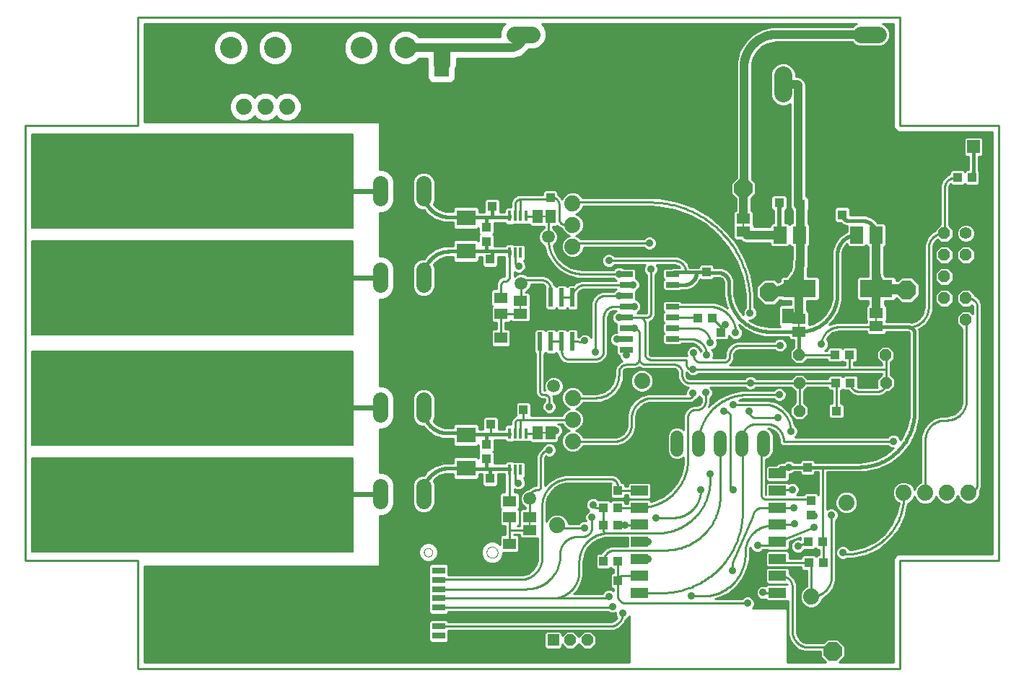
<source format=gtl>
G75*
%MOIN*%
%OFA0B0*%
%FSLAX25Y25*%
%IPPOS*%
%LPD*%
%AMOC8*
5,1,8,0,0,1.08239X$1,22.5*
%
%ADD10C,0.01000*%
%ADD11R,0.01575X0.04724*%
%ADD12R,0.05900X0.07900*%
%ADD13R,0.15000X0.07900*%
%ADD14R,0.03937X0.04331*%
%ADD15R,0.04331X0.03937*%
%ADD16R,0.05906X0.05118*%
%ADD17C,0.07400*%
%ADD18R,0.07874X0.04724*%
%ADD19C,0.06000*%
%ADD20R,0.06000X0.02500*%
%ADD21R,0.34449X0.20472*%
%ADD22C,0.03969*%
%ADD23C,0.05150*%
%ADD24C,0.06496*%
%ADD25C,0.05600*%
%ADD26OC8,0.05600*%
%ADD27C,0.00000*%
%ADD28OC8,0.08500*%
%ADD29R,0.05200X0.05200*%
%ADD30OC8,0.05200*%
%ADD31R,0.07874X0.05709*%
%ADD32R,0.05906X0.03150*%
%ADD33C,0.08400*%
%ADD34R,0.08661X0.07087*%
%ADD35C,0.10000*%
%ADD36R,0.05906X0.05906*%
%ADD37R,0.06300X0.04600*%
%ADD38R,0.00800X0.02500*%
%ADD39C,0.43307*%
%ADD40R,0.02362X0.08661*%
%ADD41R,0.07087X0.08661*%
%ADD42C,0.07000*%
%ADD43C,0.13780*%
%ADD44C,0.07800*%
%ADD45C,0.08250*%
%ADD46R,0.05276X0.07087*%
%ADD47R,0.04600X0.06300*%
%ADD48R,0.02500X0.00800*%
%ADD49C,0.05937*%
%ADD50C,0.22000*%
%ADD51C,0.03569*%
%ADD52C,0.01600*%
%ADD53C,0.00600*%
%ADD54C,0.02400*%
%ADD55C,0.01200*%
%ADD56C,0.04000*%
%ADD57C,0.02000*%
D10*
X0090229Y0055531D02*
X0442229Y0055531D01*
X0442229Y0105531D01*
X0487694Y0105531D01*
X0487694Y0306531D01*
X0442229Y0306531D01*
X0442229Y0356531D01*
X0090229Y0356531D01*
X0090229Y0306531D01*
X0038276Y0306531D01*
X0038276Y0105531D01*
X0090229Y0105531D01*
X0090229Y0055531D01*
X0093229Y0058531D02*
X0093229Y0102796D01*
X0201729Y0102796D01*
X0201729Y0126308D01*
X0203502Y0126308D01*
X0205854Y0127283D01*
X0207655Y0129083D01*
X0208629Y0131435D01*
X0208629Y0140982D01*
X0207655Y0143334D01*
X0205854Y0145134D01*
X0203502Y0146108D01*
X0201729Y0146108D01*
X0201729Y0166308D01*
X0203502Y0166308D01*
X0205854Y0167283D01*
X0207655Y0169083D01*
X0208629Y0171435D01*
X0208629Y0180982D01*
X0207655Y0183334D01*
X0205854Y0185134D01*
X0203502Y0186108D01*
X0201729Y0186108D01*
X0201729Y0226308D01*
X0203502Y0226308D01*
X0205854Y0227283D01*
X0207655Y0229083D01*
X0208629Y0231435D01*
X0208629Y0240982D01*
X0207655Y0243334D01*
X0205854Y0245134D01*
X0203502Y0246108D01*
X0201729Y0246108D01*
X0201729Y0266308D01*
X0203502Y0266308D01*
X0205854Y0267283D01*
X0207655Y0269083D01*
X0208629Y0271435D01*
X0208629Y0280982D01*
X0207655Y0283334D01*
X0205854Y0285134D01*
X0203502Y0286108D01*
X0201729Y0286108D01*
X0201729Y0308016D01*
X0093229Y0308016D01*
X0093229Y0353531D01*
X0259712Y0353531D01*
X0258564Y0352383D01*
X0257529Y0349884D01*
X0257529Y0347320D01*
X0220105Y0347320D01*
X0218308Y0349118D01*
X0215404Y0350320D01*
X0212261Y0350320D01*
X0209358Y0349118D01*
X0207135Y0346895D01*
X0205933Y0343992D01*
X0205933Y0340849D01*
X0207135Y0337945D01*
X0209358Y0335723D01*
X0212261Y0334520D01*
X0215404Y0334520D01*
X0218308Y0335723D01*
X0220105Y0337520D01*
X0223983Y0337520D01*
X0223983Y0328464D01*
X0224424Y0327399D01*
X0225240Y0326583D01*
X0226306Y0326141D01*
X0234546Y0326141D01*
X0235612Y0326583D01*
X0236428Y0327399D01*
X0236869Y0328464D01*
X0236869Y0332680D01*
X0237461Y0334107D01*
X0237461Y0337520D01*
X0263862Y0337520D01*
X0267179Y0338598D01*
X0267179Y0338598D01*
X0270001Y0340648D01*
X0270001Y0340648D01*
X0270001Y0340648D01*
X0270788Y0341731D01*
X0273482Y0341731D01*
X0275981Y0342767D01*
X0277894Y0344679D01*
X0278929Y0347179D01*
X0278929Y0349884D01*
X0277894Y0352383D01*
X0276746Y0353531D01*
X0422289Y0353531D01*
X0421270Y0353109D01*
X0420192Y0352031D01*
X0382794Y0352031D01*
X0378088Y0350771D01*
X0373870Y0348335D01*
X0370425Y0344891D01*
X0367990Y0340672D01*
X0366729Y0335967D01*
X0366729Y0282297D01*
X0364155Y0279723D01*
X0364155Y0274959D01*
X0366405Y0272709D01*
X0366405Y0267301D01*
X0366130Y0267301D01*
X0365251Y0266422D01*
X0365251Y0260705D01*
X0365051Y0260505D01*
X0365051Y0254497D01*
X0366047Y0253501D01*
X0368669Y0253501D01*
X0369344Y0252825D01*
X0370704Y0252262D01*
X0382156Y0252262D01*
X0382156Y0251308D01*
X0383152Y0250312D01*
X0390460Y0250312D01*
X0391306Y0251158D01*
X0392152Y0250312D01*
X0392493Y0250312D01*
X0392493Y0244959D01*
X0392206Y0244267D01*
X0392206Y0241745D01*
X0391687Y0239806D01*
X0390305Y0237412D01*
X0389705Y0236812D01*
X0387702Y0236812D01*
X0386706Y0235816D01*
X0386706Y0234509D01*
X0385958Y0234077D01*
X0385845Y0234046D01*
X0384371Y0235521D01*
X0379442Y0235521D01*
X0375956Y0232035D01*
X0375956Y0227106D01*
X0379442Y0223621D01*
X0384371Y0223621D01*
X0386621Y0225871D01*
X0387344Y0225871D01*
X0387702Y0225512D01*
X0391706Y0225512D01*
X0391706Y0223775D01*
X0387017Y0223775D01*
X0386021Y0222779D01*
X0386021Y0214284D01*
X0386745Y0213560D01*
X0382001Y0213560D01*
X0380157Y0213663D01*
X0376561Y0214484D01*
X0373237Y0216084D01*
X0372627Y0216571D01*
X0373654Y0216571D01*
X0374861Y0217071D01*
X0375785Y0217995D01*
X0376285Y0219202D01*
X0376285Y0220509D01*
X0375785Y0221716D01*
X0375001Y0222500D01*
X0375001Y0228863D01*
X0373531Y0237201D01*
X0370635Y0245157D01*
X0366402Y0252489D01*
X0360960Y0258974D01*
X0354475Y0264416D01*
X0347143Y0268649D01*
X0339187Y0271545D01*
X0330849Y0273015D01*
X0295640Y0273015D01*
X0295415Y0273560D01*
X0293952Y0275022D01*
X0292041Y0275814D01*
X0289972Y0275814D01*
X0288061Y0275022D01*
X0286598Y0273560D01*
X0286145Y0272466D01*
X0285945Y0272951D01*
X0284495Y0274400D01*
X0284198Y0274523D01*
X0284198Y0275972D01*
X0283319Y0276850D01*
X0278139Y0276850D01*
X0277261Y0275972D01*
X0277261Y0274392D01*
X0265575Y0274392D01*
X0263615Y0273260D01*
X0263615Y0273260D01*
X0262483Y0271299D01*
X0262483Y0268762D01*
X0260379Y0268762D01*
X0259383Y0267766D01*
X0259383Y0266582D01*
X0257431Y0266582D01*
X0257431Y0271886D01*
X0256436Y0272881D01*
X0251090Y0272881D01*
X0250094Y0271886D01*
X0250094Y0266582D01*
X0247744Y0266582D01*
X0247744Y0268133D01*
X0246748Y0269129D01*
X0236679Y0269129D01*
X0235683Y0268133D01*
X0235683Y0266758D01*
X0233628Y0266758D01*
X0232235Y0266867D01*
X0229588Y0267727D01*
X0227335Y0269364D01*
X0226786Y0270121D01*
X0227429Y0271674D01*
X0227429Y0280743D01*
X0226637Y0282654D01*
X0225175Y0284117D01*
X0223263Y0284908D01*
X0221195Y0284908D01*
X0219284Y0284117D01*
X0217821Y0282654D01*
X0217029Y0280743D01*
X0217029Y0271674D01*
X0217821Y0269763D01*
X0219284Y0268300D01*
X0221195Y0267508D01*
X0222368Y0267508D01*
X0223677Y0265706D01*
X0223677Y0265706D01*
X0223677Y0265706D01*
X0227239Y0263118D01*
X0227239Y0263118D01*
X0231426Y0261758D01*
X0235683Y0261758D01*
X0235683Y0259638D01*
X0236679Y0258642D01*
X0246748Y0258642D01*
X0247356Y0259250D01*
X0247356Y0256685D01*
X0247833Y0256208D01*
X0247356Y0255732D01*
X0247356Y0253167D01*
X0246748Y0253775D01*
X0236679Y0253775D01*
X0235683Y0252779D01*
X0235683Y0250820D01*
X0231666Y0250820D01*
X0227393Y0249432D01*
X0223758Y0246791D01*
X0222391Y0244908D01*
X0221195Y0244908D01*
X0219284Y0244117D01*
X0217821Y0242654D01*
X0217029Y0240743D01*
X0217029Y0231674D01*
X0217821Y0229763D01*
X0219284Y0228300D01*
X0221195Y0227508D01*
X0223263Y0227508D01*
X0225175Y0228300D01*
X0226637Y0229763D01*
X0227429Y0231674D01*
X0227429Y0240743D01*
X0226795Y0242273D01*
X0227419Y0243130D01*
X0229743Y0244819D01*
X0232475Y0245707D01*
X0233912Y0245820D01*
X0235683Y0245820D01*
X0235683Y0244284D01*
X0236679Y0243288D01*
X0246748Y0243288D01*
X0247744Y0244284D01*
X0247744Y0245834D01*
X0249246Y0245834D01*
X0249246Y0241922D01*
X0250241Y0240926D01*
X0255587Y0240926D01*
X0256583Y0241922D01*
X0256583Y0245834D01*
X0259383Y0245834D01*
X0259383Y0244651D01*
X0259671Y0244364D01*
X0259671Y0236731D01*
X0258674Y0236731D01*
X0256848Y0235677D01*
X0256848Y0235677D01*
X0256848Y0235677D01*
X0255793Y0233850D01*
X0255793Y0231148D01*
X0254336Y0231148D01*
X0253340Y0230152D01*
X0253340Y0223626D01*
X0253959Y0223008D01*
X0253540Y0222589D01*
X0253540Y0216229D01*
X0254419Y0215350D01*
X0255993Y0215350D01*
X0255993Y0212378D01*
X0254315Y0212378D01*
X0253437Y0211499D01*
X0253437Y0205139D01*
X0254315Y0204260D01*
X0261463Y0204260D01*
X0262342Y0205139D01*
X0262342Y0211499D01*
X0261463Y0212378D01*
X0259993Y0212378D01*
X0259993Y0215350D01*
X0261567Y0215350D01*
X0262446Y0216229D01*
X0262446Y0216243D01*
X0262958Y0215731D01*
X0270500Y0215731D01*
X0271379Y0216610D01*
X0271379Y0222453D01*
X0271300Y0222531D01*
X0271379Y0222610D01*
X0271379Y0228453D01*
X0270500Y0229331D01*
X0269229Y0229331D01*
X0269229Y0229523D01*
X0269760Y0229743D01*
X0271017Y0231000D01*
X0271698Y0232642D01*
X0271698Y0233031D01*
X0276729Y0233031D01*
X0277119Y0232993D01*
X0277840Y0232694D01*
X0278339Y0232195D01*
X0278221Y0232076D01*
X0278221Y0222172D01*
X0279099Y0221294D01*
X0282704Y0221294D01*
X0283402Y0221991D01*
X0284099Y0221294D01*
X0287704Y0221294D01*
X0288402Y0221991D01*
X0289099Y0221294D01*
X0292704Y0221294D01*
X0293583Y0222172D01*
X0293583Y0229254D01*
X0294565Y0230235D01*
X0295913Y0230794D01*
X0296643Y0230866D01*
X0311279Y0230866D01*
X0310758Y0230650D01*
X0309974Y0229866D01*
X0304742Y0229866D01*
X0302323Y0228864D01*
X0300472Y0227013D01*
X0299470Y0224595D01*
X0299470Y0208576D01*
X0299350Y0208867D01*
X0298426Y0209791D01*
X0297219Y0210291D01*
X0295912Y0210291D01*
X0294705Y0209791D01*
X0293782Y0208867D01*
X0293691Y0208648D01*
X0293583Y0208649D01*
X0293583Y0211604D01*
X0292704Y0212483D01*
X0289099Y0212483D01*
X0288402Y0211785D01*
X0287704Y0212483D01*
X0284099Y0212483D01*
X0283402Y0211785D01*
X0282704Y0212483D01*
X0279099Y0212483D01*
X0278402Y0211785D01*
X0277704Y0212483D01*
X0274099Y0212483D01*
X0273221Y0211604D01*
X0273221Y0201700D01*
X0273729Y0201191D01*
X0273729Y0182960D01*
X0274801Y0181103D01*
X0276657Y0180031D01*
X0278229Y0180031D01*
X0280229Y0180031D02*
X0280227Y0180118D01*
X0280221Y0180205D01*
X0280212Y0180292D01*
X0280199Y0180378D01*
X0280182Y0180464D01*
X0280161Y0180549D01*
X0280136Y0180632D01*
X0280108Y0180715D01*
X0280077Y0180796D01*
X0280042Y0180876D01*
X0280003Y0180954D01*
X0279961Y0181031D01*
X0279916Y0181106D01*
X0279867Y0181178D01*
X0279816Y0181249D01*
X0279761Y0181317D01*
X0279704Y0181382D01*
X0279643Y0181445D01*
X0279580Y0181506D01*
X0279515Y0181563D01*
X0279447Y0181618D01*
X0279376Y0181669D01*
X0279304Y0181718D01*
X0279229Y0181763D01*
X0279152Y0181805D01*
X0279074Y0181844D01*
X0278994Y0181879D01*
X0278913Y0181910D01*
X0278830Y0181938D01*
X0278747Y0181963D01*
X0278662Y0181984D01*
X0278576Y0182001D01*
X0278490Y0182014D01*
X0278403Y0182023D01*
X0278316Y0182029D01*
X0278229Y0182031D01*
X0277729Y0182031D01*
X0277729Y0184031D02*
X0277729Y0200846D01*
X0278402Y0201519D01*
X0279099Y0200821D01*
X0282704Y0200821D01*
X0283402Y0201519D01*
X0283968Y0200953D01*
X0283968Y0200828D01*
X0284802Y0198813D01*
X0286345Y0197271D01*
X0288360Y0196436D01*
X0302507Y0196436D01*
X0304715Y0197351D01*
X0306404Y0199040D01*
X0306404Y0199040D01*
X0307318Y0201247D01*
X0307318Y0217901D01*
X0307375Y0218480D01*
X0307818Y0219548D01*
X0308636Y0220366D01*
X0309705Y0220809D01*
X0310283Y0220866D01*
X0311322Y0220866D01*
X0310566Y0220553D01*
X0309642Y0219629D01*
X0309142Y0218422D01*
X0309142Y0217115D01*
X0309642Y0215908D01*
X0310566Y0214984D01*
X0311331Y0214667D01*
X0311331Y0210995D01*
X0311385Y0210941D01*
X0310797Y0210941D01*
X0309590Y0210441D01*
X0308666Y0209517D01*
X0308166Y0208310D01*
X0308166Y0207004D01*
X0308666Y0205797D01*
X0309590Y0204873D01*
X0310797Y0204373D01*
X0311331Y0204373D01*
X0311331Y0200995D01*
X0312210Y0200116D01*
X0312503Y0200116D01*
X0312503Y0199664D01*
X0313003Y0198457D01*
X0313832Y0197628D01*
X0312702Y0197160D01*
X0312702Y0197160D01*
X0311178Y0195636D01*
X0311178Y0195636D01*
X0310353Y0193645D01*
X0310353Y0191234D01*
X0310247Y0189889D01*
X0309416Y0187330D01*
X0307834Y0185154D01*
X0305658Y0183572D01*
X0303099Y0182741D01*
X0301754Y0182635D01*
X0295843Y0182635D01*
X0295452Y0183581D01*
X0293989Y0185044D01*
X0292078Y0185835D01*
X0290009Y0185835D01*
X0288098Y0185044D01*
X0286635Y0183581D01*
X0285843Y0181670D01*
X0285843Y0179601D01*
X0286635Y0177690D01*
X0288098Y0176227D01*
X0289526Y0175635D01*
X0288098Y0175044D01*
X0286635Y0173581D01*
X0286243Y0172635D01*
X0271698Y0172635D01*
X0271698Y0177972D01*
X0270819Y0178850D01*
X0265639Y0178850D01*
X0264761Y0177972D01*
X0264761Y0172398D01*
X0264788Y0172371D01*
X0263455Y0171601D01*
X0262421Y0169810D01*
X0262421Y0168368D01*
X0260379Y0168368D01*
X0259383Y0167372D01*
X0259383Y0166189D01*
X0256701Y0166189D01*
X0256701Y0171308D01*
X0255705Y0172304D01*
X0250360Y0172304D01*
X0249364Y0171308D01*
X0249364Y0166189D01*
X0247744Y0166189D01*
X0247744Y0167739D01*
X0246748Y0168735D01*
X0236679Y0168735D01*
X0235683Y0167739D01*
X0235683Y0166863D01*
X0233059Y0166863D01*
X0231756Y0166966D01*
X0229277Y0167771D01*
X0227169Y0169303D01*
X0226709Y0169936D01*
X0227429Y0171674D01*
X0227429Y0180743D01*
X0226637Y0182654D01*
X0225175Y0184117D01*
X0223263Y0184908D01*
X0221195Y0184908D01*
X0219284Y0184117D01*
X0217821Y0182654D01*
X0217029Y0180743D01*
X0217029Y0171674D01*
X0217821Y0169763D01*
X0219284Y0168300D01*
X0221195Y0167508D01*
X0222165Y0167508D01*
X0223516Y0165650D01*
X0223516Y0165650D01*
X0226932Y0163168D01*
X0230947Y0161863D01*
X0235683Y0161863D01*
X0235683Y0159244D01*
X0236679Y0158249D01*
X0246748Y0158249D01*
X0247356Y0158856D01*
X0247356Y0156292D01*
X0247833Y0155815D01*
X0247356Y0155338D01*
X0247356Y0152773D01*
X0246748Y0153381D01*
X0236679Y0153381D01*
X0235683Y0152385D01*
X0235683Y0150641D01*
X0231426Y0150641D01*
X0227239Y0149281D01*
X0223677Y0146693D01*
X0222381Y0144908D01*
X0221195Y0144908D01*
X0219284Y0144117D01*
X0217821Y0142654D01*
X0217029Y0140743D01*
X0217029Y0131674D01*
X0217821Y0129763D01*
X0219284Y0128300D01*
X0221195Y0127508D01*
X0223263Y0127508D01*
X0225175Y0128300D01*
X0226637Y0129763D01*
X0227429Y0131674D01*
X0227429Y0140743D01*
X0226790Y0142285D01*
X0227335Y0143035D01*
X0229588Y0144671D01*
X0232236Y0145531D01*
X0233627Y0145641D01*
X0235683Y0145641D01*
X0235683Y0143890D01*
X0236679Y0142894D01*
X0246748Y0142894D01*
X0247744Y0143890D01*
X0247744Y0145441D01*
X0249246Y0145441D01*
X0249246Y0140544D01*
X0250241Y0139548D01*
X0255587Y0139548D01*
X0256583Y0140544D01*
X0256583Y0145441D01*
X0259383Y0145441D01*
X0259383Y0144257D01*
X0259671Y0143970D01*
X0259671Y0137214D01*
X0258266Y0137214D01*
X0257270Y0136218D01*
X0257270Y0129692D01*
X0257888Y0129074D01*
X0257470Y0128655D01*
X0257470Y0122295D01*
X0258348Y0121416D01*
X0259823Y0121416D01*
X0259823Y0117315D01*
X0258249Y0117315D01*
X0257370Y0116437D01*
X0257370Y0112863D01*
X0256692Y0113542D01*
X0254833Y0114312D01*
X0252820Y0114312D01*
X0250961Y0113542D01*
X0249537Y0112119D01*
X0248767Y0110259D01*
X0248767Y0108246D01*
X0249537Y0106387D01*
X0250961Y0104964D01*
X0252820Y0104194D01*
X0254833Y0104194D01*
X0256692Y0104964D01*
X0258115Y0106387D01*
X0258885Y0108246D01*
X0258885Y0109197D01*
X0265397Y0109197D01*
X0266276Y0110076D01*
X0266276Y0116437D01*
X0265397Y0117315D01*
X0263823Y0117315D01*
X0263823Y0117531D01*
X0266579Y0117531D01*
X0266579Y0116610D01*
X0267458Y0115731D01*
X0274884Y0115731D01*
X0274884Y0106771D01*
X0274784Y0105503D01*
X0274000Y0103091D01*
X0272510Y0101039D01*
X0270458Y0099548D01*
X0268046Y0098764D01*
X0266778Y0098665D01*
X0233582Y0098665D01*
X0233582Y0103168D01*
X0232703Y0104047D01*
X0225555Y0104047D01*
X0224677Y0103168D01*
X0224677Y0081453D01*
X0225555Y0080574D01*
X0232703Y0080574D01*
X0233582Y0081453D01*
X0233582Y0081649D01*
X0307393Y0081649D01*
X0307520Y0081522D01*
X0308727Y0081022D01*
X0310034Y0081022D01*
X0310842Y0081356D01*
X0310842Y0080368D01*
X0311342Y0079161D01*
X0311527Y0078976D01*
X0311447Y0078781D01*
X0310334Y0077668D01*
X0308880Y0077065D01*
X0308093Y0076988D01*
X0233582Y0076988D01*
X0233582Y0077184D01*
X0232703Y0078063D01*
X0225555Y0078063D01*
X0224677Y0077184D01*
X0224677Y0068461D01*
X0225555Y0067582D01*
X0232703Y0067582D01*
X0233582Y0068461D01*
X0233582Y0072988D01*
X0309691Y0072988D01*
X0312643Y0074211D01*
X0312643Y0074211D01*
X0314903Y0076471D01*
X0315562Y0078062D01*
X0315987Y0078237D01*
X0316911Y0079161D01*
X0317229Y0079930D01*
X0317229Y0058531D01*
X0093229Y0058531D01*
X0093229Y0059515D02*
X0317229Y0059515D01*
X0317229Y0060513D02*
X0093229Y0060513D01*
X0093229Y0061512D02*
X0317229Y0061512D01*
X0317229Y0062510D02*
X0093229Y0062510D01*
X0093229Y0063509D02*
X0317229Y0063509D01*
X0317229Y0064508D02*
X0093229Y0064508D01*
X0093229Y0065506D02*
X0277994Y0065506D01*
X0277994Y0065483D02*
X0278873Y0064604D01*
X0285316Y0064604D01*
X0286194Y0065483D01*
X0286194Y0066680D01*
X0288270Y0064604D01*
X0291666Y0064604D01*
X0293905Y0066843D01*
X0296144Y0064604D01*
X0299540Y0064604D01*
X0301942Y0067006D01*
X0301942Y0070402D01*
X0299540Y0072804D01*
X0296144Y0072804D01*
X0293905Y0070565D01*
X0291666Y0072804D01*
X0288270Y0072804D01*
X0286194Y0070728D01*
X0286194Y0071925D01*
X0285316Y0072804D01*
X0278873Y0072804D01*
X0277994Y0071925D01*
X0277994Y0065483D01*
X0277994Y0066505D02*
X0093229Y0066505D01*
X0093229Y0067503D02*
X0277994Y0067503D01*
X0277994Y0068502D02*
X0233582Y0068502D01*
X0233582Y0069500D02*
X0277994Y0069500D01*
X0277994Y0070499D02*
X0233582Y0070499D01*
X0233582Y0071497D02*
X0277994Y0071497D01*
X0278564Y0072496D02*
X0233582Y0072496D01*
X0229129Y0074988D02*
X0308093Y0074988D01*
X0309900Y0077488D02*
X0233278Y0077488D01*
X0233582Y0081482D02*
X0307615Y0081482D01*
X0308093Y0074988D02*
X0308246Y0074990D01*
X0308399Y0074996D01*
X0308551Y0075005D01*
X0308703Y0075019D01*
X0308855Y0075036D01*
X0309007Y0075058D01*
X0309158Y0075083D01*
X0309308Y0075112D01*
X0309457Y0075144D01*
X0309605Y0075181D01*
X0309753Y0075221D01*
X0309899Y0075265D01*
X0310045Y0075312D01*
X0310189Y0075364D01*
X0310331Y0075419D01*
X0310473Y0075477D01*
X0310612Y0075539D01*
X0310750Y0075605D01*
X0310887Y0075674D01*
X0311021Y0075746D01*
X0311154Y0075822D01*
X0311285Y0075901D01*
X0311413Y0075984D01*
X0311540Y0076070D01*
X0311664Y0076158D01*
X0311786Y0076250D01*
X0311906Y0076346D01*
X0312023Y0076444D01*
X0312138Y0076545D01*
X0312250Y0076649D01*
X0312360Y0076755D01*
X0312466Y0076865D01*
X0312570Y0076977D01*
X0312671Y0077092D01*
X0312769Y0077209D01*
X0312865Y0077329D01*
X0312957Y0077451D01*
X0313045Y0077575D01*
X0313131Y0077702D01*
X0313214Y0077830D01*
X0313293Y0077961D01*
X0313369Y0078094D01*
X0313441Y0078228D01*
X0313510Y0078365D01*
X0313576Y0078503D01*
X0313638Y0078642D01*
X0313696Y0078784D01*
X0313751Y0078926D01*
X0313803Y0079070D01*
X0313850Y0079216D01*
X0313894Y0079362D01*
X0313934Y0079510D01*
X0313971Y0079658D01*
X0314003Y0079807D01*
X0314032Y0079957D01*
X0314057Y0080108D01*
X0314079Y0080260D01*
X0314096Y0080412D01*
X0314110Y0080564D01*
X0314119Y0080716D01*
X0314125Y0080869D01*
X0314127Y0081022D01*
X0317045Y0079485D02*
X0317229Y0079485D01*
X0317229Y0078487D02*
X0316236Y0078487D01*
X0315325Y0077488D02*
X0317229Y0077488D01*
X0317229Y0076490D02*
X0314911Y0076490D01*
X0314903Y0076471D02*
X0314903Y0076471D01*
X0313924Y0075491D02*
X0317229Y0075491D01*
X0317229Y0074493D02*
X0312925Y0074493D01*
X0310913Y0073494D02*
X0317229Y0073494D01*
X0317229Y0072496D02*
X0299849Y0072496D01*
X0300848Y0071497D02*
X0317229Y0071497D01*
X0317229Y0070499D02*
X0301846Y0070499D01*
X0301942Y0069500D02*
X0317229Y0069500D01*
X0317229Y0068502D02*
X0301942Y0068502D01*
X0301942Y0067503D02*
X0317229Y0067503D01*
X0317229Y0066505D02*
X0301441Y0066505D01*
X0300442Y0065506D02*
X0317229Y0065506D01*
X0295242Y0065506D02*
X0292568Y0065506D01*
X0293567Y0066505D02*
X0294244Y0066505D01*
X0294837Y0071497D02*
X0292974Y0071497D01*
X0291975Y0072496D02*
X0295835Y0072496D01*
X0287961Y0072496D02*
X0285624Y0072496D01*
X0286194Y0071497D02*
X0286963Y0071497D01*
X0286370Y0066505D02*
X0286194Y0066505D01*
X0286194Y0065506D02*
X0287368Y0065506D01*
X0311153Y0078487D02*
X0093229Y0078487D01*
X0093229Y0079485D02*
X0311208Y0079485D01*
X0310842Y0080484D02*
X0093229Y0080484D01*
X0093229Y0081482D02*
X0224677Y0081482D01*
X0224677Y0082481D02*
X0093229Y0082481D01*
X0093229Y0083479D02*
X0224677Y0083479D01*
X0224677Y0084478D02*
X0093229Y0084478D01*
X0093229Y0085476D02*
X0224677Y0085476D01*
X0224677Y0086475D02*
X0093229Y0086475D01*
X0093229Y0087473D02*
X0224677Y0087473D01*
X0224677Y0088472D02*
X0093229Y0088472D01*
X0093229Y0089470D02*
X0224677Y0089470D01*
X0224677Y0090469D02*
X0093229Y0090469D01*
X0093229Y0091467D02*
X0224677Y0091467D01*
X0224677Y0092466D02*
X0093229Y0092466D01*
X0093229Y0093464D02*
X0224677Y0093464D01*
X0224677Y0094463D02*
X0093229Y0094463D01*
X0093229Y0095461D02*
X0224677Y0095461D01*
X0224677Y0096460D02*
X0093229Y0096460D01*
X0093229Y0097458D02*
X0224677Y0097458D01*
X0224677Y0098457D02*
X0093229Y0098457D01*
X0093229Y0099455D02*
X0224677Y0099455D01*
X0224677Y0100454D02*
X0093229Y0100454D01*
X0093229Y0101452D02*
X0224677Y0101452D01*
X0224677Y0102451D02*
X0093229Y0102451D01*
X0093229Y0077488D02*
X0224981Y0077488D01*
X0224677Y0076490D02*
X0093229Y0076490D01*
X0093229Y0075491D02*
X0224677Y0075491D01*
X0224677Y0074493D02*
X0093229Y0074493D01*
X0093229Y0073494D02*
X0224677Y0073494D01*
X0224677Y0072496D02*
X0093229Y0072496D01*
X0093229Y0071497D02*
X0224677Y0071497D01*
X0224677Y0070499D02*
X0093229Y0070499D01*
X0093229Y0069500D02*
X0224677Y0069500D01*
X0224677Y0068502D02*
X0093229Y0068502D01*
X0201729Y0103449D02*
X0224958Y0103449D01*
X0225188Y0104784D02*
X0226830Y0105465D01*
X0228087Y0106722D01*
X0228767Y0108364D01*
X0228767Y0110142D01*
X0228087Y0111784D01*
X0226830Y0113041D01*
X0225188Y0113721D01*
X0223410Y0113721D01*
X0221768Y0113041D01*
X0220511Y0111784D01*
X0219830Y0110142D01*
X0219830Y0108364D01*
X0220511Y0106722D01*
X0221768Y0105465D01*
X0223410Y0104784D01*
X0225188Y0104784D01*
X0226786Y0105446D02*
X0250478Y0105446D01*
X0249513Y0106445D02*
X0227810Y0106445D01*
X0228386Y0107443D02*
X0249100Y0107443D01*
X0248767Y0108442D02*
X0228767Y0108442D01*
X0228767Y0109441D02*
X0248767Y0109441D01*
X0248842Y0110439D02*
X0228644Y0110439D01*
X0228230Y0111438D02*
X0249255Y0111438D01*
X0249855Y0112436D02*
X0227435Y0112436D01*
X0225880Y0113435D02*
X0250853Y0113435D01*
X0256799Y0113435D02*
X0257370Y0113435D01*
X0257370Y0114433D02*
X0201729Y0114433D01*
X0201729Y0113435D02*
X0222718Y0113435D01*
X0221163Y0112436D02*
X0201729Y0112436D01*
X0201729Y0111438D02*
X0220367Y0111438D01*
X0219953Y0110439D02*
X0201729Y0110439D01*
X0201729Y0109441D02*
X0219830Y0109441D01*
X0219830Y0108442D02*
X0201729Y0108442D01*
X0201729Y0107443D02*
X0220212Y0107443D01*
X0220787Y0106445D02*
X0201729Y0106445D01*
X0201729Y0105446D02*
X0221811Y0105446D01*
X0229153Y0096665D02*
X0266778Y0096665D01*
X0270172Y0099455D02*
X0233582Y0099455D01*
X0233582Y0100454D02*
X0271705Y0100454D01*
X0272810Y0101452D02*
X0233582Y0101452D01*
X0233582Y0102451D02*
X0273536Y0102451D01*
X0274117Y0103449D02*
X0233301Y0103449D01*
X0229153Y0096664D02*
X0229146Y0096663D01*
X0229139Y0096660D01*
X0229134Y0096655D01*
X0229131Y0096648D01*
X0229130Y0096641D01*
X0229129Y0092311D02*
X0269671Y0092311D01*
X0281508Y0087980D02*
X0306888Y0087980D01*
X0306948Y0087982D01*
X0307007Y0087988D01*
X0307066Y0087997D01*
X0307124Y0088011D01*
X0307181Y0088028D01*
X0307236Y0088049D01*
X0307290Y0088074D01*
X0307343Y0088102D01*
X0307394Y0088133D01*
X0307442Y0088168D01*
X0307488Y0088206D01*
X0307531Y0088247D01*
X0307572Y0088290D01*
X0307610Y0088336D01*
X0307645Y0088384D01*
X0307676Y0088435D01*
X0307704Y0088488D01*
X0307729Y0088542D01*
X0307750Y0088597D01*
X0307767Y0088654D01*
X0307781Y0088712D01*
X0307790Y0088771D01*
X0307796Y0088830D01*
X0307798Y0088890D01*
X0304695Y0089980D02*
X0291503Y0089980D01*
X0293089Y0091566D01*
X0293089Y0091566D01*
X0294995Y0094866D01*
X0294995Y0094866D01*
X0295981Y0098547D01*
X0295981Y0104787D01*
X0296078Y0106262D01*
X0296841Y0109111D01*
X0298316Y0111666D01*
X0300402Y0113752D01*
X0302957Y0115227D01*
X0305807Y0115991D01*
X0307281Y0116087D01*
X0316391Y0116087D01*
X0316391Y0112247D01*
X0308986Y0112247D01*
X0306331Y0111147D01*
X0306331Y0111147D01*
X0304298Y0109115D01*
X0304298Y0109115D01*
X0304122Y0108688D01*
X0302609Y0108688D01*
X0301730Y0107809D01*
X0301730Y0102236D01*
X0302609Y0101357D01*
X0307788Y0101357D01*
X0308545Y0102114D01*
X0309302Y0101357D01*
X0309891Y0101357D01*
X0309891Y0099955D01*
X0309273Y0099955D01*
X0308394Y0099076D01*
X0308394Y0093503D01*
X0309273Y0092624D01*
X0309817Y0092624D01*
X0309817Y0091517D01*
X0309659Y0091675D01*
X0308452Y0092175D01*
X0307145Y0092175D01*
X0305938Y0091675D01*
X0305014Y0090751D01*
X0304695Y0089980D01*
X0304897Y0090469D02*
X0291992Y0090469D01*
X0292991Y0091467D02*
X0305731Y0091467D01*
X0308432Y0093464D02*
X0294185Y0093464D01*
X0293609Y0092466D02*
X0309817Y0092466D01*
X0308394Y0094463D02*
X0294762Y0094463D01*
X0295154Y0095461D02*
X0308394Y0095461D01*
X0308394Y0096460D02*
X0295422Y0096460D01*
X0295689Y0097458D02*
X0308394Y0097458D01*
X0308394Y0098457D02*
X0295957Y0098457D01*
X0295981Y0099455D02*
X0308773Y0099455D01*
X0309891Y0100454D02*
X0295981Y0100454D01*
X0295981Y0101452D02*
X0302513Y0101452D01*
X0301730Y0102451D02*
X0295981Y0102451D01*
X0295981Y0103449D02*
X0301730Y0103449D01*
X0301730Y0104448D02*
X0295981Y0104448D01*
X0296024Y0105446D02*
X0301730Y0105446D01*
X0301730Y0106445D02*
X0296127Y0106445D01*
X0296394Y0107443D02*
X0301730Y0107443D01*
X0302363Y0108442D02*
X0296662Y0108442D01*
X0297031Y0109441D02*
X0304624Y0109441D01*
X0305623Y0110439D02*
X0297608Y0110439D01*
X0298184Y0111438D02*
X0307032Y0111438D01*
X0310423Y0110247D02*
X0333748Y0110247D01*
X0325896Y0114072D02*
X0321828Y0114161D01*
X0316391Y0114433D02*
X0301582Y0114433D01*
X0300085Y0113435D02*
X0316391Y0113435D01*
X0316391Y0112436D02*
X0299086Y0112436D01*
X0295513Y0116472D02*
X0293135Y0116472D01*
X0303720Y0115432D02*
X0316391Y0115432D01*
X0307282Y0118087D02*
X0306386Y0118087D01*
X0307282Y0118087D02*
X0329831Y0118087D01*
X0321630Y0121837D02*
X0315213Y0121837D01*
X0311854Y0121837D01*
X0306386Y0118087D02*
X0306320Y0118089D01*
X0306254Y0118095D01*
X0306188Y0118104D01*
X0306124Y0118118D01*
X0306060Y0118135D01*
X0305997Y0118156D01*
X0305935Y0118180D01*
X0305875Y0118208D01*
X0305817Y0118239D01*
X0305761Y0118274D01*
X0305706Y0118312D01*
X0305655Y0118353D01*
X0305605Y0118397D01*
X0305558Y0118444D01*
X0305514Y0118494D01*
X0305473Y0118545D01*
X0305435Y0118600D01*
X0305400Y0118656D01*
X0305369Y0118714D01*
X0305341Y0118774D01*
X0305317Y0118836D01*
X0305296Y0118899D01*
X0305279Y0118963D01*
X0305265Y0119027D01*
X0305256Y0119093D01*
X0305250Y0119159D01*
X0305248Y0119225D01*
X0305247Y0119225D02*
X0305247Y0121751D01*
X0305230Y0121753D01*
X0305214Y0121758D01*
X0305199Y0121765D01*
X0305186Y0121776D01*
X0305175Y0121789D01*
X0305168Y0121804D01*
X0305163Y0121820D01*
X0305161Y0121837D01*
X0305162Y0121842D01*
X0305166Y0121846D01*
X0305171Y0121847D01*
X0305171Y0129915D01*
X0301817Y0129915D01*
X0301817Y0129914D02*
X0301746Y0129916D01*
X0301675Y0129921D01*
X0301605Y0129931D01*
X0301535Y0129944D01*
X0301466Y0129960D01*
X0301398Y0129980D01*
X0301331Y0130004D01*
X0301265Y0130031D01*
X0301201Y0130062D01*
X0301139Y0130096D01*
X0301078Y0130133D01*
X0301019Y0130173D01*
X0300963Y0130216D01*
X0300909Y0130263D01*
X0300857Y0130311D01*
X0300809Y0130363D01*
X0300762Y0130417D01*
X0300719Y0130473D01*
X0300679Y0130532D01*
X0300642Y0130593D01*
X0300608Y0130655D01*
X0300577Y0130719D01*
X0300550Y0130785D01*
X0300526Y0130852D01*
X0300506Y0130920D01*
X0300490Y0130989D01*
X0300477Y0131059D01*
X0300467Y0131129D01*
X0300462Y0131200D01*
X0300460Y0131271D01*
X0302796Y0133580D02*
X0302320Y0134056D01*
X0301113Y0134556D01*
X0299807Y0134556D01*
X0298600Y0134056D01*
X0297676Y0133132D01*
X0297176Y0131925D01*
X0297176Y0130618D01*
X0297676Y0129411D01*
X0298600Y0128487D01*
X0298667Y0128459D01*
X0298061Y0128209D01*
X0297137Y0127285D01*
X0296637Y0126078D01*
X0296637Y0124771D01*
X0297029Y0123824D01*
X0295837Y0123824D01*
X0294630Y0123324D01*
X0293845Y0122540D01*
X0289054Y0122540D01*
X0289054Y0122785D01*
X0288262Y0124696D01*
X0286799Y0126159D01*
X0284888Y0126951D01*
X0282819Y0126951D01*
X0280908Y0126159D01*
X0279445Y0124696D01*
X0278884Y0123341D01*
X0278884Y0130732D01*
X0278973Y0132091D01*
X0279677Y0134718D01*
X0281037Y0137074D01*
X0282960Y0138997D01*
X0285315Y0140357D01*
X0287942Y0141061D01*
X0289302Y0141150D01*
X0308630Y0141150D01*
X0308769Y0141136D01*
X0308363Y0140730D01*
X0308363Y0135156D01*
X0309241Y0134278D01*
X0314421Y0134278D01*
X0315300Y0135156D01*
X0315300Y0135783D01*
X0316391Y0135783D01*
X0316391Y0134800D01*
X0317269Y0133921D01*
X0326386Y0133921D01*
X0327265Y0134800D01*
X0327265Y0140767D01*
X0326386Y0141645D01*
X0317269Y0141645D01*
X0316391Y0140767D01*
X0316391Y0139783D01*
X0315300Y0139783D01*
X0315300Y0140730D01*
X0314421Y0141608D01*
X0313572Y0141608D01*
X0313039Y0142895D01*
X0311576Y0144358D01*
X0309665Y0145150D01*
X0287404Y0145150D01*
X0283737Y0144167D01*
X0283737Y0144167D01*
X0280449Y0142269D01*
X0278229Y0140049D01*
X0278229Y0152531D01*
X0278268Y0152921D01*
X0278566Y0153642D01*
X0278582Y0153659D01*
X0279576Y0153247D01*
X0280882Y0153247D01*
X0282090Y0153747D01*
X0283013Y0154671D01*
X0283513Y0155878D01*
X0283513Y0157185D01*
X0283013Y0158392D01*
X0282090Y0159316D01*
X0280882Y0159816D01*
X0279576Y0159816D01*
X0278369Y0159316D01*
X0277445Y0158392D01*
X0277185Y0157765D01*
X0276830Y0157618D01*
X0275143Y0155930D01*
X0274229Y0153725D01*
X0274229Y0140031D01*
X0273235Y0140031D01*
X0271397Y0139270D01*
X0271397Y0139270D01*
X0270627Y0138500D01*
X0270340Y0138500D01*
X0268698Y0137820D01*
X0267441Y0136563D01*
X0266761Y0134920D01*
X0266761Y0133142D01*
X0267441Y0131500D01*
X0268698Y0130243D01*
X0269229Y0130023D01*
X0269229Y0129331D01*
X0267458Y0129331D01*
X0266579Y0128453D01*
X0266579Y0122610D01*
X0266658Y0122531D01*
X0266579Y0122453D01*
X0266579Y0121531D01*
X0265612Y0121531D01*
X0266375Y0122295D01*
X0266375Y0128655D01*
X0265957Y0129074D01*
X0266575Y0129692D01*
X0266575Y0136218D01*
X0265579Y0137214D01*
X0264071Y0137214D01*
X0264071Y0138491D01*
X0265253Y0138001D01*
X0266560Y0138001D01*
X0267767Y0138501D01*
X0268691Y0139425D01*
X0269191Y0140632D01*
X0269191Y0141939D01*
X0268691Y0143146D01*
X0268375Y0143462D01*
X0268398Y0143462D01*
X0269276Y0144340D01*
X0269276Y0150307D01*
X0268398Y0151186D01*
X0263562Y0151186D01*
X0263362Y0151386D01*
X0260379Y0151386D01*
X0259434Y0150441D01*
X0254693Y0150441D01*
X0254693Y0155338D01*
X0254216Y0155815D01*
X0254693Y0156292D01*
X0254693Y0161189D01*
X0259434Y0161189D01*
X0260379Y0160244D01*
X0263362Y0160244D01*
X0263562Y0160444D01*
X0270957Y0160444D01*
X0271101Y0160588D01*
X0271808Y0159881D01*
X0277650Y0159881D01*
X0277729Y0159960D01*
X0277808Y0159881D01*
X0283650Y0159881D01*
X0284529Y0160760D01*
X0284529Y0162515D01*
X0285090Y0162747D01*
X0286013Y0163671D01*
X0286513Y0164878D01*
X0286513Y0166185D01*
X0286013Y0167392D01*
X0285090Y0168316D01*
X0284318Y0168635D01*
X0286243Y0168635D01*
X0286635Y0167690D01*
X0288098Y0166227D01*
X0289526Y0165635D01*
X0288098Y0165044D01*
X0286635Y0163581D01*
X0285843Y0161670D01*
X0285843Y0159601D01*
X0286635Y0157690D01*
X0288098Y0156227D01*
X0290009Y0155435D01*
X0292078Y0155435D01*
X0293989Y0156227D01*
X0295452Y0157690D01*
X0295800Y0158531D01*
X0311058Y0158531D01*
X0311806Y0158531D01*
X0311806Y0158531D01*
X0314806Y0159506D01*
X0314806Y0159506D01*
X0317358Y0161360D01*
X0317358Y0161360D01*
X0317358Y0161360D01*
X0319212Y0163912D01*
X0320187Y0166912D01*
X0320187Y0171063D01*
X0320280Y0172245D01*
X0321011Y0174495D01*
X0322401Y0176409D01*
X0324315Y0177799D01*
X0326565Y0178530D01*
X0327748Y0178623D01*
X0346099Y0178623D01*
X0347639Y0179512D01*
X0347639Y0179512D01*
X0347639Y0179512D01*
X0347801Y0179794D01*
X0348388Y0180037D01*
X0349312Y0180961D01*
X0349532Y0181493D01*
X0349671Y0181160D01*
X0350455Y0180375D01*
X0350455Y0179357D01*
X0350412Y0178926D01*
X0350082Y0178129D01*
X0349472Y0177519D01*
X0348676Y0177189D01*
X0348245Y0177147D01*
X0346684Y0177147D01*
X0344644Y0176302D01*
X0344644Y0176302D01*
X0343083Y0174741D01*
X0342238Y0172701D01*
X0342238Y0165887D01*
X0341747Y0166378D01*
X0340093Y0167063D01*
X0338303Y0167063D01*
X0336649Y0166378D01*
X0335383Y0165112D01*
X0334698Y0163458D01*
X0334698Y0155668D01*
X0335383Y0154014D01*
X0336649Y0152748D01*
X0338303Y0152063D01*
X0340093Y0152063D01*
X0341747Y0152748D01*
X0342238Y0153239D01*
X0342238Y0152319D01*
X0342109Y0150034D01*
X0341092Y0145578D01*
X0339109Y0141461D01*
X0336260Y0137887D01*
X0332686Y0135038D01*
X0328569Y0133055D01*
X0327265Y0132757D01*
X0327265Y0132893D01*
X0326386Y0133771D01*
X0317269Y0133771D01*
X0316391Y0132893D01*
X0316391Y0131909D01*
X0315333Y0131909D01*
X0315333Y0132702D01*
X0314454Y0133580D01*
X0309274Y0133580D01*
X0308518Y0132824D01*
X0307761Y0133580D01*
X0302796Y0133580D01*
X0301481Y0134403D02*
X0309115Y0134403D01*
X0309099Y0133405D02*
X0307937Y0133405D01*
X0308363Y0135402D02*
X0280071Y0135402D01*
X0279592Y0134403D02*
X0299439Y0134403D01*
X0297949Y0133405D02*
X0279325Y0133405D01*
X0279057Y0132406D02*
X0297375Y0132406D01*
X0297176Y0131408D02*
X0278928Y0131408D01*
X0278884Y0130409D02*
X0297262Y0130409D01*
X0297676Y0129411D02*
X0278884Y0129411D01*
X0278884Y0128412D02*
X0298553Y0128412D01*
X0297266Y0127414D02*
X0278884Y0127414D01*
X0278884Y0126415D02*
X0281527Y0126415D01*
X0280166Y0125417D02*
X0278884Y0125417D01*
X0278884Y0124418D02*
X0279330Y0124418D01*
X0278917Y0123420D02*
X0278884Y0123420D01*
X0283853Y0121751D02*
X0283855Y0121683D01*
X0283861Y0121615D01*
X0283870Y0121548D01*
X0283883Y0121482D01*
X0283900Y0121416D01*
X0283921Y0121351D01*
X0283945Y0121288D01*
X0283973Y0121226D01*
X0284004Y0121165D01*
X0284039Y0121107D01*
X0284076Y0121050D01*
X0284117Y0120996D01*
X0284161Y0120944D01*
X0284208Y0120895D01*
X0284257Y0120848D01*
X0284309Y0120804D01*
X0284363Y0120763D01*
X0284420Y0120726D01*
X0284478Y0120691D01*
X0284539Y0120660D01*
X0284601Y0120632D01*
X0284664Y0120608D01*
X0284729Y0120587D01*
X0284795Y0120570D01*
X0284861Y0120557D01*
X0284928Y0120548D01*
X0284996Y0120542D01*
X0285064Y0120540D01*
X0296490Y0120540D01*
X0299922Y0120880D02*
X0299920Y0120749D01*
X0299914Y0120619D01*
X0299905Y0120488D01*
X0299891Y0120359D01*
X0299874Y0120229D01*
X0299852Y0120100D01*
X0299827Y0119972D01*
X0299799Y0119844D01*
X0299766Y0119718D01*
X0299730Y0119592D01*
X0299690Y0119468D01*
X0299646Y0119345D01*
X0299599Y0119223D01*
X0299548Y0119103D01*
X0299493Y0118984D01*
X0299435Y0118867D01*
X0299374Y0118751D01*
X0299309Y0118638D01*
X0299241Y0118526D01*
X0299170Y0118417D01*
X0299095Y0118310D01*
X0299018Y0118205D01*
X0298937Y0118102D01*
X0298853Y0118002D01*
X0298766Y0117904D01*
X0298676Y0117809D01*
X0298584Y0117717D01*
X0298489Y0117627D01*
X0298391Y0117540D01*
X0298291Y0117456D01*
X0298188Y0117375D01*
X0298083Y0117298D01*
X0297976Y0117223D01*
X0297867Y0117152D01*
X0297755Y0117084D01*
X0297642Y0117019D01*
X0297526Y0116958D01*
X0297409Y0116900D01*
X0297290Y0116845D01*
X0297170Y0116794D01*
X0297048Y0116747D01*
X0296925Y0116703D01*
X0296801Y0116663D01*
X0296675Y0116627D01*
X0296549Y0116594D01*
X0296421Y0116566D01*
X0296293Y0116541D01*
X0296164Y0116519D01*
X0296034Y0116502D01*
X0295905Y0116488D01*
X0295774Y0116479D01*
X0295644Y0116473D01*
X0295513Y0116471D01*
X0299921Y0120880D02*
X0299921Y0125424D01*
X0296637Y0125417D02*
X0287542Y0125417D01*
X0288377Y0124418D02*
X0296783Y0124418D01*
X0296777Y0126415D02*
X0286181Y0126415D01*
X0288791Y0123420D02*
X0294860Y0123420D01*
X0276884Y0130732D02*
X0276888Y0131032D01*
X0276899Y0131332D01*
X0276917Y0131631D01*
X0276942Y0131931D01*
X0276975Y0132229D01*
X0277014Y0132526D01*
X0277061Y0132823D01*
X0277115Y0133118D01*
X0277177Y0133412D01*
X0277245Y0133704D01*
X0277320Y0133994D01*
X0277403Y0134283D01*
X0277492Y0134569D01*
X0277588Y0134854D01*
X0277691Y0135135D01*
X0277801Y0135415D01*
X0277917Y0135691D01*
X0278040Y0135965D01*
X0278170Y0136236D01*
X0278306Y0136503D01*
X0278449Y0136767D01*
X0278598Y0137027D01*
X0278753Y0137284D01*
X0278915Y0137537D01*
X0279082Y0137786D01*
X0279256Y0138031D01*
X0279435Y0138272D01*
X0279620Y0138508D01*
X0279811Y0138740D01*
X0280007Y0138967D01*
X0280209Y0139189D01*
X0280416Y0139406D01*
X0280628Y0139618D01*
X0280845Y0139825D01*
X0281067Y0140027D01*
X0281294Y0140223D01*
X0281526Y0140414D01*
X0281762Y0140599D01*
X0282003Y0140778D01*
X0282248Y0140952D01*
X0282497Y0141119D01*
X0282750Y0141281D01*
X0283007Y0141436D01*
X0283267Y0141585D01*
X0283531Y0141728D01*
X0283798Y0141864D01*
X0284069Y0141994D01*
X0284343Y0142117D01*
X0284619Y0142233D01*
X0284899Y0142343D01*
X0285180Y0142446D01*
X0285465Y0142542D01*
X0285751Y0142631D01*
X0286040Y0142714D01*
X0286330Y0142789D01*
X0286622Y0142857D01*
X0286916Y0142919D01*
X0287211Y0142973D01*
X0287508Y0143020D01*
X0287805Y0143059D01*
X0288103Y0143092D01*
X0288403Y0143117D01*
X0288702Y0143135D01*
X0289002Y0143146D01*
X0289302Y0143150D01*
X0308630Y0143150D01*
X0308363Y0140394D02*
X0285456Y0140394D01*
X0283651Y0139396D02*
X0308363Y0139396D01*
X0311831Y0139949D02*
X0311829Y0140061D01*
X0311823Y0140172D01*
X0311813Y0140284D01*
X0311800Y0140394D01*
X0311782Y0140505D01*
X0311761Y0140615D01*
X0311736Y0140723D01*
X0311707Y0140831D01*
X0311674Y0140938D01*
X0311638Y0141044D01*
X0311598Y0141148D01*
X0311554Y0141251D01*
X0311507Y0141352D01*
X0311456Y0141452D01*
X0311402Y0141550D01*
X0311345Y0141645D01*
X0311284Y0141739D01*
X0311220Y0141831D01*
X0311152Y0141920D01*
X0311082Y0142007D01*
X0311009Y0142091D01*
X0310933Y0142173D01*
X0310854Y0142252D01*
X0310772Y0142328D01*
X0310688Y0142401D01*
X0310601Y0142471D01*
X0310512Y0142539D01*
X0310420Y0142603D01*
X0310326Y0142664D01*
X0310231Y0142721D01*
X0310133Y0142775D01*
X0310033Y0142826D01*
X0309932Y0142873D01*
X0309829Y0142917D01*
X0309725Y0142957D01*
X0309619Y0142993D01*
X0309512Y0143026D01*
X0309404Y0143055D01*
X0309296Y0143080D01*
X0309186Y0143101D01*
X0309075Y0143119D01*
X0308965Y0143132D01*
X0308853Y0143142D01*
X0308742Y0143148D01*
X0308630Y0143150D01*
X0311502Y0144388D02*
X0340519Y0144388D01*
X0340038Y0143390D02*
X0312544Y0143390D01*
X0313039Y0142895D02*
X0313039Y0142895D01*
X0313248Y0142391D02*
X0339558Y0142391D01*
X0339055Y0141393D02*
X0326638Y0141393D01*
X0327265Y0140394D02*
X0338259Y0140394D01*
X0337463Y0139396D02*
X0327265Y0139396D01*
X0327265Y0138397D02*
X0336666Y0138397D01*
X0337405Y0125237D02*
X0337713Y0125241D01*
X0338021Y0125252D01*
X0338328Y0125270D01*
X0338635Y0125297D01*
X0338942Y0125330D01*
X0339247Y0125371D01*
X0339551Y0125419D01*
X0339854Y0125474D01*
X0340156Y0125537D01*
X0340456Y0125607D01*
X0340754Y0125685D01*
X0341050Y0125769D01*
X0341344Y0125861D01*
X0341636Y0125960D01*
X0341926Y0126065D01*
X0342212Y0126178D01*
X0342496Y0126298D01*
X0342777Y0126424D01*
X0343055Y0126557D01*
X0343329Y0126697D01*
X0343600Y0126844D01*
X0343868Y0126997D01*
X0344131Y0127156D01*
X0344391Y0127322D01*
X0344647Y0127494D01*
X0344898Y0127672D01*
X0345145Y0127856D01*
X0345388Y0128046D01*
X0345625Y0128242D01*
X0345858Y0128443D01*
X0346087Y0128650D01*
X0346310Y0128863D01*
X0346527Y0129080D01*
X0346740Y0129303D01*
X0346947Y0129532D01*
X0347148Y0129765D01*
X0347344Y0130002D01*
X0347534Y0130245D01*
X0347718Y0130492D01*
X0347896Y0130743D01*
X0348068Y0130999D01*
X0348234Y0131259D01*
X0348393Y0131522D01*
X0348546Y0131790D01*
X0348693Y0132061D01*
X0348833Y0132335D01*
X0348966Y0132613D01*
X0349092Y0132894D01*
X0349212Y0133178D01*
X0349325Y0133464D01*
X0349430Y0133754D01*
X0349529Y0134046D01*
X0349621Y0134340D01*
X0349705Y0134636D01*
X0349783Y0134934D01*
X0349853Y0135234D01*
X0349916Y0135536D01*
X0349971Y0135839D01*
X0350019Y0136143D01*
X0350060Y0136448D01*
X0350093Y0136755D01*
X0350120Y0137062D01*
X0350138Y0137369D01*
X0350149Y0137677D01*
X0350153Y0137985D01*
X0359198Y0135697D02*
X0359198Y0159563D01*
X0369198Y0159563D02*
X0369198Y0161857D01*
X0369198Y0159563D02*
X0369228Y0159561D01*
X0369258Y0159556D01*
X0369288Y0159548D01*
X0369316Y0159536D01*
X0369342Y0159521D01*
X0369367Y0159504D01*
X0369390Y0159484D01*
X0369410Y0159461D01*
X0369427Y0159436D01*
X0369442Y0159410D01*
X0369454Y0159382D01*
X0369462Y0159352D01*
X0369467Y0159322D01*
X0369469Y0159292D01*
X0369468Y0159292D02*
X0369468Y0128069D01*
X0374238Y0125709D02*
X0364881Y0104321D01*
X0364881Y0100842D01*
X0370250Y0098457D02*
X0380170Y0098457D01*
X0380170Y0099455D02*
X0370731Y0099455D01*
X0371212Y0100454D02*
X0380170Y0100454D01*
X0380170Y0101397D02*
X0380170Y0095430D01*
X0381049Y0094551D01*
X0390093Y0094551D01*
X0390155Y0094401D01*
X0381049Y0094401D01*
X0380308Y0093660D01*
X0379651Y0093933D01*
X0378344Y0093933D01*
X0377137Y0093433D01*
X0376213Y0092509D01*
X0375713Y0091302D01*
X0375713Y0089995D01*
X0376213Y0088788D01*
X0377137Y0087864D01*
X0378344Y0087364D01*
X0379651Y0087364D01*
X0380170Y0087579D01*
X0380170Y0087556D01*
X0381049Y0086677D01*
X0390165Y0086677D01*
X0390452Y0086964D01*
X0390452Y0071411D01*
X0391394Y0068513D01*
X0391394Y0068513D01*
X0393185Y0066048D01*
X0393185Y0066048D01*
X0395650Y0064256D01*
X0398548Y0063315D01*
X0405385Y0063315D01*
X0405385Y0061150D01*
X0408003Y0058531D01*
X0390229Y0058531D01*
X0390229Y0082653D01*
X0389350Y0083531D01*
X0374242Y0083531D01*
X0374551Y0083841D01*
X0375051Y0085048D01*
X0375051Y0086354D01*
X0374551Y0087562D01*
X0373627Y0088485D01*
X0372420Y0088985D01*
X0371114Y0088985D01*
X0369907Y0088485D01*
X0369122Y0087701D01*
X0356714Y0087701D01*
X0358327Y0088069D01*
X0362716Y0090183D01*
X0362716Y0090183D01*
X0366525Y0093220D01*
X0366525Y0093220D01*
X0366525Y0093220D01*
X0369563Y0097029D01*
X0371676Y0101418D01*
X0372760Y0106168D01*
X0372760Y0109451D01*
X0372886Y0111049D01*
X0373078Y0111640D01*
X0373567Y0110459D01*
X0374491Y0109535D01*
X0375698Y0109035D01*
X0377005Y0109035D01*
X0378212Y0109535D01*
X0378996Y0110319D01*
X0381029Y0110319D01*
X0381049Y0110299D01*
X0390165Y0110299D01*
X0391044Y0111178D01*
X0391044Y0114024D01*
X0396311Y0116184D01*
X0396311Y0115149D01*
X0395762Y0115377D01*
X0394455Y0115377D01*
X0393248Y0114877D01*
X0392325Y0113953D01*
X0391825Y0112746D01*
X0391825Y0111439D01*
X0392325Y0110232D01*
X0393248Y0109308D01*
X0394455Y0108808D01*
X0395762Y0108808D01*
X0396969Y0109308D01*
X0397893Y0110232D01*
X0397993Y0110473D01*
X0402369Y0110473D01*
X0403126Y0111229D01*
X0403882Y0110473D01*
X0404771Y0110473D01*
X0404771Y0108085D01*
X0404181Y0108085D01*
X0403424Y0107328D01*
X0402667Y0108085D01*
X0397488Y0108085D01*
X0396609Y0107206D01*
X0396609Y0106420D01*
X0391044Y0106420D01*
X0391044Y0109271D01*
X0390165Y0110149D01*
X0381049Y0110149D01*
X0380170Y0109271D01*
X0380170Y0103304D01*
X0381049Y0102425D01*
X0386429Y0102425D01*
X0386438Y0102420D01*
X0396609Y0102420D01*
X0396609Y0101633D01*
X0397488Y0100754D01*
X0399222Y0100754D01*
X0399222Y0093609D01*
X0398274Y0093216D01*
X0396811Y0091753D01*
X0396020Y0089842D01*
X0396020Y0087774D01*
X0396811Y0085862D01*
X0398274Y0084400D01*
X0400185Y0083608D01*
X0402254Y0083608D01*
X0404165Y0084400D01*
X0405628Y0085862D01*
X0406420Y0087774D01*
X0406420Y0087912D01*
X0406452Y0087922D01*
X0409369Y0090042D01*
X0411489Y0092959D01*
X0412603Y0096388D01*
X0412603Y0097370D01*
X0412608Y0097375D01*
X0412603Y0098198D01*
X0412603Y0099020D01*
X0412598Y0099025D01*
X0412444Y0123851D01*
X0413212Y0124619D01*
X0413712Y0125826D01*
X0413712Y0127132D01*
X0413212Y0128339D01*
X0412288Y0129263D01*
X0411081Y0129763D01*
X0409775Y0129763D01*
X0408568Y0129263D01*
X0408472Y0129168D01*
X0408472Y0146320D01*
X0426228Y0146320D01*
X0432413Y0147731D01*
X0438128Y0150484D01*
X0443087Y0154439D01*
X0447042Y0159398D01*
X0449795Y0165113D01*
X0451206Y0171298D01*
X0451206Y0211613D01*
X0450916Y0212315D01*
X0451328Y0212449D01*
X0454205Y0214539D01*
X0454205Y0214539D01*
X0454205Y0214539D01*
X0456296Y0217417D01*
X0457395Y0220799D01*
X0457395Y0249882D01*
X0457486Y0250814D01*
X0458199Y0252535D01*
X0459459Y0253795D01*
X0460897Y0252357D01*
X0464459Y0252357D01*
X0466978Y0254876D01*
X0466978Y0258438D01*
X0464830Y0260587D01*
X0464830Y0277584D01*
X0464884Y0278134D01*
X0465305Y0279150D01*
X0465555Y0279400D01*
X0466218Y0278737D01*
X0471398Y0278737D01*
X0472154Y0279494D01*
X0472911Y0278737D01*
X0478091Y0278737D01*
X0478969Y0279616D01*
X0478969Y0285189D01*
X0478613Y0285545D01*
X0478660Y0285739D01*
X0478502Y0285996D01*
X0478502Y0292197D01*
X0479776Y0292197D01*
X0480654Y0293075D01*
X0480654Y0300224D01*
X0479776Y0301102D01*
X0472627Y0301102D01*
X0471749Y0300224D01*
X0471749Y0293075D01*
X0472627Y0292197D01*
X0473902Y0292197D01*
X0473902Y0286068D01*
X0472911Y0286068D01*
X0472154Y0285311D01*
X0471398Y0286068D01*
X0466218Y0286068D01*
X0465339Y0285189D01*
X0465339Y0284008D01*
X0463786Y0283365D01*
X0461868Y0281446D01*
X0460830Y0278940D01*
X0460830Y0260890D01*
X0458378Y0258438D01*
X0458378Y0257810D01*
X0457199Y0257321D01*
X0454730Y0254853D01*
X0453395Y0251628D01*
X0453395Y0222577D01*
X0453306Y0221447D01*
X0452607Y0219296D01*
X0451278Y0217467D01*
X0449448Y0216138D01*
X0447511Y0215508D01*
X0447170Y0215650D01*
X0435989Y0215650D01*
X0435989Y0216555D01*
X0436189Y0216755D01*
X0436189Y0222764D01*
X0435194Y0223760D01*
X0435039Y0223760D01*
X0435039Y0225489D01*
X0439544Y0225489D01*
X0440539Y0226485D01*
X0440539Y0226871D01*
X0440625Y0226871D01*
X0442875Y0224621D01*
X0447804Y0224621D01*
X0451289Y0228106D01*
X0451289Y0233035D01*
X0447804Y0236521D01*
X0442875Y0236521D01*
X0441293Y0234939D01*
X0440539Y0234939D01*
X0440539Y0235793D01*
X0439544Y0236789D01*
X0435341Y0236789D01*
X0434992Y0237865D01*
X0434939Y0238531D01*
X0434939Y0250335D01*
X0435889Y0251285D01*
X0435889Y0260593D01*
X0434894Y0261589D01*
X0431821Y0261589D01*
X0431180Y0262472D01*
X0428871Y0264149D01*
X0428871Y0264149D01*
X0426156Y0265031D01*
X0419288Y0265031D01*
X0419288Y0268150D01*
X0418292Y0269146D01*
X0412947Y0269146D01*
X0411951Y0268150D01*
X0411951Y0262411D01*
X0412947Y0261415D01*
X0414811Y0261415D01*
X0415395Y0260830D01*
X0417324Y0260031D01*
X0417789Y0260031D01*
X0417789Y0257375D01*
X0417041Y0257132D01*
X0417041Y0257132D01*
X0414142Y0255026D01*
X0412036Y0252128D01*
X0412036Y0252128D01*
X0410929Y0248720D01*
X0410929Y0228531D01*
X0410801Y0226577D01*
X0409789Y0222802D01*
X0407835Y0219417D01*
X0405072Y0216654D01*
X0401687Y0214699D01*
X0400256Y0214316D01*
X0400256Y0220264D01*
X0399260Y0221260D01*
X0399106Y0221260D01*
X0399106Y0225512D01*
X0404110Y0225512D01*
X0405106Y0226508D01*
X0405106Y0235816D01*
X0404110Y0236812D01*
X0399606Y0236812D01*
X0399606Y0240420D01*
X0399893Y0241489D01*
X0399893Y0250744D01*
X0400456Y0251308D01*
X0400456Y0260616D01*
X0399893Y0261180D01*
X0399893Y0267444D01*
X0400058Y0267610D01*
X0400058Y0272955D01*
X0399062Y0273951D01*
X0398929Y0273951D01*
X0398929Y0325466D01*
X0398214Y0327194D01*
X0396891Y0328516D01*
X0395164Y0329231D01*
X0394054Y0329231D01*
X0394054Y0330815D01*
X0393167Y0332956D01*
X0391529Y0334595D01*
X0389388Y0335481D01*
X0387070Y0335481D01*
X0384930Y0334595D01*
X0383291Y0332956D01*
X0382404Y0330815D01*
X0382404Y0320248D01*
X0383291Y0318107D01*
X0384930Y0316468D01*
X0387070Y0315581D01*
X0389388Y0315581D01*
X0391529Y0316468D01*
X0391529Y0316469D01*
X0391529Y0270257D01*
X0391469Y0270043D01*
X0391529Y0269527D01*
X0391529Y0269008D01*
X0391614Y0268802D01*
X0391640Y0268581D01*
X0391894Y0268128D01*
X0392092Y0267648D01*
X0392250Y0267491D01*
X0392358Y0267296D01*
X0392493Y0267190D01*
X0392493Y0261612D01*
X0392152Y0261612D01*
X0391306Y0260766D01*
X0390460Y0261612D01*
X0389291Y0261612D01*
X0389291Y0267240D01*
X0390270Y0268220D01*
X0390270Y0273565D01*
X0389275Y0274561D01*
X0383536Y0274561D01*
X0382540Y0273565D01*
X0382540Y0268220D01*
X0383536Y0267224D01*
X0383891Y0267224D01*
X0383891Y0261612D01*
X0383152Y0261612D01*
X0382156Y0260616D01*
X0382156Y0259662D01*
X0374751Y0259662D01*
X0374751Y0260505D01*
X0374551Y0260705D01*
X0374551Y0266422D01*
X0373673Y0267301D01*
X0373405Y0267301D01*
X0373405Y0272709D01*
X0375655Y0274959D01*
X0375655Y0279723D01*
X0373729Y0281649D01*
X0373729Y0333531D01*
X0373828Y0335032D01*
X0374605Y0337932D01*
X0376106Y0340532D01*
X0378228Y0342655D01*
X0380828Y0344156D01*
X0383728Y0344933D01*
X0385229Y0345031D01*
X0420192Y0345031D01*
X0421270Y0343953D01*
X0423255Y0343131D01*
X0433203Y0343131D01*
X0435188Y0343953D01*
X0436707Y0345472D01*
X0437529Y0347457D01*
X0437529Y0349605D01*
X0436707Y0351590D01*
X0435188Y0353109D01*
X0434169Y0353531D01*
X0439229Y0353531D01*
X0439229Y0305935D01*
X0439686Y0304832D01*
X0440530Y0303988D01*
X0441632Y0303531D01*
X0484694Y0303531D01*
X0484694Y0108531D01*
X0441632Y0108531D01*
X0440530Y0108075D01*
X0439686Y0107231D01*
X0439229Y0106128D01*
X0439229Y0058531D01*
X0414266Y0058531D01*
X0416885Y0061150D01*
X0416885Y0065913D01*
X0413516Y0069281D01*
X0408753Y0069281D01*
X0406786Y0067315D01*
X0400072Y0067315D01*
X0399193Y0067384D01*
X0397521Y0067927D01*
X0396098Y0068961D01*
X0395065Y0070383D01*
X0394521Y0072055D01*
X0394452Y0072935D01*
X0394452Y0094641D01*
X0393355Y0097290D01*
X0391328Y0099316D01*
X0391328Y0099316D01*
X0391044Y0099434D01*
X0391044Y0101397D01*
X0390165Y0102275D01*
X0381049Y0102275D01*
X0380170Y0101397D01*
X0380226Y0101452D02*
X0371684Y0101452D01*
X0371912Y0102451D02*
X0381023Y0102451D01*
X0380170Y0103449D02*
X0372140Y0103449D01*
X0372368Y0104448D02*
X0380170Y0104448D01*
X0380170Y0105446D02*
X0372596Y0105446D01*
X0372760Y0106445D02*
X0380170Y0106445D01*
X0380170Y0107443D02*
X0372760Y0107443D01*
X0372760Y0108442D02*
X0380170Y0108442D01*
X0380340Y0109441D02*
X0377984Y0109441D01*
X0374719Y0109441D02*
X0372760Y0109441D01*
X0372838Y0110439D02*
X0373587Y0110439D01*
X0373162Y0111438D02*
X0373012Y0111438D01*
X0370760Y0109451D02*
X0370760Y0108603D01*
X0376352Y0112319D02*
X0383765Y0112319D01*
X0383850Y0112321D01*
X0383935Y0112327D01*
X0384019Y0112337D01*
X0384103Y0112350D01*
X0384187Y0112368D01*
X0384269Y0112389D01*
X0384350Y0112414D01*
X0384430Y0112443D01*
X0384509Y0112476D01*
X0384586Y0112512D01*
X0384661Y0112552D01*
X0384735Y0112595D01*
X0384806Y0112641D01*
X0384875Y0112691D01*
X0384942Y0112744D01*
X0385006Y0112800D01*
X0385067Y0112859D01*
X0385126Y0112920D01*
X0385182Y0112984D01*
X0385235Y0113051D01*
X0385285Y0113120D01*
X0385331Y0113191D01*
X0385374Y0113265D01*
X0385414Y0113340D01*
X0385450Y0113417D01*
X0385483Y0113496D01*
X0385512Y0113576D01*
X0385537Y0113657D01*
X0385558Y0113739D01*
X0385576Y0113823D01*
X0385589Y0113907D01*
X0385599Y0113991D01*
X0385605Y0114076D01*
X0385607Y0114161D01*
X0385609Y0114237D01*
X0385615Y0114312D01*
X0385625Y0114387D01*
X0385638Y0114462D01*
X0385656Y0114536D01*
X0385678Y0114608D01*
X0385703Y0114680D01*
X0385732Y0114750D01*
X0385764Y0114819D01*
X0385800Y0114885D01*
X0385839Y0114950D01*
X0385882Y0115013D01*
X0385928Y0115073D01*
X0385977Y0115131D01*
X0386029Y0115186D01*
X0386084Y0115238D01*
X0386141Y0115288D01*
X0386201Y0115334D01*
X0386264Y0115377D01*
X0386328Y0115417D01*
X0386394Y0115454D01*
X0386463Y0115487D01*
X0386532Y0115516D01*
X0386604Y0115542D01*
X0386676Y0115564D01*
X0386750Y0115582D01*
X0386824Y0115596D01*
X0386899Y0115607D01*
X0386975Y0115613D01*
X0387051Y0115616D01*
X0387126Y0115615D01*
X0387202Y0115609D01*
X0387277Y0115600D01*
X0387352Y0115587D01*
X0387426Y0115570D01*
X0387499Y0115549D01*
X0387570Y0115524D01*
X0387641Y0115496D01*
X0387709Y0115464D01*
X0387776Y0115429D01*
X0387841Y0115390D01*
X0387904Y0115347D01*
X0387965Y0115302D01*
X0388023Y0115253D01*
X0388079Y0115202D01*
X0388132Y0115147D01*
X0388181Y0115090D01*
X0388228Y0115031D01*
X0388229Y0115031D02*
X0402649Y0120944D01*
X0402487Y0126122D02*
X0402485Y0126152D01*
X0402480Y0126181D01*
X0402471Y0126209D01*
X0402459Y0126236D01*
X0402443Y0126262D01*
X0402425Y0126285D01*
X0402404Y0126306D01*
X0402381Y0126324D01*
X0402355Y0126340D01*
X0402328Y0126352D01*
X0402300Y0126361D01*
X0402271Y0126366D01*
X0402241Y0126368D01*
X0401092Y0126368D01*
X0408472Y0129411D02*
X0408923Y0129411D01*
X0408472Y0130409D02*
X0412573Y0130409D01*
X0412240Y0131214D02*
X0413032Y0129303D01*
X0414494Y0127840D01*
X0416406Y0127048D01*
X0418474Y0127048D01*
X0420385Y0127840D01*
X0421848Y0129303D01*
X0422640Y0131214D01*
X0422640Y0133283D01*
X0421848Y0135194D01*
X0420385Y0136657D01*
X0418474Y0137448D01*
X0416406Y0137448D01*
X0414494Y0136657D01*
X0413032Y0135194D01*
X0412240Y0133283D01*
X0412240Y0131214D01*
X0412240Y0131408D02*
X0408472Y0131408D01*
X0408472Y0132406D02*
X0412240Y0132406D01*
X0412291Y0133405D02*
X0408472Y0133405D01*
X0408472Y0134403D02*
X0412704Y0134403D01*
X0413240Y0135402D02*
X0408472Y0135402D01*
X0408472Y0136400D02*
X0414238Y0136400D01*
X0416286Y0137399D02*
X0408472Y0137399D01*
X0408472Y0138397D02*
X0439010Y0138397D01*
X0438743Y0137754D02*
X0438743Y0135685D01*
X0439535Y0133774D01*
X0440998Y0132311D01*
X0441703Y0132019D01*
X0440553Y0126980D01*
X0438146Y0121981D01*
X0434686Y0117644D01*
X0430349Y0114184D01*
X0425350Y0111777D01*
X0419941Y0110543D01*
X0418840Y0110481D01*
X0418622Y0111007D01*
X0417698Y0111931D01*
X0416491Y0112431D01*
X0415185Y0112431D01*
X0413978Y0111931D01*
X0413054Y0111007D01*
X0412554Y0109800D01*
X0412554Y0108494D01*
X0413054Y0107286D01*
X0413978Y0106363D01*
X0415185Y0105863D01*
X0416491Y0105863D01*
X0417698Y0106363D01*
X0417722Y0106387D01*
X0417996Y0106387D01*
X0420409Y0106387D01*
X0420409Y0106387D01*
X0426731Y0107830D01*
X0426731Y0107830D01*
X0432574Y0110643D01*
X0437644Y0114686D01*
X0437644Y0114686D01*
X0437644Y0114686D01*
X0441687Y0119756D01*
X0441687Y0119756D01*
X0444500Y0125599D01*
X0445943Y0131919D01*
X0446889Y0132311D01*
X0448352Y0133774D01*
X0448943Y0135202D01*
X0449535Y0133774D01*
X0450998Y0132311D01*
X0452909Y0131519D01*
X0454978Y0131519D01*
X0456889Y0132311D01*
X0458352Y0133774D01*
X0458954Y0135229D01*
X0459505Y0133899D01*
X0460968Y0132436D01*
X0462879Y0131645D01*
X0464948Y0131645D01*
X0466859Y0132436D01*
X0468322Y0133899D01*
X0468914Y0135327D01*
X0469505Y0133899D01*
X0470968Y0132436D01*
X0472879Y0131645D01*
X0474948Y0131645D01*
X0476859Y0132436D01*
X0478322Y0133899D01*
X0479114Y0135810D01*
X0479114Y0137662D01*
X0479949Y0139680D01*
X0479949Y0223734D01*
X0479014Y0225993D01*
X0477285Y0227722D01*
X0476978Y0227849D01*
X0476978Y0228438D01*
X0474459Y0230957D01*
X0470897Y0230957D01*
X0468378Y0228438D01*
X0468378Y0224876D01*
X0470897Y0222357D01*
X0474459Y0222357D01*
X0475651Y0223550D01*
X0475908Y0222930D01*
X0475949Y0222511D01*
X0475949Y0219467D01*
X0474459Y0220957D01*
X0470897Y0220957D01*
X0468378Y0218438D01*
X0468378Y0214876D01*
X0470897Y0212357D01*
X0470936Y0212357D01*
X0470936Y0179415D01*
X0470849Y0178301D01*
X0470160Y0176182D01*
X0468851Y0174380D01*
X0467048Y0173070D01*
X0464929Y0172382D01*
X0463816Y0172294D01*
X0461173Y0172294D01*
X0457869Y0171221D01*
X0455059Y0169179D01*
X0453017Y0166368D01*
X0451943Y0163064D01*
X0451943Y0141519D01*
X0450998Y0141128D01*
X0449535Y0139665D01*
X0448943Y0138236D01*
X0448352Y0139665D01*
X0446889Y0141128D01*
X0444978Y0141919D01*
X0442909Y0141919D01*
X0440998Y0141128D01*
X0439535Y0139665D01*
X0438743Y0137754D01*
X0438743Y0137399D02*
X0418593Y0137399D01*
X0420642Y0136400D02*
X0438743Y0136400D01*
X0438861Y0135402D02*
X0421640Y0135402D01*
X0422176Y0134403D02*
X0439274Y0134403D01*
X0439904Y0133405D02*
X0422589Y0133405D01*
X0422640Y0132406D02*
X0440902Y0132406D01*
X0441564Y0131408D02*
X0422640Y0131408D01*
X0422307Y0130409D02*
X0441336Y0130409D01*
X0441108Y0129411D02*
X0421893Y0129411D01*
X0420958Y0128412D02*
X0440880Y0128412D01*
X0440652Y0127414D02*
X0419357Y0127414D01*
X0415523Y0127414D02*
X0413596Y0127414D01*
X0413712Y0126415D02*
X0440281Y0126415D01*
X0439800Y0125417D02*
X0413543Y0125417D01*
X0413012Y0124418D02*
X0439319Y0124418D01*
X0438838Y0123420D02*
X0412447Y0123420D01*
X0412453Y0122421D02*
X0438358Y0122421D01*
X0437700Y0121423D02*
X0412459Y0121423D01*
X0412465Y0120424D02*
X0436904Y0120424D01*
X0436108Y0119426D02*
X0412472Y0119426D01*
X0412478Y0118427D02*
X0435311Y0118427D01*
X0434417Y0117429D02*
X0412484Y0117429D01*
X0412490Y0116430D02*
X0433165Y0116430D01*
X0431913Y0115432D02*
X0412496Y0115432D01*
X0412503Y0114433D02*
X0430661Y0114433D01*
X0428792Y0113435D02*
X0412509Y0113435D01*
X0412515Y0112436D02*
X0426718Y0112436D01*
X0423862Y0111438D02*
X0418192Y0111438D01*
X0415838Y0109147D02*
X0415840Y0109093D01*
X0415846Y0109039D01*
X0415855Y0108985D01*
X0415869Y0108933D01*
X0415886Y0108881D01*
X0415907Y0108831D01*
X0415931Y0108783D01*
X0415959Y0108736D01*
X0415990Y0108692D01*
X0416024Y0108649D01*
X0416061Y0108610D01*
X0416100Y0108573D01*
X0416143Y0108539D01*
X0416187Y0108508D01*
X0416234Y0108480D01*
X0416282Y0108456D01*
X0416332Y0108435D01*
X0416384Y0108418D01*
X0416436Y0108404D01*
X0416490Y0108395D01*
X0416544Y0108389D01*
X0416598Y0108387D01*
X0417167Y0108387D01*
X0413895Y0106445D02*
X0412552Y0106445D01*
X0412546Y0107443D02*
X0412989Y0107443D01*
X0412575Y0108442D02*
X0412540Y0108442D01*
X0412533Y0109441D02*
X0412554Y0109441D01*
X0412527Y0110439D02*
X0412818Y0110439D01*
X0412521Y0111438D02*
X0413484Y0111438D01*
X0406771Y0113840D02*
X0406771Y0104420D01*
X0403539Y0107443D02*
X0403309Y0107443D01*
X0404771Y0108442D02*
X0391044Y0108442D01*
X0391044Y0107443D02*
X0396846Y0107443D01*
X0396609Y0106445D02*
X0391044Y0106445D01*
X0390874Y0109441D02*
X0393116Y0109441D01*
X0392239Y0110439D02*
X0390305Y0110439D01*
X0391044Y0111438D02*
X0391825Y0111438D01*
X0391825Y0112436D02*
X0391044Y0112436D01*
X0391044Y0113435D02*
X0392110Y0113435D01*
X0392042Y0114433D02*
X0392805Y0114433D01*
X0394477Y0115432D02*
X0396311Y0115432D01*
X0395109Y0112092D02*
X0399779Y0114138D01*
X0397979Y0110439D02*
X0404771Y0110439D01*
X0404771Y0109441D02*
X0397101Y0109441D01*
X0387475Y0104419D02*
X0387391Y0104421D01*
X0387308Y0104427D01*
X0387224Y0104436D01*
X0387141Y0104449D01*
X0387059Y0104466D01*
X0386978Y0104486D01*
X0386898Y0104510D01*
X0386819Y0104538D01*
X0386741Y0104569D01*
X0386665Y0104604D01*
X0386590Y0104642D01*
X0386517Y0104683D01*
X0386446Y0104728D01*
X0386377Y0104776D01*
X0386310Y0104827D01*
X0386246Y0104880D01*
X0386184Y0104937D01*
X0386125Y0104996D01*
X0386068Y0105058D01*
X0386015Y0105122D01*
X0385964Y0105189D01*
X0385916Y0105258D01*
X0385871Y0105329D01*
X0385830Y0105402D01*
X0385792Y0105477D01*
X0385757Y0105553D01*
X0385726Y0105631D01*
X0385698Y0105710D01*
X0385674Y0105790D01*
X0385654Y0105871D01*
X0385637Y0105953D01*
X0385624Y0106036D01*
X0385615Y0106120D01*
X0385609Y0106203D01*
X0385607Y0106287D01*
X0387475Y0104420D02*
X0400078Y0104420D01*
X0401222Y0103276D01*
X0401222Y0090566D01*
X0401220Y0090565D01*
X0401220Y0088808D01*
X0397524Y0092466D02*
X0394452Y0092466D01*
X0394452Y0093464D02*
X0398873Y0093464D01*
X0399222Y0094463D02*
X0394452Y0094463D01*
X0394452Y0094641D02*
X0394452Y0094641D01*
X0394113Y0095461D02*
X0399222Y0095461D01*
X0399222Y0096460D02*
X0393699Y0096460D01*
X0393186Y0097458D02*
X0399222Y0097458D01*
X0399222Y0098457D02*
X0392188Y0098457D01*
X0391044Y0099455D02*
X0399222Y0099455D01*
X0399222Y0100454D02*
X0391044Y0100454D01*
X0390988Y0101452D02*
X0396790Y0101452D01*
X0401220Y0088808D02*
X0401447Y0088811D01*
X0401673Y0088819D01*
X0401900Y0088833D01*
X0402126Y0088852D01*
X0402351Y0088876D01*
X0402576Y0088906D01*
X0402800Y0088942D01*
X0403023Y0088983D01*
X0403245Y0089029D01*
X0403465Y0089081D01*
X0403685Y0089138D01*
X0403903Y0089200D01*
X0404120Y0089267D01*
X0404334Y0089340D01*
X0404547Y0089418D01*
X0404758Y0089501D01*
X0404967Y0089589D01*
X0405174Y0089682D01*
X0405378Y0089780D01*
X0405580Y0089883D01*
X0405780Y0089991D01*
X0405977Y0090103D01*
X0406171Y0090220D01*
X0406362Y0090342D01*
X0406550Y0090469D01*
X0406735Y0090600D01*
X0406917Y0090735D01*
X0407095Y0090875D01*
X0407271Y0091019D01*
X0407442Y0091168D01*
X0407610Y0091320D01*
X0407774Y0091477D01*
X0407934Y0091637D01*
X0408091Y0091801D01*
X0408243Y0091969D01*
X0408392Y0092140D01*
X0408536Y0092316D01*
X0408676Y0092494D01*
X0408811Y0092676D01*
X0408942Y0092861D01*
X0409069Y0093049D01*
X0409191Y0093240D01*
X0409308Y0093434D01*
X0409420Y0093631D01*
X0409528Y0093831D01*
X0409631Y0094033D01*
X0409729Y0094237D01*
X0409822Y0094444D01*
X0409910Y0094653D01*
X0409993Y0094864D01*
X0410071Y0095077D01*
X0410144Y0095291D01*
X0410211Y0095508D01*
X0410273Y0095726D01*
X0410330Y0095946D01*
X0410382Y0096166D01*
X0410428Y0096388D01*
X0410469Y0096611D01*
X0410505Y0096835D01*
X0410535Y0097060D01*
X0410559Y0097285D01*
X0410578Y0097511D01*
X0410592Y0097738D01*
X0410600Y0097964D01*
X0410603Y0098191D01*
X0410428Y0126479D01*
X0411932Y0129411D02*
X0412987Y0129411D01*
X0413139Y0128412D02*
X0413922Y0128412D01*
X0401092Y0133061D02*
X0401090Y0133112D01*
X0401085Y0133163D01*
X0401076Y0133213D01*
X0401063Y0133263D01*
X0401047Y0133311D01*
X0401027Y0133358D01*
X0401004Y0133404D01*
X0400978Y0133448D01*
X0400949Y0133490D01*
X0400917Y0133530D01*
X0400882Y0133567D01*
X0400845Y0133602D01*
X0400805Y0133634D01*
X0400763Y0133663D01*
X0400719Y0133689D01*
X0400673Y0133712D01*
X0400626Y0133732D01*
X0400578Y0133748D01*
X0400528Y0133761D01*
X0400478Y0133770D01*
X0400427Y0133775D01*
X0400376Y0133777D01*
X0380441Y0133777D01*
X0380170Y0135884D02*
X0380142Y0135901D01*
X0380033Y0136090D01*
X0380018Y0136200D01*
X0380018Y0152063D01*
X0380093Y0152063D01*
X0381747Y0152748D01*
X0383013Y0154014D01*
X0383698Y0155668D01*
X0383698Y0163458D01*
X0383013Y0165112D01*
X0381747Y0166378D01*
X0381307Y0166560D01*
X0381450Y0166549D01*
X0383230Y0165970D01*
X0384743Y0164871D01*
X0385843Y0163357D01*
X0386421Y0161577D01*
X0386495Y0160641D01*
X0386495Y0159813D01*
X0387667Y0158642D01*
X0436549Y0158642D01*
X0437333Y0157857D01*
X0438540Y0157357D01*
X0439132Y0157357D01*
X0435586Y0154529D01*
X0430835Y0152241D01*
X0425693Y0151068D01*
X0423057Y0150920D01*
X0402959Y0150920D01*
X0402959Y0151406D01*
X0402080Y0152285D01*
X0396900Y0152285D01*
X0396022Y0151406D01*
X0396022Y0150920D01*
X0393308Y0150920D01*
X0392824Y0151404D01*
X0391617Y0151904D01*
X0390310Y0151904D01*
X0389103Y0151404D01*
X0388619Y0150920D01*
X0387523Y0150920D01*
X0385589Y0150119D01*
X0385589Y0150119D01*
X0384990Y0149520D01*
X0381049Y0149520D01*
X0380170Y0148641D01*
X0380170Y0142674D01*
X0381049Y0141795D01*
X0390165Y0141795D01*
X0391044Y0142674D01*
X0391044Y0145335D01*
X0391617Y0145335D01*
X0392824Y0145835D01*
X0393308Y0146320D01*
X0396022Y0146320D01*
X0396022Y0145833D01*
X0396900Y0144954D01*
X0402080Y0144954D01*
X0402959Y0145833D01*
X0402959Y0146320D01*
X0404472Y0146320D01*
X0404472Y0135935D01*
X0403682Y0136726D01*
X0398502Y0136726D01*
X0397623Y0135847D01*
X0397623Y0135777D01*
X0394661Y0135777D01*
X0395228Y0136344D01*
X0395728Y0137551D01*
X0395728Y0138858D01*
X0395228Y0140065D01*
X0394305Y0140989D01*
X0393098Y0141489D01*
X0391791Y0141489D01*
X0390752Y0141058D01*
X0390165Y0141645D01*
X0381049Y0141645D01*
X0380170Y0140767D01*
X0380170Y0135884D01*
X0380441Y0133777D02*
X0380343Y0133779D01*
X0380246Y0133785D01*
X0380149Y0133795D01*
X0380052Y0133808D01*
X0379956Y0133826D01*
X0379861Y0133847D01*
X0379767Y0133873D01*
X0379674Y0133902D01*
X0379582Y0133934D01*
X0379491Y0133971D01*
X0379402Y0134011D01*
X0379315Y0134055D01*
X0379230Y0134102D01*
X0379146Y0134152D01*
X0379065Y0134206D01*
X0378985Y0134263D01*
X0378909Y0134323D01*
X0378834Y0134386D01*
X0378763Y0134453D01*
X0378694Y0134522D01*
X0378627Y0134593D01*
X0378564Y0134668D01*
X0378504Y0134744D01*
X0378447Y0134824D01*
X0378393Y0134905D01*
X0378343Y0134989D01*
X0378296Y0135074D01*
X0378252Y0135161D01*
X0378212Y0135250D01*
X0378175Y0135341D01*
X0378143Y0135433D01*
X0378114Y0135526D01*
X0378088Y0135620D01*
X0378067Y0135715D01*
X0378049Y0135811D01*
X0378036Y0135908D01*
X0378026Y0136005D01*
X0378020Y0136102D01*
X0378018Y0136200D01*
X0378018Y0158383D01*
X0378019Y0158383D02*
X0378021Y0158449D01*
X0378026Y0158515D01*
X0378036Y0158580D01*
X0378049Y0158645D01*
X0378065Y0158709D01*
X0378085Y0158772D01*
X0378109Y0158834D01*
X0378136Y0158895D01*
X0378166Y0158953D01*
X0378200Y0159010D01*
X0378236Y0159065D01*
X0378276Y0159118D01*
X0378319Y0159169D01*
X0378364Y0159217D01*
X0378412Y0159262D01*
X0378463Y0159305D01*
X0378516Y0159345D01*
X0378571Y0159381D01*
X0378628Y0159415D01*
X0378686Y0159445D01*
X0378747Y0159472D01*
X0378809Y0159496D01*
X0378872Y0159516D01*
X0378936Y0159532D01*
X0379001Y0159545D01*
X0379066Y0159555D01*
X0379132Y0159560D01*
X0379198Y0159562D01*
X0380514Y0168623D02*
X0380707Y0168621D01*
X0380900Y0168614D01*
X0381092Y0168602D01*
X0381284Y0168586D01*
X0381476Y0168565D01*
X0381667Y0168539D01*
X0381858Y0168509D01*
X0382047Y0168474D01*
X0382236Y0168435D01*
X0382424Y0168391D01*
X0382611Y0168343D01*
X0382796Y0168290D01*
X0382980Y0168232D01*
X0383163Y0168171D01*
X0383344Y0168104D01*
X0383524Y0168034D01*
X0383701Y0167959D01*
X0383877Y0167880D01*
X0384051Y0167796D01*
X0384223Y0167709D01*
X0384393Y0167617D01*
X0384560Y0167521D01*
X0384725Y0167422D01*
X0384888Y0167318D01*
X0385048Y0167210D01*
X0385205Y0167099D01*
X0385360Y0166984D01*
X0385512Y0166865D01*
X0385660Y0166742D01*
X0385806Y0166616D01*
X0385949Y0166486D01*
X0386089Y0166353D01*
X0386225Y0166217D01*
X0386358Y0166077D01*
X0386488Y0165934D01*
X0386614Y0165788D01*
X0386737Y0165640D01*
X0386856Y0165488D01*
X0386971Y0165333D01*
X0387082Y0165176D01*
X0387190Y0165016D01*
X0387294Y0164853D01*
X0387393Y0164688D01*
X0387489Y0164521D01*
X0387581Y0164351D01*
X0387668Y0164179D01*
X0387752Y0164005D01*
X0387831Y0163829D01*
X0387906Y0163652D01*
X0387976Y0163472D01*
X0388043Y0163291D01*
X0388104Y0163108D01*
X0388162Y0162924D01*
X0388215Y0162739D01*
X0388263Y0162552D01*
X0388307Y0162364D01*
X0388346Y0162175D01*
X0388381Y0161986D01*
X0388411Y0161795D01*
X0388437Y0161604D01*
X0388458Y0161412D01*
X0388474Y0161220D01*
X0388486Y0161028D01*
X0388493Y0160835D01*
X0388495Y0160642D01*
X0439193Y0160642D01*
X0436823Y0158368D02*
X0383698Y0158368D01*
X0383698Y0159366D02*
X0386942Y0159366D01*
X0386495Y0160365D02*
X0383698Y0160365D01*
X0383698Y0161363D02*
X0386438Y0161363D01*
X0386167Y0162362D02*
X0383698Y0162362D01*
X0383698Y0163360D02*
X0385841Y0163360D01*
X0385115Y0164359D02*
X0383325Y0164359D01*
X0382767Y0165357D02*
X0384074Y0165357D01*
X0382044Y0166356D02*
X0381769Y0166356D01*
X0380514Y0168622D02*
X0375963Y0168622D01*
X0375448Y0171502D02*
X0385744Y0171502D01*
X0389626Y0175342D02*
X0391629Y0175342D01*
X0391629Y0176230D02*
X0391629Y0172833D01*
X0394031Y0170431D01*
X0397427Y0170431D01*
X0399829Y0172833D01*
X0399829Y0176230D01*
X0397729Y0178330D01*
X0397729Y0183733D01*
X0399527Y0185531D01*
X0408871Y0185531D01*
X0408871Y0184941D01*
X0409750Y0184063D01*
X0410729Y0184063D01*
X0410729Y0178000D01*
X0409942Y0178000D01*
X0409064Y0177121D01*
X0409064Y0171941D01*
X0409942Y0171063D01*
X0415516Y0171063D01*
X0416394Y0171941D01*
X0416394Y0177121D01*
X0415516Y0178000D01*
X0414729Y0178000D01*
X0414729Y0184063D01*
X0415323Y0184063D01*
X0415883Y0184623D01*
X0416442Y0184063D01*
X0418212Y0184063D01*
X0419830Y0182445D01*
X0419830Y0182445D01*
X0422036Y0181531D01*
X0432923Y0181531D01*
X0435128Y0182445D01*
X0436114Y0183431D01*
X0437427Y0183431D01*
X0439829Y0185833D01*
X0439829Y0189230D01*
X0437729Y0191330D01*
X0437729Y0196887D01*
X0439676Y0198833D01*
X0439676Y0202230D01*
X0437274Y0204631D01*
X0433877Y0204631D01*
X0431476Y0202230D01*
X0431476Y0198833D01*
X0433729Y0196580D01*
X0433729Y0195943D01*
X0420922Y0195943D01*
X0420922Y0197063D01*
X0421709Y0197063D01*
X0422587Y0197941D01*
X0422587Y0203121D01*
X0421709Y0204000D01*
X0416135Y0204000D01*
X0415576Y0203440D01*
X0415016Y0204000D01*
X0409442Y0204000D01*
X0408564Y0203121D01*
X0408564Y0202531D01*
X0407576Y0202531D01*
X0407803Y0202625D01*
X0408727Y0203549D01*
X0409227Y0204756D01*
X0409227Y0206063D01*
X0408727Y0207270D01*
X0408419Y0207578D01*
X0408591Y0208106D01*
X0409683Y0209610D01*
X0411186Y0210702D01*
X0412954Y0211277D01*
X0413883Y0211350D01*
X0426689Y0211350D01*
X0426689Y0210838D01*
X0427568Y0209960D01*
X0435111Y0209960D01*
X0435989Y0210838D01*
X0435989Y0211050D01*
X0446167Y0211050D01*
X0446253Y0211041D01*
X0446411Y0210976D01*
X0446532Y0210855D01*
X0446598Y0210696D01*
X0446606Y0210611D01*
X0446606Y0174469D01*
X0446458Y0171833D01*
X0445285Y0166691D01*
X0442997Y0161940D01*
X0442478Y0161289D01*
X0442478Y0161295D01*
X0441978Y0162502D01*
X0441054Y0163426D01*
X0439847Y0163926D01*
X0438540Y0163926D01*
X0437333Y0163426D01*
X0436549Y0162641D01*
X0393768Y0162641D01*
X0394532Y0163405D01*
X0395032Y0164612D01*
X0395032Y0165919D01*
X0394532Y0167126D01*
X0393608Y0168050D01*
X0393496Y0168096D01*
X0392768Y0170815D01*
X0390875Y0174094D01*
X0388198Y0176771D01*
X0384919Y0178664D01*
X0381262Y0179644D01*
X0367955Y0179644D01*
X0369447Y0179984D01*
X0371748Y0180113D01*
X0383762Y0180113D01*
X0384546Y0179329D01*
X0385753Y0178829D01*
X0387060Y0178829D01*
X0388267Y0179329D01*
X0389191Y0180253D01*
X0389691Y0181460D01*
X0389691Y0182767D01*
X0389191Y0183974D01*
X0388267Y0184898D01*
X0387060Y0185398D01*
X0385753Y0185398D01*
X0384546Y0184898D01*
X0383762Y0184113D01*
X0368982Y0184113D01*
X0363588Y0182882D01*
X0358604Y0180482D01*
X0358604Y0180482D01*
X0354279Y0177033D01*
X0354279Y0177033D01*
X0354279Y0177033D01*
X0353707Y0176315D01*
X0354455Y0178122D01*
X0354455Y0180375D01*
X0355239Y0181160D01*
X0355739Y0182367D01*
X0355739Y0183673D01*
X0355239Y0184880D01*
X0354595Y0185524D01*
X0370517Y0185530D01*
X0371301Y0184747D01*
X0372508Y0184247D01*
X0373814Y0184247D01*
X0375021Y0184747D01*
X0375806Y0185531D01*
X0391931Y0185531D01*
X0393729Y0183733D01*
X0393729Y0178330D01*
X0391629Y0176230D01*
X0391740Y0176341D02*
X0388628Y0176341D01*
X0387213Y0177339D02*
X0392739Y0177339D01*
X0393729Y0178338D02*
X0385484Y0178338D01*
X0384919Y0178664D02*
X0384919Y0178664D01*
X0384539Y0179336D02*
X0382409Y0179336D01*
X0379369Y0177644D02*
X0365108Y0177644D01*
X0361466Y0174359D02*
X0360808Y0174359D01*
X0361466Y0174360D02*
X0361565Y0174358D01*
X0361664Y0174352D01*
X0361763Y0174342D01*
X0361861Y0174329D01*
X0361959Y0174311D01*
X0362056Y0174290D01*
X0362152Y0174265D01*
X0362247Y0174236D01*
X0362341Y0174204D01*
X0362433Y0174168D01*
X0362524Y0174128D01*
X0362614Y0174084D01*
X0362701Y0174038D01*
X0362787Y0173987D01*
X0362870Y0173934D01*
X0362952Y0173877D01*
X0363031Y0173817D01*
X0363108Y0173754D01*
X0363182Y0173688D01*
X0363254Y0173620D01*
X0363322Y0173548D01*
X0363388Y0173474D01*
X0363451Y0173397D01*
X0363511Y0173318D01*
X0363568Y0173236D01*
X0363621Y0173153D01*
X0363672Y0173067D01*
X0363718Y0172980D01*
X0363762Y0172890D01*
X0363802Y0172799D01*
X0363838Y0172707D01*
X0363870Y0172613D01*
X0363899Y0172518D01*
X0363924Y0172422D01*
X0363945Y0172325D01*
X0363963Y0172227D01*
X0363976Y0172129D01*
X0363986Y0172030D01*
X0363992Y0171931D01*
X0363994Y0171832D01*
X0363994Y0139193D01*
X0363996Y0139125D01*
X0364002Y0139058D01*
X0364011Y0138991D01*
X0364024Y0138924D01*
X0364041Y0138859D01*
X0364062Y0138794D01*
X0364086Y0138731D01*
X0364114Y0138669D01*
X0364145Y0138609D01*
X0364179Y0138550D01*
X0364217Y0138494D01*
X0364258Y0138440D01*
X0364301Y0138388D01*
X0364348Y0138339D01*
X0364397Y0138292D01*
X0364449Y0138249D01*
X0364503Y0138208D01*
X0364559Y0138170D01*
X0364618Y0138136D01*
X0364678Y0138105D01*
X0364740Y0138077D01*
X0364803Y0138053D01*
X0364868Y0138032D01*
X0364933Y0138015D01*
X0365000Y0138002D01*
X0365067Y0137993D01*
X0365134Y0137987D01*
X0365202Y0137985D01*
X0354506Y0142763D02*
X0354506Y0145440D01*
X0341732Y0148382D02*
X0278229Y0148382D01*
X0278229Y0147384D02*
X0341504Y0147384D01*
X0341277Y0146385D02*
X0278229Y0146385D01*
X0278229Y0145387D02*
X0341000Y0145387D01*
X0341960Y0149381D02*
X0278229Y0149381D01*
X0278229Y0150379D02*
X0342129Y0150379D01*
X0342185Y0151378D02*
X0278229Y0151378D01*
X0278229Y0152377D02*
X0337545Y0152377D01*
X0336021Y0153375D02*
X0281191Y0153375D01*
X0280229Y0156531D02*
X0280103Y0156529D01*
X0279978Y0156523D01*
X0279853Y0156513D01*
X0279728Y0156499D01*
X0279603Y0156482D01*
X0279479Y0156460D01*
X0279356Y0156435D01*
X0279234Y0156405D01*
X0279113Y0156372D01*
X0278993Y0156335D01*
X0278874Y0156295D01*
X0278757Y0156250D01*
X0278640Y0156202D01*
X0278526Y0156150D01*
X0278413Y0156095D01*
X0278302Y0156036D01*
X0278193Y0155974D01*
X0278086Y0155908D01*
X0277981Y0155839D01*
X0277878Y0155767D01*
X0277777Y0155692D01*
X0277679Y0155613D01*
X0277584Y0155531D01*
X0277491Y0155447D01*
X0277401Y0155359D01*
X0277313Y0155269D01*
X0277229Y0155176D01*
X0277147Y0155081D01*
X0277068Y0154983D01*
X0276993Y0154882D01*
X0276921Y0154779D01*
X0276852Y0154674D01*
X0276786Y0154567D01*
X0276724Y0154458D01*
X0276665Y0154347D01*
X0276610Y0154234D01*
X0276558Y0154120D01*
X0276510Y0154003D01*
X0276465Y0153886D01*
X0276425Y0153767D01*
X0276388Y0153647D01*
X0276355Y0153526D01*
X0276325Y0153404D01*
X0276300Y0153281D01*
X0276278Y0153157D01*
X0276261Y0153032D01*
X0276247Y0152907D01*
X0276237Y0152782D01*
X0276231Y0152657D01*
X0276229Y0152531D01*
X0276229Y0139531D01*
X0276227Y0139455D01*
X0276221Y0139379D01*
X0276212Y0139304D01*
X0276198Y0139229D01*
X0276181Y0139155D01*
X0276160Y0139082D01*
X0276136Y0139010D01*
X0276107Y0138939D01*
X0276076Y0138870D01*
X0276041Y0138803D01*
X0276002Y0138738D01*
X0275960Y0138674D01*
X0275915Y0138613D01*
X0275867Y0138554D01*
X0275816Y0138498D01*
X0275762Y0138444D01*
X0275706Y0138393D01*
X0275647Y0138345D01*
X0275586Y0138300D01*
X0275522Y0138258D01*
X0275457Y0138219D01*
X0275390Y0138184D01*
X0275321Y0138153D01*
X0275250Y0138124D01*
X0275178Y0138100D01*
X0275105Y0138079D01*
X0275031Y0138062D01*
X0274956Y0138048D01*
X0274881Y0138039D01*
X0274805Y0138033D01*
X0274729Y0138031D01*
X0274229Y0138031D01*
X0274229Y0140394D02*
X0269092Y0140394D01*
X0269191Y0141393D02*
X0274229Y0141393D01*
X0274229Y0142391D02*
X0269004Y0142391D01*
X0268447Y0143390D02*
X0274229Y0143390D01*
X0274229Y0144388D02*
X0269276Y0144388D01*
X0269276Y0145387D02*
X0274229Y0145387D01*
X0274229Y0146385D02*
X0269276Y0146385D01*
X0269276Y0147384D02*
X0274229Y0147384D01*
X0274229Y0148382D02*
X0269276Y0148382D01*
X0269276Y0149381D02*
X0274229Y0149381D01*
X0274229Y0150379D02*
X0269204Y0150379D01*
X0274229Y0151378D02*
X0263370Y0151378D01*
X0260371Y0151378D02*
X0254693Y0151378D01*
X0254693Y0152377D02*
X0274229Y0152377D01*
X0274229Y0153375D02*
X0254693Y0153375D01*
X0254693Y0154374D02*
X0274498Y0154374D01*
X0274911Y0155372D02*
X0254659Y0155372D01*
X0254693Y0156371D02*
X0275583Y0156371D01*
X0275143Y0155930D02*
X0275143Y0155930D01*
X0276582Y0157369D02*
X0254693Y0157369D01*
X0254693Y0158368D02*
X0277435Y0158368D01*
X0276830Y0157618D02*
X0276830Y0157618D01*
X0278491Y0159366D02*
X0254693Y0159366D01*
X0254693Y0160365D02*
X0260258Y0160365D01*
X0263483Y0160365D02*
X0271325Y0160365D01*
X0278455Y0153375D02*
X0279267Y0153375D01*
X0278268Y0152921D02*
X0278268Y0152921D01*
X0282716Y0154374D02*
X0335234Y0154374D01*
X0334820Y0155372D02*
X0283304Y0155372D01*
X0283513Y0156371D02*
X0287954Y0156371D01*
X0286956Y0157369D02*
X0283437Y0157369D01*
X0283023Y0158368D02*
X0286354Y0158368D01*
X0285941Y0159366D02*
X0281968Y0159366D01*
X0284134Y0160365D02*
X0285843Y0160365D01*
X0285843Y0161363D02*
X0284529Y0161363D01*
X0284529Y0162362D02*
X0286130Y0162362D01*
X0286544Y0163360D02*
X0285703Y0163360D01*
X0286298Y0164359D02*
X0287413Y0164359D01*
X0286513Y0165357D02*
X0288855Y0165357D01*
X0287969Y0166356D02*
X0286443Y0166356D01*
X0286029Y0167354D02*
X0286971Y0167354D01*
X0286360Y0168353D02*
X0285000Y0168353D01*
X0283229Y0165531D02*
X0281729Y0165531D01*
X0281669Y0165529D01*
X0281608Y0165524D01*
X0281549Y0165515D01*
X0281490Y0165502D01*
X0281431Y0165486D01*
X0281374Y0165466D01*
X0281319Y0165443D01*
X0281264Y0165416D01*
X0281212Y0165387D01*
X0281161Y0165354D01*
X0281112Y0165318D01*
X0281066Y0165280D01*
X0281022Y0165238D01*
X0280980Y0165194D01*
X0280942Y0165148D01*
X0280906Y0165099D01*
X0280873Y0165048D01*
X0280844Y0164996D01*
X0280817Y0164941D01*
X0280794Y0164886D01*
X0280774Y0164829D01*
X0280758Y0164770D01*
X0280745Y0164711D01*
X0280736Y0164652D01*
X0280731Y0164591D01*
X0280729Y0164531D01*
X0274730Y0164531D02*
X0274728Y0164504D01*
X0274723Y0164477D01*
X0274715Y0164451D01*
X0274704Y0164426D01*
X0274690Y0164403D01*
X0274673Y0164381D01*
X0274654Y0164362D01*
X0274632Y0164345D01*
X0274609Y0164331D01*
X0274584Y0164320D01*
X0274558Y0164312D01*
X0274531Y0164307D01*
X0274504Y0164305D01*
X0274504Y0164306D02*
X0269548Y0164306D01*
X0266989Y0164306D02*
X0266989Y0170555D01*
X0266991Y0170571D01*
X0266995Y0170586D01*
X0267002Y0170599D01*
X0267012Y0170612D01*
X0267025Y0170622D01*
X0267038Y0170629D01*
X0267053Y0170633D01*
X0267069Y0170635D01*
X0266281Y0170635D01*
X0267069Y0170635D02*
X0268096Y0170635D01*
X0291043Y0170635D01*
X0287398Y0174344D02*
X0282686Y0174344D01*
X0283013Y0174671D02*
X0283513Y0175878D01*
X0283513Y0177185D01*
X0283013Y0178392D01*
X0282229Y0179176D01*
X0282229Y0181103D01*
X0281964Y0181563D01*
X0283118Y0181563D01*
X0284760Y0182243D01*
X0286017Y0183500D01*
X0286698Y0185142D01*
X0286698Y0186920D01*
X0286017Y0188563D01*
X0284760Y0189820D01*
X0283118Y0190500D01*
X0281340Y0190500D01*
X0279698Y0189820D01*
X0278441Y0188563D01*
X0277761Y0186920D01*
X0277761Y0185142D01*
X0278221Y0184031D01*
X0277729Y0184031D01*
X0275729Y0184031D02*
X0275731Y0183944D01*
X0275737Y0183857D01*
X0275746Y0183770D01*
X0275759Y0183684D01*
X0275776Y0183598D01*
X0275797Y0183513D01*
X0275822Y0183430D01*
X0275850Y0183347D01*
X0275881Y0183266D01*
X0275916Y0183186D01*
X0275955Y0183108D01*
X0275997Y0183031D01*
X0276042Y0182956D01*
X0276091Y0182884D01*
X0276142Y0182813D01*
X0276197Y0182745D01*
X0276254Y0182680D01*
X0276315Y0182617D01*
X0276378Y0182556D01*
X0276443Y0182499D01*
X0276511Y0182444D01*
X0276582Y0182393D01*
X0276654Y0182344D01*
X0276729Y0182299D01*
X0276806Y0182257D01*
X0276884Y0182218D01*
X0276964Y0182183D01*
X0277045Y0182152D01*
X0277128Y0182124D01*
X0277211Y0182099D01*
X0277296Y0182078D01*
X0277382Y0182061D01*
X0277468Y0182048D01*
X0277555Y0182039D01*
X0277642Y0182033D01*
X0277729Y0182031D01*
X0278229Y0180031D02*
X0278229Y0179176D01*
X0277445Y0178392D01*
X0276945Y0177185D01*
X0276945Y0175878D01*
X0277445Y0174671D01*
X0278369Y0173747D01*
X0279576Y0173247D01*
X0280882Y0173247D01*
X0282090Y0173747D01*
X0283013Y0174671D01*
X0283291Y0175342D02*
X0288819Y0175342D01*
X0287984Y0176341D02*
X0283513Y0176341D01*
X0283449Y0177339D02*
X0286985Y0177339D01*
X0286367Y0178338D02*
X0283036Y0178338D01*
X0282229Y0179336D02*
X0285953Y0179336D01*
X0285843Y0180335D02*
X0282229Y0180335D01*
X0282096Y0181333D02*
X0285843Y0181333D01*
X0286118Y0182332D02*
X0284849Y0182332D01*
X0285848Y0183330D02*
X0286531Y0183330D01*
X0286361Y0184329D02*
X0287383Y0184329D01*
X0286698Y0185327D02*
X0288783Y0185327D01*
X0286698Y0186326D02*
X0308686Y0186326D01*
X0309411Y0187324D02*
X0286530Y0187324D01*
X0286117Y0188323D02*
X0309738Y0188323D01*
X0310063Y0189321D02*
X0285258Y0189321D01*
X0283552Y0190320D02*
X0310281Y0190320D01*
X0310353Y0191318D02*
X0277729Y0191318D01*
X0277729Y0190320D02*
X0280906Y0190320D01*
X0279200Y0189321D02*
X0277729Y0189321D01*
X0277729Y0188323D02*
X0278342Y0188323D01*
X0277928Y0187324D02*
X0277729Y0187324D01*
X0277729Y0186326D02*
X0277761Y0186326D01*
X0277729Y0185327D02*
X0277761Y0185327D01*
X0277729Y0184329D02*
X0278098Y0184329D01*
X0275729Y0184031D02*
X0275729Y0206479D01*
X0275731Y0206504D01*
X0275736Y0206528D01*
X0275745Y0206551D01*
X0275756Y0206573D01*
X0275771Y0206592D01*
X0275789Y0206610D01*
X0275808Y0206625D01*
X0275830Y0206636D01*
X0275853Y0206645D01*
X0275877Y0206650D01*
X0275902Y0206652D01*
X0273221Y0206296D02*
X0262342Y0206296D01*
X0262342Y0205298D02*
X0273221Y0205298D01*
X0273221Y0204299D02*
X0261503Y0204299D01*
X0262342Y0207295D02*
X0273221Y0207295D01*
X0273221Y0208293D02*
X0262342Y0208293D01*
X0262342Y0209292D02*
X0273221Y0209292D01*
X0273221Y0210290D02*
X0262342Y0210290D01*
X0262342Y0211289D02*
X0273221Y0211289D01*
X0273904Y0212287D02*
X0261554Y0212287D01*
X0259993Y0213286D02*
X0299470Y0213286D01*
X0299470Y0214284D02*
X0259993Y0214284D01*
X0259993Y0215283D02*
X0299470Y0215283D01*
X0299470Y0216281D02*
X0271050Y0216281D01*
X0271379Y0217280D02*
X0299470Y0217280D01*
X0299470Y0218278D02*
X0271379Y0218278D01*
X0271379Y0219277D02*
X0299470Y0219277D01*
X0299470Y0220275D02*
X0271379Y0220275D01*
X0271379Y0221274D02*
X0299470Y0221274D01*
X0299470Y0222272D02*
X0293583Y0222272D01*
X0293583Y0223271D02*
X0299470Y0223271D01*
X0299470Y0224269D02*
X0293583Y0224269D01*
X0293583Y0225268D02*
X0299749Y0225268D01*
X0300163Y0226266D02*
X0293583Y0226266D01*
X0293583Y0227265D02*
X0300724Y0227265D01*
X0300472Y0227013D02*
X0300472Y0227013D01*
X0301722Y0228263D02*
X0293583Y0228263D01*
X0293591Y0229262D02*
X0303283Y0229262D01*
X0302323Y0228864D02*
X0302323Y0228864D01*
X0306051Y0227866D02*
X0312618Y0227866D01*
X0315831Y0227866D01*
X0320331Y0228263D02*
X0325101Y0228263D01*
X0325101Y0227265D02*
X0320331Y0227265D01*
X0320331Y0226266D02*
X0325101Y0226266D01*
X0325101Y0225268D02*
X0321623Y0225268D01*
X0321234Y0225657D02*
X0320331Y0226031D01*
X0320331Y0229737D01*
X0320186Y0229883D01*
X0320661Y0230079D01*
X0321585Y0231003D01*
X0322085Y0232210D01*
X0322085Y0233517D01*
X0321585Y0234724D01*
X0320661Y0235648D01*
X0320183Y0235846D01*
X0320331Y0235995D01*
X0320331Y0239737D01*
X0319453Y0240616D01*
X0314425Y0240616D01*
X0314391Y0240650D01*
X0313184Y0241150D01*
X0311878Y0241150D01*
X0310670Y0240650D01*
X0309886Y0239866D01*
X0295613Y0239866D01*
X0293810Y0239984D01*
X0290326Y0240918D01*
X0287203Y0242721D01*
X0284653Y0245271D01*
X0282850Y0248394D01*
X0282104Y0251178D01*
X0282260Y0251243D01*
X0283517Y0252500D01*
X0284198Y0254142D01*
X0284198Y0255920D01*
X0283517Y0257563D01*
X0282260Y0258820D01*
X0281798Y0259011D01*
X0281798Y0259881D01*
X0283650Y0259881D01*
X0283966Y0260197D01*
X0284816Y0259347D01*
X0286128Y0258803D01*
X0286598Y0257668D01*
X0288061Y0256206D01*
X0289489Y0255614D01*
X0288061Y0255022D01*
X0286598Y0253560D01*
X0285807Y0251648D01*
X0285807Y0249580D01*
X0286598Y0247668D01*
X0288061Y0246206D01*
X0289972Y0245414D01*
X0292041Y0245414D01*
X0293952Y0246206D01*
X0295415Y0247668D01*
X0296207Y0249580D01*
X0296207Y0250154D01*
X0323772Y0250154D01*
X0324557Y0249370D01*
X0325764Y0248870D01*
X0327070Y0248870D01*
X0328277Y0249370D01*
X0329201Y0250293D01*
X0329701Y0251501D01*
X0329701Y0252807D01*
X0329201Y0254014D01*
X0328277Y0254938D01*
X0327070Y0255438D01*
X0325764Y0255438D01*
X0324557Y0254938D01*
X0323772Y0254154D01*
X0294821Y0254154D01*
X0293952Y0255022D01*
X0292524Y0255614D01*
X0293952Y0256206D01*
X0295415Y0257668D01*
X0296207Y0259580D01*
X0296207Y0261648D01*
X0295415Y0263560D01*
X0293952Y0265022D01*
X0292524Y0265614D01*
X0293952Y0266206D01*
X0295415Y0267668D01*
X0295973Y0269015D01*
X0326616Y0269015D01*
X0330485Y0268846D01*
X0338104Y0267503D01*
X0345374Y0264857D01*
X0352074Y0260988D01*
X0358001Y0256015D01*
X0362974Y0250088D01*
X0366843Y0243388D01*
X0369489Y0236118D01*
X0370832Y0228499D01*
X0371001Y0224630D01*
X0371001Y0222500D01*
X0370217Y0221716D01*
X0369717Y0220509D01*
X0369717Y0219202D01*
X0369734Y0219161D01*
X0368054Y0221268D01*
X0366453Y0224591D01*
X0365633Y0228187D01*
X0365529Y0230031D01*
X0365529Y0234983D01*
X0364418Y0237666D01*
X0364418Y0237666D01*
X0362364Y0239720D01*
X0359681Y0240831D01*
X0356256Y0240831D01*
X0356256Y0241440D01*
X0355377Y0242319D01*
X0350197Y0242319D01*
X0349319Y0241440D01*
X0349319Y0240954D01*
X0345010Y0240954D01*
X0344163Y0242996D01*
X0344163Y0242996D01*
X0342194Y0244966D01*
X0339622Y0246031D01*
X0310374Y0246031D01*
X0309590Y0246816D01*
X0308382Y0247316D01*
X0307076Y0247316D01*
X0305869Y0246816D01*
X0304945Y0245892D01*
X0304445Y0244685D01*
X0304445Y0243378D01*
X0304945Y0242171D01*
X0305869Y0241247D01*
X0307076Y0240747D01*
X0308382Y0240747D01*
X0309590Y0241247D01*
X0310374Y0242031D01*
X0324419Y0242031D01*
X0324316Y0241929D01*
X0323816Y0240722D01*
X0323816Y0239415D01*
X0324316Y0238208D01*
X0325101Y0237424D01*
X0325101Y0219866D01*
X0324656Y0219866D01*
X0320697Y0219866D01*
X0321234Y0220088D01*
X0322158Y0221012D01*
X0322658Y0222219D01*
X0322658Y0223526D01*
X0322158Y0224733D01*
X0321234Y0225657D01*
X0322350Y0224269D02*
X0325101Y0224269D01*
X0325101Y0223271D02*
X0322658Y0223271D01*
X0322658Y0222272D02*
X0325101Y0222272D01*
X0325101Y0221274D02*
X0322266Y0221274D01*
X0321420Y0220275D02*
X0325101Y0220275D01*
X0327101Y0219775D02*
X0327099Y0219689D01*
X0327093Y0219604D01*
X0327084Y0219519D01*
X0327070Y0219434D01*
X0327053Y0219350D01*
X0327032Y0219267D01*
X0327008Y0219185D01*
X0326979Y0219104D01*
X0326947Y0219025D01*
X0326912Y0218947D01*
X0326873Y0218870D01*
X0326831Y0218796D01*
X0326785Y0218723D01*
X0326736Y0218653D01*
X0326685Y0218585D01*
X0326630Y0218519D01*
X0326572Y0218456D01*
X0326511Y0218395D01*
X0326448Y0218337D01*
X0326382Y0218282D01*
X0326314Y0218231D01*
X0326244Y0218182D01*
X0326171Y0218136D01*
X0326097Y0218094D01*
X0326020Y0218055D01*
X0325942Y0218020D01*
X0325863Y0217988D01*
X0325782Y0217959D01*
X0325700Y0217935D01*
X0325617Y0217914D01*
X0325533Y0217897D01*
X0325448Y0217883D01*
X0325363Y0217874D01*
X0325278Y0217868D01*
X0325192Y0217866D01*
X0321740Y0217866D01*
X0315831Y0217866D01*
X0312524Y0217866D01*
X0312507Y0217865D01*
X0312491Y0217860D01*
X0312476Y0217853D01*
X0312462Y0217843D01*
X0312450Y0217831D01*
X0312440Y0217818D01*
X0312433Y0217802D01*
X0312428Y0217786D01*
X0312427Y0217769D01*
X0310283Y0222866D02*
X0310144Y0222864D01*
X0310005Y0222858D01*
X0309866Y0222848D01*
X0309727Y0222835D01*
X0309589Y0222817D01*
X0309451Y0222796D01*
X0309314Y0222771D01*
X0309178Y0222742D01*
X0309043Y0222709D01*
X0308909Y0222672D01*
X0308775Y0222632D01*
X0308643Y0222587D01*
X0308512Y0222540D01*
X0308383Y0222488D01*
X0308255Y0222433D01*
X0308129Y0222374D01*
X0308004Y0222312D01*
X0307881Y0222246D01*
X0307760Y0222177D01*
X0307641Y0222105D01*
X0307525Y0222029D01*
X0307410Y0221950D01*
X0307297Y0221868D01*
X0307187Y0221783D01*
X0307080Y0221694D01*
X0306975Y0221603D01*
X0306872Y0221509D01*
X0306772Y0221412D01*
X0306675Y0221312D01*
X0306581Y0221209D01*
X0306490Y0221104D01*
X0306401Y0220997D01*
X0306316Y0220887D01*
X0306234Y0220774D01*
X0306155Y0220659D01*
X0306079Y0220543D01*
X0306007Y0220424D01*
X0305938Y0220303D01*
X0305872Y0220180D01*
X0305810Y0220055D01*
X0305751Y0219929D01*
X0305696Y0219801D01*
X0305644Y0219672D01*
X0305597Y0219541D01*
X0305552Y0219409D01*
X0305512Y0219275D01*
X0305475Y0219141D01*
X0305442Y0219006D01*
X0305413Y0218870D01*
X0305388Y0218733D01*
X0305367Y0218595D01*
X0305349Y0218457D01*
X0305336Y0218318D01*
X0305326Y0218179D01*
X0305320Y0218040D01*
X0305318Y0217901D01*
X0305318Y0202442D01*
X0307318Y0202302D02*
X0311331Y0202302D01*
X0311331Y0201304D02*
X0307318Y0201304D01*
X0306928Y0200305D02*
X0312021Y0200305D01*
X0312651Y0199307D02*
X0306514Y0199307D01*
X0305672Y0198308D02*
X0313152Y0198308D01*
X0313063Y0197310D02*
X0304615Y0197310D01*
X0304715Y0197351D02*
X0304715Y0197351D01*
X0301313Y0198436D02*
X0289450Y0198436D01*
X0286345Y0197271D02*
X0286345Y0197271D01*
X0286306Y0197310D02*
X0277729Y0197310D01*
X0277729Y0198308D02*
X0285308Y0198308D01*
X0284802Y0198813D02*
X0284802Y0198813D01*
X0284598Y0199307D02*
X0277729Y0199307D01*
X0277729Y0200305D02*
X0284184Y0200305D01*
X0283617Y0201304D02*
X0283186Y0201304D01*
X0285968Y0201919D02*
X0285968Y0206586D01*
X0285966Y0206601D01*
X0285961Y0206615D01*
X0285954Y0206627D01*
X0285943Y0206638D01*
X0285931Y0206645D01*
X0285917Y0206650D01*
X0285902Y0206652D01*
X0280902Y0206652D01*
X0278617Y0201304D02*
X0278186Y0201304D01*
X0273729Y0200305D02*
X0201729Y0200305D01*
X0201729Y0199307D02*
X0273729Y0199307D01*
X0273729Y0198308D02*
X0201729Y0198308D01*
X0201729Y0197310D02*
X0273729Y0197310D01*
X0273729Y0196311D02*
X0201729Y0196311D01*
X0201729Y0195312D02*
X0273729Y0195312D01*
X0273729Y0194314D02*
X0201729Y0194314D01*
X0201729Y0193315D02*
X0273729Y0193315D01*
X0273729Y0192317D02*
X0201729Y0192317D01*
X0201729Y0191318D02*
X0273729Y0191318D01*
X0273729Y0190320D02*
X0201729Y0190320D01*
X0201729Y0189321D02*
X0273729Y0189321D01*
X0273729Y0188323D02*
X0201729Y0188323D01*
X0201729Y0187324D02*
X0273729Y0187324D01*
X0273729Y0186326D02*
X0201729Y0186326D01*
X0205388Y0185327D02*
X0273729Y0185327D01*
X0273729Y0184329D02*
X0224663Y0184329D01*
X0225961Y0183330D02*
X0273729Y0183330D01*
X0274092Y0182332D02*
X0226771Y0182332D01*
X0227185Y0181333D02*
X0274668Y0181333D01*
X0274801Y0181103D02*
X0274801Y0181103D01*
X0274801Y0181103D01*
X0276132Y0180335D02*
X0227429Y0180335D01*
X0227429Y0179336D02*
X0278229Y0179336D01*
X0277423Y0178338D02*
X0271331Y0178338D01*
X0271698Y0177339D02*
X0277009Y0177339D01*
X0276945Y0176341D02*
X0271698Y0176341D01*
X0271698Y0175342D02*
X0277167Y0175342D01*
X0277772Y0174344D02*
X0271698Y0174344D01*
X0271698Y0173345D02*
X0279339Y0173345D01*
X0281119Y0173345D02*
X0286538Y0173345D01*
X0292561Y0175635D02*
X0293989Y0176227D01*
X0295452Y0177690D01*
X0295843Y0178635D01*
X0303749Y0178635D01*
X0307545Y0179868D01*
X0310774Y0182214D01*
X0313120Y0185443D01*
X0314353Y0189239D01*
X0314353Y0192567D01*
X0314380Y0192843D01*
X0314592Y0193355D01*
X0314983Y0193746D01*
X0315494Y0193957D01*
X0315771Y0193985D01*
X0319900Y0193985D01*
X0321653Y0194711D01*
X0321849Y0194907D01*
X0323038Y0194220D01*
X0323897Y0194220D01*
X0324055Y0194062D01*
X0337697Y0194062D01*
X0338079Y0194024D01*
X0338784Y0193732D01*
X0339323Y0193193D01*
X0339615Y0192488D01*
X0339652Y0192107D01*
X0339652Y0190840D01*
X0339651Y0189785D01*
X0339651Y0189785D01*
X0340456Y0187831D01*
X0341948Y0186334D01*
X0341948Y0186334D01*
X0343899Y0185522D01*
X0344130Y0185522D01*
X0344131Y0185520D01*
X0344582Y0185520D01*
X0343743Y0184682D01*
X0343243Y0183474D01*
X0343243Y0182623D01*
X0325917Y0182623D01*
X0322434Y0181492D01*
X0322434Y0181492D01*
X0319471Y0179339D01*
X0317319Y0176376D01*
X0317318Y0176376D02*
X0316187Y0172894D01*
X0316187Y0168489D01*
X0316113Y0167557D01*
X0315538Y0165784D01*
X0314442Y0164276D01*
X0312934Y0163181D01*
X0311161Y0162605D01*
X0310229Y0162531D01*
X0295886Y0162531D01*
X0295452Y0163581D01*
X0293989Y0165044D01*
X0292561Y0165635D01*
X0293989Y0166227D01*
X0295452Y0167690D01*
X0296243Y0169601D01*
X0296243Y0171670D01*
X0295452Y0173581D01*
X0293989Y0175044D01*
X0292561Y0175635D01*
X0293268Y0175342D02*
X0316982Y0175342D01*
X0316658Y0174344D02*
X0294689Y0174344D01*
X0295549Y0173345D02*
X0316334Y0173345D01*
X0316187Y0172347D02*
X0295963Y0172347D01*
X0296243Y0171348D02*
X0316187Y0171348D01*
X0316187Y0170350D02*
X0296243Y0170350D01*
X0296140Y0169351D02*
X0316187Y0169351D01*
X0316176Y0168353D02*
X0295726Y0168353D01*
X0295116Y0167354D02*
X0316048Y0167354D01*
X0315723Y0166356D02*
X0294118Y0166356D01*
X0293232Y0165357D02*
X0315227Y0165357D01*
X0314502Y0164359D02*
X0294674Y0164359D01*
X0295543Y0163360D02*
X0313181Y0163360D01*
X0310229Y0160531D02*
X0291147Y0160531D01*
X0291129Y0160533D01*
X0291111Y0160537D01*
X0291095Y0160545D01*
X0291080Y0160555D01*
X0291067Y0160568D01*
X0291057Y0160583D01*
X0291049Y0160599D01*
X0291045Y0160617D01*
X0291043Y0160635D01*
X0295733Y0158368D02*
X0334698Y0158368D01*
X0334698Y0159366D02*
X0314375Y0159366D01*
X0315988Y0160365D02*
X0334698Y0160365D01*
X0334698Y0161363D02*
X0317360Y0161363D01*
X0318086Y0162362D02*
X0334698Y0162362D01*
X0334698Y0163360D02*
X0318811Y0163360D01*
X0319212Y0163912D02*
X0319212Y0163912D01*
X0319357Y0164359D02*
X0335071Y0164359D01*
X0335628Y0165357D02*
X0319682Y0165357D01*
X0320006Y0166356D02*
X0336627Y0166356D01*
X0341769Y0166356D02*
X0342238Y0166356D01*
X0342238Y0167354D02*
X0320187Y0167354D01*
X0320187Y0168353D02*
X0342238Y0168353D01*
X0342238Y0169351D02*
X0320187Y0169351D01*
X0320187Y0170350D02*
X0342238Y0170350D01*
X0342238Y0171348D02*
X0320209Y0171348D01*
X0320313Y0172347D02*
X0342238Y0172347D01*
X0342505Y0173345D02*
X0320637Y0173345D01*
X0320962Y0174344D02*
X0342918Y0174344D01*
X0343083Y0174741D02*
X0343083Y0174741D01*
X0343684Y0175342D02*
X0321626Y0175342D01*
X0322352Y0176341D02*
X0344738Y0176341D01*
X0347788Y0175147D02*
X0348245Y0175147D01*
X0349038Y0177339D02*
X0323682Y0177339D01*
X0325973Y0178338D02*
X0350169Y0178338D01*
X0350453Y0179336D02*
X0347334Y0179336D01*
X0348245Y0175147D02*
X0348372Y0175149D01*
X0348499Y0175155D01*
X0348626Y0175164D01*
X0348752Y0175178D01*
X0348878Y0175195D01*
X0349004Y0175216D01*
X0349129Y0175241D01*
X0349253Y0175269D01*
X0349376Y0175302D01*
X0349497Y0175338D01*
X0349618Y0175377D01*
X0349738Y0175421D01*
X0349856Y0175467D01*
X0349973Y0175518D01*
X0350088Y0175572D01*
X0350201Y0175629D01*
X0350313Y0175690D01*
X0350423Y0175754D01*
X0350531Y0175822D01*
X0350637Y0175892D01*
X0350740Y0175966D01*
X0350841Y0176043D01*
X0350940Y0176123D01*
X0351037Y0176206D01*
X0351131Y0176292D01*
X0351222Y0176380D01*
X0351310Y0176471D01*
X0351396Y0176565D01*
X0351479Y0176662D01*
X0351559Y0176761D01*
X0351636Y0176862D01*
X0351710Y0176965D01*
X0351780Y0177071D01*
X0351848Y0177179D01*
X0351912Y0177289D01*
X0351973Y0177401D01*
X0352030Y0177514D01*
X0352084Y0177629D01*
X0352135Y0177746D01*
X0352181Y0177864D01*
X0352225Y0177984D01*
X0352264Y0178105D01*
X0352300Y0178226D01*
X0352333Y0178349D01*
X0352361Y0178473D01*
X0352386Y0178598D01*
X0352407Y0178724D01*
X0352424Y0178850D01*
X0352438Y0178976D01*
X0352447Y0179103D01*
X0352453Y0179230D01*
X0352455Y0179357D01*
X0352455Y0183020D01*
X0354792Y0185327D02*
X0370720Y0185327D01*
X0372310Y0184329D02*
X0355468Y0184329D01*
X0355739Y0183330D02*
X0365551Y0183330D01*
X0363588Y0182882D02*
X0363588Y0182882D01*
X0362445Y0182332D02*
X0355725Y0182332D01*
X0355311Y0181333D02*
X0360372Y0181333D01*
X0358419Y0180335D02*
X0354455Y0180335D01*
X0354455Y0179336D02*
X0357167Y0179336D01*
X0355915Y0178338D02*
X0354455Y0178338D01*
X0354663Y0177339D02*
X0354131Y0177339D01*
X0353727Y0176341D02*
X0353717Y0176341D01*
X0350455Y0180335D02*
X0348686Y0180335D01*
X0349466Y0181333D02*
X0349599Y0181333D01*
X0346528Y0181942D02*
X0346528Y0182821D01*
X0346528Y0181942D02*
X0346526Y0181871D01*
X0346520Y0181799D01*
X0346511Y0181729D01*
X0346497Y0181659D01*
X0346480Y0181589D01*
X0346459Y0181521D01*
X0346434Y0181454D01*
X0346406Y0181389D01*
X0346374Y0181325D01*
X0346339Y0181263D01*
X0346301Y0181202D01*
X0346259Y0181144D01*
X0346215Y0181089D01*
X0346167Y0181036D01*
X0346116Y0180985D01*
X0346063Y0180937D01*
X0346008Y0180893D01*
X0345950Y0180851D01*
X0345889Y0180813D01*
X0345827Y0180778D01*
X0345763Y0180746D01*
X0345698Y0180718D01*
X0345631Y0180693D01*
X0345563Y0180672D01*
X0345493Y0180655D01*
X0345423Y0180641D01*
X0345353Y0180632D01*
X0345281Y0180626D01*
X0345210Y0180624D01*
X0345210Y0180623D02*
X0327748Y0180623D01*
X0325019Y0182332D02*
X0310859Y0182332D01*
X0310774Y0182214D02*
X0310774Y0182214D01*
X0311585Y0183330D02*
X0321900Y0183330D01*
X0321994Y0183292D02*
X0324063Y0183292D01*
X0325974Y0184083D01*
X0327437Y0185546D01*
X0328229Y0187457D01*
X0328229Y0189526D01*
X0327437Y0191437D01*
X0325974Y0192900D01*
X0324063Y0193692D01*
X0321994Y0193692D01*
X0320083Y0192900D01*
X0318620Y0191437D01*
X0317829Y0189526D01*
X0317829Y0187457D01*
X0318620Y0185546D01*
X0320083Y0184083D01*
X0321994Y0183292D01*
X0322216Y0181333D02*
X0309561Y0181333D01*
X0308187Y0180335D02*
X0320841Y0180335D01*
X0319471Y0179339D02*
X0319471Y0179339D01*
X0319469Y0179336D02*
X0305907Y0179336D01*
X0307545Y0179868D02*
X0307545Y0179868D01*
X0304913Y0183330D02*
X0295555Y0183330D01*
X0294704Y0184329D02*
X0306699Y0184329D01*
X0307960Y0185327D02*
X0293304Y0185327D01*
X0291043Y0180635D02*
X0301754Y0180635D01*
X0295720Y0178338D02*
X0318743Y0178338D01*
X0318018Y0177339D02*
X0295101Y0177339D01*
X0294103Y0176341D02*
X0317307Y0176341D01*
X0317318Y0176376D02*
X0317319Y0176376D01*
X0318187Y0171063D02*
X0318187Y0168489D01*
X0318185Y0168297D01*
X0318178Y0168105D01*
X0318166Y0167913D01*
X0318150Y0167721D01*
X0318129Y0167530D01*
X0318103Y0167339D01*
X0318073Y0167149D01*
X0318039Y0166960D01*
X0318000Y0166772D01*
X0317956Y0166585D01*
X0317907Y0166398D01*
X0317855Y0166213D01*
X0317798Y0166030D01*
X0317736Y0165848D01*
X0317670Y0165667D01*
X0317599Y0165488D01*
X0317525Y0165311D01*
X0317446Y0165135D01*
X0317363Y0164962D01*
X0317275Y0164791D01*
X0317184Y0164622D01*
X0317089Y0164455D01*
X0316989Y0164290D01*
X0316886Y0164128D01*
X0316778Y0163968D01*
X0316667Y0163811D01*
X0316552Y0163657D01*
X0316434Y0163506D01*
X0316311Y0163357D01*
X0316186Y0163212D01*
X0316056Y0163069D01*
X0315924Y0162930D01*
X0315788Y0162794D01*
X0315649Y0162662D01*
X0315506Y0162532D01*
X0315361Y0162407D01*
X0315212Y0162284D01*
X0315061Y0162166D01*
X0314907Y0162051D01*
X0314750Y0161940D01*
X0314590Y0161832D01*
X0314428Y0161729D01*
X0314263Y0161629D01*
X0314096Y0161534D01*
X0313927Y0161443D01*
X0313756Y0161355D01*
X0313583Y0161272D01*
X0313407Y0161193D01*
X0313230Y0161119D01*
X0313051Y0161048D01*
X0312870Y0160982D01*
X0312688Y0160920D01*
X0312505Y0160863D01*
X0312320Y0160811D01*
X0312133Y0160762D01*
X0311946Y0160718D01*
X0311758Y0160679D01*
X0311569Y0160645D01*
X0311379Y0160615D01*
X0311188Y0160589D01*
X0310997Y0160568D01*
X0310805Y0160552D01*
X0310613Y0160540D01*
X0310421Y0160533D01*
X0310229Y0160531D01*
X0295131Y0157369D02*
X0334698Y0157369D01*
X0334698Y0156371D02*
X0294133Y0156371D01*
X0284563Y0144388D02*
X0278229Y0144388D01*
X0278229Y0143390D02*
X0282391Y0143390D01*
X0280661Y0142391D02*
X0278229Y0142391D01*
X0278229Y0141393D02*
X0279573Y0141393D01*
X0280449Y0142269D02*
X0280449Y0142269D01*
X0278575Y0140394D02*
X0278229Y0140394D01*
X0281362Y0137399D02*
X0308363Y0137399D01*
X0308363Y0138397D02*
X0282360Y0138397D01*
X0280648Y0136400D02*
X0308363Y0136400D01*
X0311831Y0137943D02*
X0311854Y0137941D01*
X0311876Y0137937D01*
X0311897Y0137929D01*
X0311918Y0137918D01*
X0311936Y0137904D01*
X0311952Y0137888D01*
X0311966Y0137870D01*
X0311977Y0137849D01*
X0311985Y0137828D01*
X0311989Y0137806D01*
X0311991Y0137783D01*
X0321828Y0137783D01*
X0327265Y0137399D02*
X0335647Y0137399D01*
X0334395Y0136400D02*
X0327265Y0136400D01*
X0327265Y0135402D02*
X0333143Y0135402D01*
X0333748Y0110247D02*
X0334363Y0110254D01*
X0334978Y0110277D01*
X0335591Y0110314D01*
X0336204Y0110366D01*
X0336816Y0110433D01*
X0337425Y0110514D01*
X0338033Y0110610D01*
X0338638Y0110721D01*
X0339240Y0110847D01*
X0339839Y0110987D01*
X0340434Y0111141D01*
X0341025Y0111310D01*
X0341612Y0111493D01*
X0342195Y0111690D01*
X0342773Y0111901D01*
X0343345Y0112126D01*
X0343912Y0112365D01*
X0344473Y0112617D01*
X0345027Y0112883D01*
X0345575Y0113162D01*
X0346116Y0113455D01*
X0346650Y0113760D01*
X0347176Y0114078D01*
X0347695Y0114409D01*
X0348205Y0114752D01*
X0348707Y0115108D01*
X0349200Y0115475D01*
X0349684Y0115854D01*
X0350159Y0116245D01*
X0350624Y0116647D01*
X0351080Y0117061D01*
X0351525Y0117485D01*
X0351960Y0117920D01*
X0352384Y0118365D01*
X0352798Y0118821D01*
X0353200Y0119286D01*
X0353591Y0119761D01*
X0353970Y0120245D01*
X0354337Y0120738D01*
X0354693Y0121240D01*
X0355036Y0121750D01*
X0355367Y0122269D01*
X0355685Y0122795D01*
X0355990Y0123329D01*
X0356283Y0123870D01*
X0356562Y0124418D01*
X0356828Y0124972D01*
X0357080Y0125533D01*
X0357319Y0126100D01*
X0357544Y0126672D01*
X0357755Y0127250D01*
X0357952Y0127833D01*
X0358135Y0128420D01*
X0358304Y0129011D01*
X0358458Y0129606D01*
X0358598Y0130205D01*
X0358724Y0130807D01*
X0358835Y0131412D01*
X0358931Y0132020D01*
X0359012Y0132629D01*
X0359079Y0133241D01*
X0359131Y0133854D01*
X0359168Y0134467D01*
X0359191Y0135082D01*
X0359198Y0135697D01*
X0378438Y0129909D02*
X0385607Y0129909D01*
X0385608Y0129912D01*
X0385610Y0129914D01*
X0385613Y0129915D01*
X0393198Y0129915D01*
X0395252Y0136400D02*
X0398176Y0136400D01*
X0395665Y0137399D02*
X0404472Y0137399D01*
X0404472Y0138397D02*
X0395728Y0138397D01*
X0395506Y0139396D02*
X0404472Y0139396D01*
X0404472Y0140394D02*
X0394899Y0140394D01*
X0393329Y0141393D02*
X0404472Y0141393D01*
X0404472Y0142391D02*
X0390762Y0142391D01*
X0391044Y0143390D02*
X0404472Y0143390D01*
X0404472Y0144388D02*
X0391044Y0144388D01*
X0391741Y0145387D02*
X0396468Y0145387D01*
X0402512Y0145387D02*
X0404472Y0145387D01*
X0406472Y0148612D02*
X0406472Y0114138D01*
X0406505Y0114136D01*
X0406538Y0114131D01*
X0406570Y0114121D01*
X0406601Y0114108D01*
X0406631Y0114092D01*
X0406658Y0114073D01*
X0406683Y0114051D01*
X0406705Y0114026D01*
X0406724Y0113999D01*
X0406740Y0113969D01*
X0406753Y0113938D01*
X0406763Y0113906D01*
X0406768Y0113873D01*
X0406770Y0113840D01*
X0420664Y0106445D02*
X0439360Y0106445D01*
X0439229Y0105446D02*
X0412558Y0105446D01*
X0412564Y0104448D02*
X0439229Y0104448D01*
X0439229Y0103449D02*
X0412571Y0103449D01*
X0412577Y0102451D02*
X0439229Y0102451D01*
X0439229Y0101452D02*
X0412583Y0101452D01*
X0412589Y0100454D02*
X0439229Y0100454D01*
X0439229Y0099455D02*
X0412595Y0099455D01*
X0412603Y0098457D02*
X0439229Y0098457D01*
X0439229Y0097458D02*
X0412608Y0097458D01*
X0412603Y0096460D02*
X0439229Y0096460D01*
X0439229Y0095461D02*
X0412302Y0095461D01*
X0411977Y0094463D02*
X0439229Y0094463D01*
X0439229Y0093464D02*
X0411653Y0093464D01*
X0411489Y0092959D02*
X0411489Y0092959D01*
X0411131Y0092466D02*
X0439229Y0092466D01*
X0439229Y0091467D02*
X0410405Y0091467D01*
X0409680Y0090469D02*
X0439229Y0090469D01*
X0439229Y0089470D02*
X0408583Y0089470D01*
X0409369Y0090042D02*
X0409369Y0090042D01*
X0409369Y0090042D01*
X0407209Y0088472D02*
X0439229Y0088472D01*
X0439229Y0087473D02*
X0406295Y0087473D01*
X0406452Y0087922D02*
X0406452Y0087922D01*
X0405882Y0086475D02*
X0439229Y0086475D01*
X0439229Y0085476D02*
X0405242Y0085476D01*
X0404244Y0084478D02*
X0439229Y0084478D01*
X0439229Y0083479D02*
X0394452Y0083479D01*
X0394452Y0082481D02*
X0439229Y0082481D01*
X0439229Y0081482D02*
X0394452Y0081482D01*
X0394452Y0080484D02*
X0439229Y0080484D01*
X0439229Y0079485D02*
X0394452Y0079485D01*
X0394452Y0078487D02*
X0439229Y0078487D01*
X0439229Y0077488D02*
X0394452Y0077488D01*
X0394452Y0076490D02*
X0439229Y0076490D01*
X0439229Y0075491D02*
X0394452Y0075491D01*
X0394452Y0074493D02*
X0439229Y0074493D01*
X0439229Y0073494D02*
X0394452Y0073494D01*
X0394487Y0072496D02*
X0439229Y0072496D01*
X0439229Y0071497D02*
X0394703Y0071497D01*
X0395027Y0070499D02*
X0439229Y0070499D01*
X0439229Y0069500D02*
X0395706Y0069500D01*
X0396730Y0068502D02*
X0407973Y0068502D01*
X0406975Y0067503D02*
X0398826Y0067503D01*
X0400072Y0065315D02*
X0409351Y0065315D01*
X0409351Y0065314D02*
X0409433Y0065312D01*
X0409516Y0065306D01*
X0409597Y0065297D01*
X0409679Y0065284D01*
X0409759Y0065267D01*
X0409839Y0065246D01*
X0409918Y0065222D01*
X0409995Y0065194D01*
X0410071Y0065162D01*
X0410146Y0065127D01*
X0410219Y0065089D01*
X0410290Y0065047D01*
X0410359Y0065002D01*
X0410425Y0064954D01*
X0410490Y0064903D01*
X0410552Y0064849D01*
X0410612Y0064792D01*
X0410669Y0064732D01*
X0410723Y0064670D01*
X0410774Y0064605D01*
X0410822Y0064539D01*
X0410867Y0064470D01*
X0410909Y0064399D01*
X0410947Y0064326D01*
X0410982Y0064251D01*
X0411014Y0064175D01*
X0411042Y0064098D01*
X0411066Y0064019D01*
X0411087Y0063939D01*
X0411104Y0063859D01*
X0411117Y0063777D01*
X0411126Y0063696D01*
X0411132Y0063613D01*
X0411134Y0063531D01*
X0407019Y0059515D02*
X0390229Y0059515D01*
X0390229Y0060513D02*
X0406021Y0060513D01*
X0405385Y0061512D02*
X0390229Y0061512D01*
X0390229Y0062510D02*
X0405385Y0062510D01*
X0397951Y0063509D02*
X0390229Y0063509D01*
X0390229Y0064508D02*
X0395305Y0064508D01*
X0395650Y0064256D02*
X0395650Y0064256D01*
X0393930Y0065506D02*
X0390229Y0065506D01*
X0390229Y0066505D02*
X0392853Y0066505D01*
X0393185Y0066048D02*
X0393185Y0066048D01*
X0392127Y0067503D02*
X0390229Y0067503D01*
X0390229Y0068502D02*
X0391402Y0068502D01*
X0391073Y0069500D02*
X0390229Y0069500D01*
X0390229Y0070499D02*
X0390749Y0070499D01*
X0390452Y0071497D02*
X0390229Y0071497D01*
X0390229Y0072496D02*
X0390452Y0072496D01*
X0390452Y0073494D02*
X0390229Y0073494D01*
X0390229Y0074493D02*
X0390452Y0074493D01*
X0390452Y0075491D02*
X0390229Y0075491D01*
X0390229Y0076490D02*
X0390452Y0076490D01*
X0390452Y0077488D02*
X0390229Y0077488D01*
X0390229Y0078487D02*
X0390452Y0078487D01*
X0390452Y0079485D02*
X0390229Y0079485D01*
X0390229Y0080484D02*
X0390452Y0080484D01*
X0390452Y0081482D02*
X0390229Y0081482D01*
X0390229Y0082481D02*
X0390452Y0082481D01*
X0390452Y0083479D02*
X0389403Y0083479D01*
X0390452Y0084478D02*
X0374815Y0084478D01*
X0375051Y0085476D02*
X0390452Y0085476D01*
X0390452Y0086475D02*
X0375001Y0086475D01*
X0374588Y0087473D02*
X0378081Y0087473D01*
X0379915Y0087473D02*
X0380252Y0087473D01*
X0379107Y0090539D02*
X0385607Y0090539D01*
X0392452Y0093208D02*
X0392450Y0093351D01*
X0392444Y0093495D01*
X0392434Y0093638D01*
X0392420Y0093781D01*
X0392403Y0093923D01*
X0392381Y0094065D01*
X0392355Y0094206D01*
X0392326Y0094346D01*
X0392293Y0094486D01*
X0392256Y0094624D01*
X0392215Y0094762D01*
X0392170Y0094898D01*
X0392122Y0095033D01*
X0392069Y0095167D01*
X0392014Y0095299D01*
X0391954Y0095429D01*
X0391891Y0095558D01*
X0391825Y0095685D01*
X0391755Y0095811D01*
X0391681Y0095934D01*
X0391604Y0096055D01*
X0391524Y0096174D01*
X0391441Y0096291D01*
X0391354Y0096405D01*
X0391265Y0096517D01*
X0391172Y0096626D01*
X0391076Y0096733D01*
X0390978Y0096837D01*
X0390876Y0096939D01*
X0390772Y0097037D01*
X0390665Y0097133D01*
X0390556Y0097226D01*
X0390444Y0097315D01*
X0390330Y0097402D01*
X0390213Y0097485D01*
X0390094Y0097565D01*
X0389973Y0097642D01*
X0389850Y0097716D01*
X0389724Y0097786D01*
X0389597Y0097852D01*
X0389468Y0097915D01*
X0389338Y0097975D01*
X0389206Y0098030D01*
X0389072Y0098083D01*
X0388937Y0098131D01*
X0388801Y0098176D01*
X0388663Y0098217D01*
X0388525Y0098254D01*
X0388385Y0098287D01*
X0388245Y0098316D01*
X0388104Y0098342D01*
X0387962Y0098364D01*
X0387820Y0098381D01*
X0387677Y0098395D01*
X0387534Y0098405D01*
X0387390Y0098411D01*
X0387247Y0098413D01*
X0385607Y0098413D01*
X0380170Y0097458D02*
X0369769Y0097458D01*
X0369563Y0097029D02*
X0369563Y0097029D01*
X0369109Y0096460D02*
X0380170Y0096460D01*
X0380170Y0095461D02*
X0368312Y0095461D01*
X0367516Y0094463D02*
X0390130Y0094463D01*
X0392452Y0093208D02*
X0392452Y0072935D01*
X0392454Y0072751D01*
X0392461Y0072567D01*
X0392472Y0072383D01*
X0392488Y0072200D01*
X0392508Y0072017D01*
X0392532Y0071834D01*
X0392561Y0071652D01*
X0392594Y0071471D01*
X0392632Y0071291D01*
X0392673Y0071111D01*
X0392720Y0070933D01*
X0392770Y0070756D01*
X0392825Y0070580D01*
X0392884Y0070406D01*
X0392947Y0070233D01*
X0393015Y0070062D01*
X0393086Y0069892D01*
X0393162Y0069724D01*
X0393241Y0069558D01*
X0393325Y0069394D01*
X0393412Y0069232D01*
X0393504Y0069072D01*
X0393599Y0068914D01*
X0393698Y0068759D01*
X0393801Y0068606D01*
X0393907Y0068456D01*
X0394017Y0068308D01*
X0394131Y0068163D01*
X0394248Y0068021D01*
X0394368Y0067882D01*
X0394492Y0067746D01*
X0394619Y0067612D01*
X0394749Y0067482D01*
X0394883Y0067355D01*
X0395019Y0067231D01*
X0395158Y0067111D01*
X0395300Y0066994D01*
X0395445Y0066880D01*
X0395593Y0066770D01*
X0395743Y0066664D01*
X0395896Y0066561D01*
X0396051Y0066462D01*
X0396209Y0066367D01*
X0396369Y0066275D01*
X0396531Y0066188D01*
X0396695Y0066104D01*
X0396861Y0066025D01*
X0397029Y0065949D01*
X0397199Y0065878D01*
X0397370Y0065810D01*
X0397543Y0065747D01*
X0397717Y0065688D01*
X0397893Y0065633D01*
X0398070Y0065583D01*
X0398248Y0065536D01*
X0398428Y0065495D01*
X0398608Y0065457D01*
X0398789Y0065424D01*
X0398971Y0065395D01*
X0399154Y0065371D01*
X0399337Y0065351D01*
X0399520Y0065335D01*
X0399704Y0065324D01*
X0399888Y0065317D01*
X0400072Y0065315D01*
X0414296Y0068502D02*
X0439229Y0068502D01*
X0439229Y0067503D02*
X0415295Y0067503D01*
X0416293Y0066505D02*
X0439229Y0066505D01*
X0439229Y0065506D02*
X0416885Y0065506D01*
X0416885Y0064508D02*
X0439229Y0064508D01*
X0439229Y0063509D02*
X0416885Y0063509D01*
X0416885Y0062510D02*
X0439229Y0062510D01*
X0439229Y0061512D02*
X0416885Y0061512D01*
X0416248Y0060513D02*
X0439229Y0060513D01*
X0439229Y0059515D02*
X0415250Y0059515D01*
X0398196Y0084478D02*
X0394452Y0084478D01*
X0394452Y0085476D02*
X0397197Y0085476D01*
X0396558Y0086475D02*
X0394452Y0086475D01*
X0394452Y0087473D02*
X0396144Y0087473D01*
X0396020Y0088472D02*
X0394452Y0088472D01*
X0394452Y0089470D02*
X0396020Y0089470D01*
X0396279Y0090469D02*
X0394452Y0090469D01*
X0394452Y0091467D02*
X0396693Y0091467D01*
X0379107Y0090539D02*
X0379088Y0090541D01*
X0379070Y0090546D01*
X0379053Y0090554D01*
X0379037Y0090565D01*
X0379024Y0090578D01*
X0379013Y0090594D01*
X0379005Y0090611D01*
X0379000Y0090629D01*
X0378998Y0090648D01*
X0375931Y0089470D02*
X0361236Y0089470D01*
X0363075Y0090469D02*
X0375713Y0090469D01*
X0375782Y0091467D02*
X0364327Y0091467D01*
X0365579Y0092466D02*
X0376196Y0092466D01*
X0377214Y0093464D02*
X0366720Y0093464D01*
X0369893Y0088472D02*
X0359163Y0088472D01*
X0358327Y0088069D02*
X0358327Y0088069D01*
X0351142Y0088985D02*
X0345765Y0088985D01*
X0331939Y0090539D02*
X0321828Y0090539D01*
X0315570Y0085701D02*
X0315450Y0085703D01*
X0315329Y0085709D01*
X0315210Y0085718D01*
X0315090Y0085732D01*
X0314971Y0085749D01*
X0314852Y0085770D01*
X0314735Y0085795D01*
X0314618Y0085824D01*
X0314502Y0085856D01*
X0314387Y0085892D01*
X0314273Y0085932D01*
X0314161Y0085975D01*
X0314050Y0086022D01*
X0313941Y0086073D01*
X0313834Y0086127D01*
X0313728Y0086184D01*
X0313624Y0086245D01*
X0313522Y0086309D01*
X0313422Y0086376D01*
X0313325Y0086446D01*
X0313229Y0086520D01*
X0313137Y0086597D01*
X0313046Y0086676D01*
X0312958Y0086758D01*
X0312873Y0086843D01*
X0312791Y0086931D01*
X0312712Y0087022D01*
X0312635Y0087114D01*
X0312561Y0087210D01*
X0312491Y0087307D01*
X0312424Y0087407D01*
X0312360Y0087509D01*
X0312299Y0087613D01*
X0312242Y0087719D01*
X0312188Y0087826D01*
X0312137Y0087935D01*
X0312090Y0088046D01*
X0312047Y0088158D01*
X0312007Y0088272D01*
X0311971Y0088387D01*
X0311939Y0088503D01*
X0311910Y0088620D01*
X0311885Y0088737D01*
X0311864Y0088856D01*
X0311847Y0088975D01*
X0311833Y0089095D01*
X0311824Y0089214D01*
X0311818Y0089335D01*
X0311816Y0089455D01*
X0311817Y0089455D02*
X0311817Y0096244D01*
X0311816Y0096244D02*
X0311817Y0096259D01*
X0311822Y0096273D01*
X0311829Y0096286D01*
X0311838Y0096297D01*
X0311849Y0096306D01*
X0311862Y0096313D01*
X0311876Y0096318D01*
X0311891Y0096319D01*
X0311891Y0105022D01*
X0310423Y0110247D02*
X0310282Y0110245D01*
X0310140Y0110239D01*
X0309999Y0110230D01*
X0309858Y0110216D01*
X0309718Y0110199D01*
X0309578Y0110178D01*
X0309438Y0110153D01*
X0309300Y0110125D01*
X0309162Y0110093D01*
X0309025Y0110057D01*
X0308889Y0110017D01*
X0308755Y0109973D01*
X0308621Y0109926D01*
X0308489Y0109876D01*
X0308358Y0109822D01*
X0308229Y0109764D01*
X0308101Y0109703D01*
X0307976Y0109638D01*
X0307851Y0109570D01*
X0307729Y0109499D01*
X0307609Y0109424D01*
X0307491Y0109347D01*
X0307375Y0109266D01*
X0307261Y0109182D01*
X0307149Y0109094D01*
X0307040Y0109004D01*
X0306934Y0108911D01*
X0306830Y0108815D01*
X0306728Y0108717D01*
X0306630Y0108615D01*
X0306534Y0108511D01*
X0306441Y0108405D01*
X0306351Y0108296D01*
X0306263Y0108184D01*
X0306179Y0108070D01*
X0306098Y0107954D01*
X0306021Y0107836D01*
X0305946Y0107716D01*
X0305875Y0107594D01*
X0305807Y0107469D01*
X0305742Y0107344D01*
X0305681Y0107216D01*
X0305623Y0107087D01*
X0305569Y0106956D01*
X0305519Y0106824D01*
X0305472Y0106690D01*
X0305428Y0106556D01*
X0305388Y0106420D01*
X0305352Y0106283D01*
X0305320Y0106145D01*
X0305292Y0106007D01*
X0305267Y0105867D01*
X0305246Y0105727D01*
X0305229Y0105587D01*
X0305215Y0105446D01*
X0305206Y0105305D01*
X0305200Y0105163D01*
X0305198Y0105022D01*
X0293982Y0104787D02*
X0293986Y0105108D01*
X0293998Y0105430D01*
X0294017Y0105750D01*
X0294044Y0106071D01*
X0294079Y0106390D01*
X0294122Y0106709D01*
X0294172Y0107026D01*
X0294230Y0107342D01*
X0294295Y0107657D01*
X0294368Y0107970D01*
X0294449Y0108281D01*
X0294537Y0108590D01*
X0294633Y0108897D01*
X0294736Y0109201D01*
X0294846Y0109503D01*
X0294964Y0109802D01*
X0295089Y0110099D01*
X0295221Y0110392D01*
X0295360Y0110681D01*
X0295505Y0110968D01*
X0295658Y0111251D01*
X0295818Y0111530D01*
X0295984Y0111805D01*
X0296157Y0112076D01*
X0296336Y0112342D01*
X0296522Y0112605D01*
X0296714Y0112862D01*
X0296912Y0113115D01*
X0297117Y0113363D01*
X0297327Y0113607D01*
X0297543Y0113845D01*
X0297765Y0114077D01*
X0297992Y0114304D01*
X0298224Y0114526D01*
X0298462Y0114742D01*
X0298706Y0114952D01*
X0298954Y0115157D01*
X0299207Y0115355D01*
X0299464Y0115547D01*
X0299727Y0115733D01*
X0299993Y0115912D01*
X0300264Y0116085D01*
X0300539Y0116251D01*
X0300818Y0116411D01*
X0301101Y0116564D01*
X0301388Y0116709D01*
X0301677Y0116848D01*
X0301970Y0116980D01*
X0302267Y0117105D01*
X0302566Y0117223D01*
X0302868Y0117333D01*
X0303172Y0117436D01*
X0303479Y0117532D01*
X0303788Y0117620D01*
X0304099Y0117701D01*
X0304412Y0117774D01*
X0304727Y0117839D01*
X0305043Y0117897D01*
X0305360Y0117947D01*
X0305679Y0117990D01*
X0305998Y0118025D01*
X0306319Y0118052D01*
X0306639Y0118071D01*
X0306961Y0118083D01*
X0307282Y0118087D01*
X0321630Y0121837D02*
X0321656Y0121839D01*
X0321681Y0121844D01*
X0321706Y0121852D01*
X0321729Y0121864D01*
X0321751Y0121878D01*
X0321770Y0121895D01*
X0321787Y0121914D01*
X0321801Y0121936D01*
X0321813Y0121959D01*
X0321821Y0121984D01*
X0321826Y0122009D01*
X0321828Y0122035D01*
X0329611Y0125237D02*
X0337405Y0125237D01*
X0369469Y0128069D02*
X0369458Y0127162D01*
X0369425Y0126256D01*
X0369370Y0125351D01*
X0369294Y0124447D01*
X0369195Y0123545D01*
X0369075Y0122646D01*
X0368933Y0121751D01*
X0368770Y0120858D01*
X0368585Y0119971D01*
X0368378Y0119087D01*
X0368151Y0118210D01*
X0367902Y0117337D01*
X0367632Y0116472D01*
X0367341Y0115612D01*
X0367030Y0114761D01*
X0366698Y0113917D01*
X0366346Y0113081D01*
X0365974Y0112254D01*
X0365582Y0111436D01*
X0365170Y0110628D01*
X0364739Y0109830D01*
X0364289Y0109043D01*
X0363820Y0108267D01*
X0363332Y0107502D01*
X0362826Y0106750D01*
X0362301Y0106009D01*
X0361760Y0105282D01*
X0361200Y0104568D01*
X0360624Y0103868D01*
X0360031Y0103182D01*
X0359421Y0102510D01*
X0358795Y0101854D01*
X0358154Y0101213D01*
X0357498Y0100587D01*
X0356826Y0099977D01*
X0356140Y0099384D01*
X0355440Y0098808D01*
X0354726Y0098248D01*
X0353999Y0097707D01*
X0353258Y0097182D01*
X0352506Y0096676D01*
X0351741Y0096188D01*
X0350965Y0095719D01*
X0350178Y0095269D01*
X0349380Y0094838D01*
X0348572Y0094426D01*
X0347754Y0094034D01*
X0346927Y0093662D01*
X0346091Y0093310D01*
X0345247Y0092978D01*
X0344396Y0092667D01*
X0343536Y0092376D01*
X0342671Y0092106D01*
X0341798Y0091857D01*
X0340921Y0091630D01*
X0340037Y0091423D01*
X0339150Y0091238D01*
X0338257Y0091075D01*
X0337362Y0090933D01*
X0336463Y0090813D01*
X0335561Y0090714D01*
X0334657Y0090638D01*
X0333752Y0090583D01*
X0332846Y0090550D01*
X0331939Y0090539D01*
X0321828Y0098413D02*
X0313986Y0098413D01*
X0313986Y0098414D02*
X0313897Y0098412D01*
X0313808Y0098406D01*
X0313720Y0098397D01*
X0313632Y0098384D01*
X0313545Y0098367D01*
X0313458Y0098346D01*
X0313373Y0098322D01*
X0313288Y0098294D01*
X0313205Y0098263D01*
X0313123Y0098228D01*
X0313043Y0098190D01*
X0312964Y0098148D01*
X0312888Y0098103D01*
X0312813Y0098055D01*
X0312740Y0098003D01*
X0312670Y0097949D01*
X0312602Y0097892D01*
X0312536Y0097831D01*
X0312474Y0097769D01*
X0312413Y0097703D01*
X0312356Y0097635D01*
X0312302Y0097565D01*
X0312250Y0097492D01*
X0312202Y0097417D01*
X0312157Y0097341D01*
X0312115Y0097262D01*
X0312077Y0097182D01*
X0312042Y0097100D01*
X0312011Y0097017D01*
X0311983Y0096932D01*
X0311959Y0096847D01*
X0311938Y0096760D01*
X0311921Y0096673D01*
X0311908Y0096585D01*
X0311899Y0096497D01*
X0311893Y0096408D01*
X0311891Y0096319D01*
X0311890Y0096310D01*
X0311885Y0096302D01*
X0311879Y0096296D01*
X0311871Y0096291D01*
X0311862Y0096290D01*
X0309206Y0101452D02*
X0307884Y0101452D01*
X0293981Y0100453D02*
X0293981Y0104787D01*
X0285182Y0108519D02*
X0285184Y0108711D01*
X0285191Y0108903D01*
X0285203Y0109095D01*
X0285219Y0109287D01*
X0285240Y0109478D01*
X0285265Y0109668D01*
X0285296Y0109858D01*
X0285330Y0110047D01*
X0285369Y0110235D01*
X0285413Y0110422D01*
X0285461Y0110608D01*
X0285514Y0110793D01*
X0285571Y0110977D01*
X0285633Y0111159D01*
X0285699Y0111339D01*
X0285769Y0111518D01*
X0285844Y0111695D01*
X0285923Y0111870D01*
X0286006Y0112044D01*
X0286093Y0112215D01*
X0286184Y0112384D01*
X0286280Y0112551D01*
X0286379Y0112715D01*
X0286483Y0112877D01*
X0286590Y0113037D01*
X0286701Y0113194D01*
X0286816Y0113348D01*
X0286934Y0113499D01*
X0287056Y0113647D01*
X0287182Y0113793D01*
X0287311Y0113935D01*
X0287444Y0114074D01*
X0287580Y0114210D01*
X0287719Y0114343D01*
X0287861Y0114472D01*
X0288007Y0114598D01*
X0288155Y0114720D01*
X0288306Y0114838D01*
X0288460Y0114953D01*
X0288617Y0115064D01*
X0288777Y0115171D01*
X0288939Y0115275D01*
X0289103Y0115374D01*
X0289270Y0115470D01*
X0289439Y0115561D01*
X0289610Y0115648D01*
X0289784Y0115731D01*
X0289959Y0115810D01*
X0290136Y0115885D01*
X0290315Y0115955D01*
X0290495Y0116021D01*
X0290677Y0116083D01*
X0290861Y0116140D01*
X0291046Y0116193D01*
X0291232Y0116241D01*
X0291419Y0116285D01*
X0291607Y0116324D01*
X0291796Y0116358D01*
X0291986Y0116389D01*
X0292176Y0116414D01*
X0292367Y0116435D01*
X0292559Y0116451D01*
X0292751Y0116463D01*
X0292943Y0116470D01*
X0293135Y0116472D01*
X0285182Y0108519D02*
X0285182Y0107822D01*
X0276884Y0106771D02*
X0276884Y0130732D01*
X0271229Y0134031D02*
X0271229Y0125531D01*
X0269229Y0129411D02*
X0266294Y0129411D01*
X0266375Y0128412D02*
X0266579Y0128412D01*
X0266579Y0127414D02*
X0266375Y0127414D01*
X0266375Y0126415D02*
X0266579Y0126415D01*
X0266579Y0125417D02*
X0266375Y0125417D01*
X0266375Y0124418D02*
X0266579Y0124418D01*
X0266579Y0123420D02*
X0266375Y0123420D01*
X0266375Y0122421D02*
X0266579Y0122421D01*
X0266579Y0117429D02*
X0263823Y0117429D01*
X0266276Y0116430D02*
X0266759Y0116430D01*
X0266276Y0115432D02*
X0274884Y0115432D01*
X0274884Y0114433D02*
X0266276Y0114433D01*
X0266276Y0113435D02*
X0274884Y0113435D01*
X0274884Y0112436D02*
X0266276Y0112436D01*
X0266276Y0111438D02*
X0274884Y0111438D01*
X0274884Y0110439D02*
X0266276Y0110439D01*
X0265640Y0109441D02*
X0274884Y0109441D01*
X0274884Y0108442D02*
X0258885Y0108442D01*
X0258553Y0107443D02*
X0274884Y0107443D01*
X0274858Y0106445D02*
X0258139Y0106445D01*
X0257175Y0105446D02*
X0274766Y0105446D01*
X0274441Y0104448D02*
X0255446Y0104448D01*
X0252206Y0104448D02*
X0201729Y0104448D01*
X0201729Y0115432D02*
X0257370Y0115432D01*
X0257370Y0116430D02*
X0201729Y0116430D01*
X0201729Y0117429D02*
X0259823Y0117429D01*
X0259823Y0118427D02*
X0201729Y0118427D01*
X0201729Y0119426D02*
X0259823Y0119426D01*
X0259823Y0120424D02*
X0201729Y0120424D01*
X0201729Y0121423D02*
X0258342Y0121423D01*
X0257470Y0122421D02*
X0201729Y0122421D01*
X0201729Y0123420D02*
X0257470Y0123420D01*
X0257470Y0124418D02*
X0201729Y0124418D01*
X0201729Y0125417D02*
X0257470Y0125417D01*
X0257470Y0126415D02*
X0203760Y0126415D01*
X0205985Y0127414D02*
X0257470Y0127414D01*
X0257470Y0128412D02*
X0225287Y0128412D01*
X0226285Y0129411D02*
X0257551Y0129411D01*
X0257270Y0130409D02*
X0226905Y0130409D01*
X0227319Y0131408D02*
X0257270Y0131408D01*
X0257270Y0132406D02*
X0227429Y0132406D01*
X0227429Y0133405D02*
X0257270Y0133405D01*
X0257270Y0134403D02*
X0227429Y0134403D01*
X0227429Y0135402D02*
X0257270Y0135402D01*
X0257452Y0136400D02*
X0227429Y0136400D01*
X0227429Y0137399D02*
X0259671Y0137399D01*
X0259671Y0138397D02*
X0227429Y0138397D01*
X0227429Y0139396D02*
X0259671Y0139396D01*
X0259671Y0140394D02*
X0256433Y0140394D01*
X0256583Y0141393D02*
X0259671Y0141393D01*
X0259671Y0142391D02*
X0256583Y0142391D01*
X0256583Y0143390D02*
X0259671Y0143390D01*
X0259383Y0144388D02*
X0256583Y0144388D01*
X0256583Y0145387D02*
X0259383Y0145387D01*
X0261871Y0147324D02*
X0261871Y0132613D01*
X0266575Y0132406D02*
X0267066Y0132406D01*
X0266761Y0133405D02*
X0266575Y0133405D01*
X0266575Y0134403D02*
X0266761Y0134403D01*
X0266575Y0135402D02*
X0266960Y0135402D01*
X0267374Y0136400D02*
X0266393Y0136400D01*
X0268277Y0137399D02*
X0264071Y0137399D01*
X0264071Y0138397D02*
X0264297Y0138397D01*
X0265653Y0141286D02*
X0265907Y0141286D01*
X0265653Y0141286D02*
X0265586Y0141288D01*
X0265520Y0141294D01*
X0265454Y0141303D01*
X0265389Y0141317D01*
X0265325Y0141334D01*
X0265262Y0141355D01*
X0265200Y0141380D01*
X0265140Y0141408D01*
X0265081Y0141439D01*
X0265024Y0141474D01*
X0264970Y0141512D01*
X0264918Y0141554D01*
X0264868Y0141598D01*
X0264821Y0141645D01*
X0264777Y0141695D01*
X0264735Y0141747D01*
X0264697Y0141801D01*
X0264662Y0141858D01*
X0264631Y0141917D01*
X0264603Y0141977D01*
X0264578Y0142039D01*
X0264557Y0142102D01*
X0264540Y0142166D01*
X0264526Y0142231D01*
X0264517Y0142297D01*
X0264511Y0142363D01*
X0264509Y0142430D01*
X0264509Y0147245D01*
X0264507Y0147260D01*
X0264503Y0147275D01*
X0264496Y0147289D01*
X0264486Y0147301D01*
X0264474Y0147311D01*
X0264460Y0147318D01*
X0264445Y0147322D01*
X0264430Y0147324D01*
X0268662Y0139396D02*
X0271700Y0139396D01*
X0270093Y0138397D02*
X0267516Y0138397D01*
X0271229Y0135031D02*
X0271229Y0134031D01*
X0271229Y0135031D02*
X0271231Y0135138D01*
X0271237Y0135245D01*
X0271246Y0135352D01*
X0271260Y0135458D01*
X0271277Y0135564D01*
X0271298Y0135669D01*
X0271322Y0135773D01*
X0271351Y0135876D01*
X0271383Y0135978D01*
X0271418Y0136079D01*
X0271457Y0136179D01*
X0271500Y0136277D01*
X0271546Y0136374D01*
X0271596Y0136469D01*
X0271649Y0136562D01*
X0271705Y0136653D01*
X0271765Y0136742D01*
X0271827Y0136829D01*
X0271893Y0136913D01*
X0271962Y0136996D01*
X0272033Y0137075D01*
X0272108Y0137152D01*
X0272185Y0137227D01*
X0272264Y0137298D01*
X0272347Y0137367D01*
X0272431Y0137433D01*
X0272518Y0137495D01*
X0272607Y0137555D01*
X0272698Y0137611D01*
X0272791Y0137664D01*
X0272886Y0137714D01*
X0272983Y0137760D01*
X0273081Y0137803D01*
X0273181Y0137842D01*
X0273282Y0137877D01*
X0273384Y0137909D01*
X0273487Y0137938D01*
X0273591Y0137962D01*
X0273696Y0137983D01*
X0273802Y0138000D01*
X0273908Y0138014D01*
X0274015Y0138023D01*
X0274122Y0138029D01*
X0274229Y0138031D01*
X0267533Y0131408D02*
X0266575Y0131408D01*
X0266575Y0130409D02*
X0268532Y0130409D01*
X0261922Y0125475D02*
X0261823Y0125375D01*
X0261823Y0119531D01*
X0271229Y0119531D01*
X0261823Y0119531D02*
X0261823Y0113256D01*
X0276884Y0106771D02*
X0276881Y0106527D01*
X0276872Y0106283D01*
X0276857Y0106039D01*
X0276837Y0105796D01*
X0276810Y0105553D01*
X0276778Y0105311D01*
X0276740Y0105070D01*
X0276696Y0104829D01*
X0276646Y0104590D01*
X0276590Y0104352D01*
X0276529Y0104116D01*
X0276462Y0103881D01*
X0276389Y0103648D01*
X0276311Y0103417D01*
X0276227Y0103187D01*
X0276138Y0102960D01*
X0276043Y0102735D01*
X0275943Y0102512D01*
X0275837Y0102292D01*
X0275726Y0102075D01*
X0275610Y0101860D01*
X0275489Y0101648D01*
X0275363Y0101439D01*
X0275231Y0101233D01*
X0275095Y0101030D01*
X0274954Y0100831D01*
X0274808Y0100635D01*
X0274657Y0100443D01*
X0274502Y0100254D01*
X0274342Y0100069D01*
X0274178Y0099889D01*
X0274010Y0099712D01*
X0273837Y0099539D01*
X0273660Y0099371D01*
X0273480Y0099207D01*
X0273295Y0099047D01*
X0273106Y0098892D01*
X0272914Y0098741D01*
X0272718Y0098595D01*
X0272519Y0098454D01*
X0272316Y0098318D01*
X0272110Y0098186D01*
X0271901Y0098060D01*
X0271689Y0097939D01*
X0271474Y0097823D01*
X0271257Y0097712D01*
X0271037Y0097606D01*
X0270814Y0097506D01*
X0270589Y0097411D01*
X0270362Y0097322D01*
X0270132Y0097238D01*
X0269901Y0097160D01*
X0269668Y0097087D01*
X0269433Y0097020D01*
X0269197Y0096959D01*
X0268959Y0096903D01*
X0268720Y0096853D01*
X0268479Y0096809D01*
X0268238Y0096771D01*
X0267996Y0096739D01*
X0267753Y0096712D01*
X0267510Y0096692D01*
X0267266Y0096677D01*
X0267022Y0096668D01*
X0266778Y0096665D01*
X0281508Y0087980D02*
X0281809Y0087984D01*
X0282111Y0087995D01*
X0282411Y0088013D01*
X0282712Y0088038D01*
X0283011Y0088071D01*
X0283310Y0088111D01*
X0283608Y0088158D01*
X0283904Y0088212D01*
X0284199Y0088274D01*
X0284493Y0088342D01*
X0284785Y0088418D01*
X0285075Y0088501D01*
X0285362Y0088590D01*
X0285648Y0088687D01*
X0285931Y0088791D01*
X0286212Y0088901D01*
X0286489Y0089018D01*
X0286764Y0089142D01*
X0287036Y0089272D01*
X0287304Y0089409D01*
X0287570Y0089552D01*
X0287831Y0089702D01*
X0288089Y0089858D01*
X0288343Y0090020D01*
X0288593Y0090188D01*
X0288839Y0090362D01*
X0289081Y0090542D01*
X0289318Y0090728D01*
X0289551Y0090920D01*
X0289779Y0091117D01*
X0290002Y0091319D01*
X0290221Y0091527D01*
X0290434Y0091740D01*
X0290642Y0091959D01*
X0290844Y0092182D01*
X0291041Y0092410D01*
X0291233Y0092643D01*
X0291419Y0092880D01*
X0291599Y0093122D01*
X0291773Y0093368D01*
X0291941Y0093618D01*
X0292103Y0093872D01*
X0292259Y0094130D01*
X0292409Y0094391D01*
X0292552Y0094657D01*
X0292689Y0094925D01*
X0292819Y0095197D01*
X0292943Y0095472D01*
X0293060Y0095749D01*
X0293170Y0096030D01*
X0293274Y0096313D01*
X0293371Y0096599D01*
X0293460Y0096886D01*
X0293543Y0097176D01*
X0293619Y0097468D01*
X0293687Y0097762D01*
X0293749Y0098057D01*
X0293803Y0098353D01*
X0293850Y0098651D01*
X0293890Y0098950D01*
X0293923Y0099249D01*
X0293948Y0099550D01*
X0293966Y0099850D01*
X0293977Y0100152D01*
X0293981Y0100453D01*
X0293089Y0091566D02*
X0293089Y0091566D01*
X0281508Y0087980D02*
X0229129Y0087980D01*
X0229129Y0083649D02*
X0308724Y0083649D01*
X0308773Y0083651D01*
X0308822Y0083656D01*
X0308870Y0083665D01*
X0308918Y0083678D01*
X0308964Y0083694D01*
X0309009Y0083714D01*
X0309053Y0083737D01*
X0309094Y0083763D01*
X0309134Y0083792D01*
X0309171Y0083824D01*
X0309206Y0083859D01*
X0309238Y0083896D01*
X0309267Y0083936D01*
X0309293Y0083978D01*
X0309316Y0084021D01*
X0309336Y0084066D01*
X0309352Y0084112D01*
X0309365Y0084160D01*
X0309374Y0084208D01*
X0309379Y0084257D01*
X0309381Y0084306D01*
X0315570Y0085701D02*
X0371767Y0085701D01*
X0373641Y0088472D02*
X0376530Y0088472D01*
X0370760Y0108603D02*
X0370754Y0108129D01*
X0370737Y0107655D01*
X0370708Y0107182D01*
X0370668Y0106710D01*
X0370617Y0106238D01*
X0370554Y0105768D01*
X0370480Y0105300D01*
X0370395Y0104834D01*
X0370298Y0104370D01*
X0370190Y0103908D01*
X0370071Y0103449D01*
X0369941Y0102993D01*
X0369800Y0102541D01*
X0369648Y0102092D01*
X0369485Y0101646D01*
X0369312Y0101205D01*
X0369128Y0100768D01*
X0368933Y0100336D01*
X0368728Y0099908D01*
X0368513Y0099486D01*
X0368288Y0099069D01*
X0368052Y0098657D01*
X0367807Y0098252D01*
X0367552Y0097852D01*
X0367287Y0097459D01*
X0367013Y0097072D01*
X0366730Y0096692D01*
X0366438Y0096318D01*
X0366136Y0095952D01*
X0365826Y0095594D01*
X0365508Y0095243D01*
X0365181Y0094900D01*
X0364845Y0094564D01*
X0364502Y0094237D01*
X0364151Y0093919D01*
X0363793Y0093609D01*
X0363427Y0093307D01*
X0363053Y0093015D01*
X0362673Y0092732D01*
X0362286Y0092458D01*
X0361893Y0092193D01*
X0361493Y0091938D01*
X0361088Y0091693D01*
X0360676Y0091457D01*
X0360259Y0091232D01*
X0359837Y0091017D01*
X0359409Y0090812D01*
X0358977Y0090617D01*
X0358540Y0090433D01*
X0358099Y0090260D01*
X0357653Y0090097D01*
X0357204Y0089945D01*
X0356752Y0089804D01*
X0356296Y0089674D01*
X0355837Y0089555D01*
X0355375Y0089447D01*
X0354911Y0089350D01*
X0354445Y0089265D01*
X0353977Y0089191D01*
X0353507Y0089128D01*
X0353035Y0089077D01*
X0352563Y0089037D01*
X0352090Y0089008D01*
X0351616Y0088991D01*
X0351142Y0088985D01*
X0325717Y0106223D02*
X0321828Y0106287D01*
X0321828Y0129909D02*
X0311870Y0129909D01*
X0311867Y0129910D01*
X0311865Y0129912D01*
X0311864Y0129915D01*
X0315333Y0132406D02*
X0316391Y0132406D01*
X0316903Y0133405D02*
X0314630Y0133405D01*
X0314547Y0134403D02*
X0316787Y0134403D01*
X0316391Y0135402D02*
X0315300Y0135402D01*
X0311831Y0137943D02*
X0311831Y0139949D01*
X0314636Y0141393D02*
X0317017Y0141393D01*
X0316391Y0140394D02*
X0315300Y0140394D01*
X0311576Y0144358D02*
X0311576Y0144358D01*
X0321828Y0129909D02*
X0322370Y0129916D01*
X0322911Y0129935D01*
X0323451Y0129968D01*
X0323991Y0130014D01*
X0324529Y0130072D01*
X0325066Y0130144D01*
X0325601Y0130229D01*
X0326134Y0130326D01*
X0326664Y0130437D01*
X0327191Y0130560D01*
X0327715Y0130696D01*
X0328236Y0130845D01*
X0328753Y0131006D01*
X0329266Y0131179D01*
X0329775Y0131365D01*
X0330279Y0131563D01*
X0330778Y0131774D01*
X0331272Y0131996D01*
X0331760Y0132230D01*
X0332242Y0132476D01*
X0332719Y0132733D01*
X0333189Y0133002D01*
X0333652Y0133282D01*
X0334109Y0133574D01*
X0334558Y0133876D01*
X0335000Y0134189D01*
X0335435Y0134513D01*
X0335861Y0134846D01*
X0336279Y0135191D01*
X0336689Y0135545D01*
X0337090Y0135909D01*
X0337482Y0136282D01*
X0337865Y0136665D01*
X0338238Y0137057D01*
X0338602Y0137458D01*
X0338956Y0137868D01*
X0339301Y0138286D01*
X0339634Y0138712D01*
X0339958Y0139147D01*
X0340271Y0139589D01*
X0340573Y0140038D01*
X0340865Y0140495D01*
X0341145Y0140958D01*
X0341414Y0141428D01*
X0341671Y0141905D01*
X0341917Y0142387D01*
X0342151Y0142875D01*
X0342373Y0143369D01*
X0342584Y0143868D01*
X0342782Y0144372D01*
X0342968Y0144881D01*
X0343141Y0145394D01*
X0343302Y0145911D01*
X0343451Y0146432D01*
X0343587Y0146956D01*
X0343710Y0147483D01*
X0343821Y0148013D01*
X0343918Y0148546D01*
X0344003Y0149081D01*
X0344075Y0149618D01*
X0344133Y0150156D01*
X0344179Y0150696D01*
X0344212Y0151236D01*
X0344231Y0151777D01*
X0344238Y0152319D01*
X0344238Y0171597D01*
X0344240Y0171713D01*
X0344246Y0171829D01*
X0344255Y0171945D01*
X0344268Y0172060D01*
X0344285Y0172175D01*
X0344306Y0172290D01*
X0344331Y0172403D01*
X0344359Y0172516D01*
X0344391Y0172628D01*
X0344426Y0172738D01*
X0344466Y0172847D01*
X0344508Y0172956D01*
X0344554Y0173062D01*
X0344604Y0173167D01*
X0344657Y0173270D01*
X0344714Y0173372D01*
X0344773Y0173472D01*
X0344836Y0173569D01*
X0344902Y0173665D01*
X0344972Y0173758D01*
X0345044Y0173849D01*
X0345119Y0173938D01*
X0345197Y0174024D01*
X0345278Y0174107D01*
X0345361Y0174188D01*
X0345447Y0174266D01*
X0345536Y0174341D01*
X0345627Y0174413D01*
X0345720Y0174483D01*
X0345816Y0174549D01*
X0345913Y0174612D01*
X0346013Y0174671D01*
X0346115Y0174728D01*
X0346218Y0174781D01*
X0346323Y0174831D01*
X0346429Y0174877D01*
X0346538Y0174919D01*
X0346647Y0174959D01*
X0346757Y0174994D01*
X0346869Y0175026D01*
X0346982Y0175054D01*
X0347095Y0175079D01*
X0347210Y0175100D01*
X0347325Y0175117D01*
X0347440Y0175130D01*
X0347556Y0175139D01*
X0347672Y0175145D01*
X0347788Y0175147D01*
X0343243Y0183330D02*
X0324157Y0183330D01*
X0326220Y0184329D02*
X0343597Y0184329D01*
X0343899Y0185522D02*
X0343899Y0185522D01*
X0344389Y0185327D02*
X0327218Y0185327D01*
X0327760Y0186326D02*
X0341968Y0186326D01*
X0340961Y0187324D02*
X0328174Y0187324D01*
X0328229Y0188323D02*
X0340253Y0188323D01*
X0340456Y0187831D02*
X0340456Y0187831D01*
X0339842Y0189321D02*
X0328229Y0189321D01*
X0327900Y0190320D02*
X0339652Y0190320D01*
X0339652Y0191318D02*
X0327486Y0191318D01*
X0326557Y0192317D02*
X0339632Y0192317D01*
X0339200Y0193315D02*
X0324971Y0193315D01*
X0322875Y0194314D02*
X0320695Y0194314D01*
X0321653Y0194711D02*
X0321653Y0194711D01*
X0321086Y0193315D02*
X0314576Y0193315D01*
X0314353Y0192317D02*
X0319500Y0192317D01*
X0318571Y0191318D02*
X0314353Y0191318D01*
X0314353Y0190320D02*
X0318157Y0190320D01*
X0317829Y0189321D02*
X0314353Y0189321D01*
X0314055Y0188323D02*
X0317829Y0188323D01*
X0317884Y0187324D02*
X0313731Y0187324D01*
X0313406Y0186326D02*
X0318297Y0186326D01*
X0318839Y0185327D02*
X0313035Y0185327D01*
X0313120Y0185443D02*
X0313120Y0185443D01*
X0312310Y0184329D02*
X0319837Y0184329D01*
X0312353Y0192567D02*
X0312355Y0192681D01*
X0312361Y0192795D01*
X0312370Y0192909D01*
X0312383Y0193023D01*
X0312401Y0193136D01*
X0312421Y0193248D01*
X0312446Y0193359D01*
X0312474Y0193470D01*
X0312506Y0193580D01*
X0312542Y0193688D01*
X0312581Y0193795D01*
X0312624Y0193901D01*
X0312671Y0194006D01*
X0312720Y0194109D01*
X0312774Y0194210D01*
X0312830Y0194309D01*
X0312890Y0194406D01*
X0312953Y0194501D01*
X0313019Y0194594D01*
X0313089Y0194685D01*
X0313161Y0194774D01*
X0313236Y0194860D01*
X0313314Y0194943D01*
X0313395Y0195024D01*
X0313478Y0195102D01*
X0313564Y0195177D01*
X0313653Y0195249D01*
X0313744Y0195319D01*
X0313837Y0195385D01*
X0313932Y0195448D01*
X0314029Y0195508D01*
X0314128Y0195564D01*
X0314229Y0195618D01*
X0314332Y0195667D01*
X0314437Y0195714D01*
X0314543Y0195757D01*
X0314650Y0195796D01*
X0314758Y0195832D01*
X0314868Y0195864D01*
X0314979Y0195892D01*
X0315090Y0195917D01*
X0315202Y0195937D01*
X0315315Y0195955D01*
X0315429Y0195968D01*
X0315543Y0195977D01*
X0315657Y0195983D01*
X0315771Y0195985D01*
X0318952Y0195985D01*
X0319055Y0195987D01*
X0319159Y0195993D01*
X0319262Y0196002D01*
X0319365Y0196016D01*
X0319467Y0196033D01*
X0319568Y0196054D01*
X0319668Y0196079D01*
X0319768Y0196108D01*
X0319866Y0196140D01*
X0319963Y0196176D01*
X0320059Y0196216D01*
X0320153Y0196259D01*
X0320245Y0196306D01*
X0320336Y0196356D01*
X0320425Y0196409D01*
X0320511Y0196466D01*
X0320596Y0196526D01*
X0320678Y0196589D01*
X0320758Y0196655D01*
X0320835Y0196724D01*
X0320909Y0196796D01*
X0320981Y0196870D01*
X0321050Y0196947D01*
X0321116Y0197027D01*
X0321179Y0197109D01*
X0321239Y0197194D01*
X0321296Y0197280D01*
X0321349Y0197369D01*
X0321399Y0197460D01*
X0321446Y0197552D01*
X0321489Y0197646D01*
X0321529Y0197742D01*
X0321565Y0197839D01*
X0321597Y0197937D01*
X0321626Y0198037D01*
X0321651Y0198137D01*
X0321672Y0198238D01*
X0321689Y0198340D01*
X0321703Y0198443D01*
X0321712Y0198546D01*
X0321718Y0198650D01*
X0321720Y0198753D01*
X0321720Y0210626D01*
X0321719Y0210626D02*
X0321717Y0210719D01*
X0321711Y0210811D01*
X0321701Y0210904D01*
X0321688Y0210996D01*
X0321670Y0211087D01*
X0321648Y0211177D01*
X0321623Y0211266D01*
X0321594Y0211355D01*
X0321561Y0211441D01*
X0321525Y0211527D01*
X0321485Y0211611D01*
X0321441Y0211693D01*
X0321394Y0211773D01*
X0321344Y0211851D01*
X0321290Y0211926D01*
X0321234Y0212000D01*
X0321174Y0212071D01*
X0321111Y0212139D01*
X0321045Y0212205D01*
X0320977Y0212268D01*
X0320906Y0212328D01*
X0320832Y0212384D01*
X0320757Y0212438D01*
X0320679Y0212488D01*
X0320599Y0212535D01*
X0320517Y0212579D01*
X0320433Y0212619D01*
X0320347Y0212655D01*
X0320261Y0212688D01*
X0320172Y0212717D01*
X0320083Y0212742D01*
X0319993Y0212764D01*
X0319902Y0212782D01*
X0319810Y0212795D01*
X0319717Y0212805D01*
X0319625Y0212811D01*
X0319532Y0212813D01*
X0315884Y0212813D01*
X0315831Y0212866D01*
X0311331Y0213286D02*
X0307318Y0213286D01*
X0307318Y0214284D02*
X0311331Y0214284D01*
X0310268Y0215283D02*
X0307318Y0215283D01*
X0307318Y0216281D02*
X0309488Y0216281D01*
X0309142Y0217280D02*
X0307318Y0217280D01*
X0307355Y0218278D02*
X0309142Y0218278D01*
X0309497Y0219277D02*
X0307705Y0219277D01*
X0308545Y0220275D02*
X0310289Y0220275D01*
X0310283Y0222866D02*
X0315831Y0222866D01*
X0315832Y0222870D01*
X0315835Y0222872D01*
X0315838Y0222873D01*
X0319373Y0222873D01*
X0320331Y0229262D02*
X0325101Y0229262D01*
X0325101Y0230260D02*
X0320842Y0230260D01*
X0321691Y0231259D02*
X0325101Y0231259D01*
X0325101Y0232257D02*
X0322085Y0232257D01*
X0322085Y0233256D02*
X0325101Y0233256D01*
X0325101Y0234254D02*
X0321779Y0234254D01*
X0321056Y0235253D02*
X0325101Y0235253D01*
X0325101Y0236251D02*
X0320331Y0236251D01*
X0320331Y0237250D02*
X0325101Y0237250D01*
X0324300Y0238248D02*
X0320331Y0238248D01*
X0320331Y0239247D02*
X0323886Y0239247D01*
X0323816Y0240245D02*
X0319823Y0240245D01*
X0324033Y0241244D02*
X0309582Y0241244D01*
X0310266Y0240245D02*
X0292835Y0240245D01*
X0289761Y0241244D02*
X0305876Y0241244D01*
X0304915Y0242243D02*
X0288032Y0242243D01*
X0286683Y0243241D02*
X0304502Y0243241D01*
X0304445Y0244240D02*
X0285684Y0244240D01*
X0284686Y0245238D02*
X0304674Y0245238D01*
X0305290Y0246237D02*
X0293983Y0246237D01*
X0294982Y0247235D02*
X0306882Y0247235D01*
X0308577Y0247235D02*
X0364622Y0247235D01*
X0365198Y0246237D02*
X0310169Y0246237D01*
X0307729Y0244031D02*
X0338229Y0244031D01*
X0338229Y0242031D02*
X0338814Y0241974D01*
X0339896Y0241526D01*
X0340468Y0240954D01*
X0336887Y0240954D01*
X0336716Y0240782D01*
X0336427Y0240616D01*
X0333431Y0240616D01*
X0332552Y0239737D01*
X0332552Y0235995D01*
X0333181Y0235366D01*
X0332552Y0234737D01*
X0332552Y0230995D01*
X0333431Y0230116D01*
X0340673Y0230116D01*
X0341123Y0230566D01*
X0344050Y0230566D01*
X0347023Y0231797D01*
X0349298Y0234072D01*
X0349298Y0234072D01*
X0349830Y0235356D01*
X0350197Y0234988D01*
X0355377Y0234988D01*
X0356256Y0235867D01*
X0356256Y0236231D01*
X0358229Y0236231D01*
X0358756Y0236179D01*
X0359729Y0235776D01*
X0360474Y0235031D01*
X0360877Y0234058D01*
X0360929Y0233531D01*
X0360929Y0227657D01*
X0361986Y0223028D01*
X0361986Y0223028D01*
X0362360Y0222251D01*
X0360664Y0223483D01*
X0356407Y0224866D01*
X0341423Y0224866D01*
X0340673Y0225616D01*
X0333431Y0225616D01*
X0332552Y0224737D01*
X0332552Y0220995D01*
X0333181Y0220366D01*
X0332552Y0219737D01*
X0332552Y0215995D01*
X0333181Y0215366D01*
X0332552Y0214737D01*
X0332552Y0210995D01*
X0333181Y0210366D01*
X0332552Y0209737D01*
X0332552Y0205995D01*
X0333431Y0205116D01*
X0340673Y0205116D01*
X0341423Y0205866D01*
X0345524Y0205866D01*
X0346366Y0205800D01*
X0347967Y0205279D01*
X0349329Y0204290D01*
X0350319Y0202928D01*
X0350413Y0202638D01*
X0350121Y0202345D01*
X0350069Y0202221D01*
X0349641Y0203254D01*
X0348718Y0204177D01*
X0347511Y0204677D01*
X0346204Y0204677D01*
X0344997Y0204177D01*
X0344073Y0203254D01*
X0343573Y0202046D01*
X0343573Y0200740D01*
X0343795Y0200204D01*
X0343721Y0200278D01*
X0327100Y0200278D01*
X0326965Y0200291D01*
X0326716Y0200394D01*
X0326526Y0200585D01*
X0326422Y0200834D01*
X0326409Y0200969D01*
X0326409Y0215964D01*
X0328053Y0216913D01*
X0328053Y0216913D01*
X0328053Y0216913D01*
X0329101Y0218727D01*
X0329101Y0237424D01*
X0329885Y0238208D01*
X0330385Y0239415D01*
X0330385Y0240722D01*
X0329885Y0241929D01*
X0329783Y0242031D01*
X0338229Y0242031D01*
X0340178Y0241244D02*
X0330169Y0241244D01*
X0330385Y0240245D02*
X0333060Y0240245D01*
X0332552Y0239247D02*
X0330315Y0239247D01*
X0329901Y0238248D02*
X0332552Y0238248D01*
X0332552Y0237250D02*
X0329101Y0237250D01*
X0329101Y0236251D02*
X0332552Y0236251D01*
X0333068Y0235253D02*
X0329101Y0235253D01*
X0329101Y0234254D02*
X0332552Y0234254D01*
X0332552Y0233256D02*
X0329101Y0233256D01*
X0329101Y0232257D02*
X0332552Y0232257D01*
X0332552Y0231259D02*
X0329101Y0231259D01*
X0329101Y0230260D02*
X0333286Y0230260D01*
X0329101Y0229262D02*
X0360929Y0229262D01*
X0360929Y0230260D02*
X0340818Y0230260D01*
X0345723Y0231259D02*
X0360929Y0231259D01*
X0360929Y0232257D02*
X0347483Y0232257D01*
X0347023Y0231797D02*
X0347023Y0231797D01*
X0348481Y0233256D02*
X0360929Y0233256D01*
X0360796Y0234254D02*
X0349373Y0234254D01*
X0349787Y0235253D02*
X0349933Y0235253D01*
X0355642Y0235253D02*
X0360253Y0235253D01*
X0363836Y0238248D02*
X0368713Y0238248D01*
X0369077Y0237250D02*
X0364590Y0237250D01*
X0365004Y0236251D02*
X0369440Y0236251D01*
X0369641Y0235253D02*
X0365417Y0235253D01*
X0365529Y0234254D02*
X0369817Y0234254D01*
X0369993Y0233256D02*
X0365529Y0233256D01*
X0365529Y0232257D02*
X0370169Y0232257D01*
X0370346Y0231259D02*
X0365529Y0231259D01*
X0365529Y0230260D02*
X0370522Y0230260D01*
X0370698Y0229262D02*
X0365572Y0229262D01*
X0365628Y0228263D02*
X0370842Y0228263D01*
X0370886Y0227265D02*
X0365843Y0227265D01*
X0366071Y0226266D02*
X0370930Y0226266D01*
X0370973Y0225268D02*
X0366299Y0225268D01*
X0366608Y0224269D02*
X0371001Y0224269D01*
X0371001Y0223271D02*
X0367089Y0223271D01*
X0367570Y0222272D02*
X0370773Y0222272D01*
X0370034Y0221274D02*
X0368051Y0221274D01*
X0368845Y0220275D02*
X0369717Y0220275D01*
X0369717Y0219277D02*
X0369642Y0219277D01*
X0373001Y0219855D02*
X0373001Y0224630D01*
X0375001Y0224269D02*
X0378793Y0224269D01*
X0377795Y0225268D02*
X0375001Y0225268D01*
X0375001Y0226266D02*
X0376796Y0226266D01*
X0375956Y0227265D02*
X0375001Y0227265D01*
X0375001Y0228263D02*
X0375956Y0228263D01*
X0375956Y0229262D02*
X0374931Y0229262D01*
X0374755Y0230260D02*
X0375956Y0230260D01*
X0375956Y0231259D02*
X0374579Y0231259D01*
X0374403Y0232257D02*
X0376178Y0232257D01*
X0377177Y0233256D02*
X0374227Y0233256D01*
X0374051Y0234254D02*
X0378175Y0234254D01*
X0379174Y0235253D02*
X0373874Y0235253D01*
X0373698Y0236251D02*
X0387141Y0236251D01*
X0386706Y0235253D02*
X0384639Y0235253D01*
X0385637Y0234254D02*
X0386266Y0234254D01*
X0390143Y0237250D02*
X0373513Y0237250D01*
X0373531Y0237201D02*
X0373531Y0237201D01*
X0373150Y0238248D02*
X0390788Y0238248D01*
X0391364Y0239247D02*
X0372786Y0239247D01*
X0372423Y0240245D02*
X0391805Y0240245D01*
X0392072Y0241244D02*
X0372059Y0241244D01*
X0371696Y0242243D02*
X0392206Y0242243D01*
X0392206Y0243241D02*
X0371333Y0243241D01*
X0370969Y0244240D02*
X0392206Y0244240D01*
X0392493Y0245238D02*
X0370588Y0245238D01*
X0370635Y0245157D02*
X0370635Y0245157D01*
X0370012Y0246237D02*
X0392493Y0246237D01*
X0392493Y0247235D02*
X0369435Y0247235D01*
X0368859Y0248234D02*
X0392493Y0248234D01*
X0392493Y0249232D02*
X0368282Y0249232D01*
X0367706Y0250231D02*
X0392493Y0250231D01*
X0399893Y0250231D02*
X0411420Y0250231D01*
X0411744Y0251229D02*
X0400377Y0251229D01*
X0400456Y0252228D02*
X0412109Y0252228D01*
X0412834Y0253226D02*
X0400456Y0253226D01*
X0400456Y0254225D02*
X0413560Y0254225D01*
X0414142Y0255026D02*
X0414142Y0255026D01*
X0414142Y0255026D01*
X0414413Y0255223D02*
X0400456Y0255223D01*
X0400456Y0256222D02*
X0415788Y0256222D01*
X0417312Y0257220D02*
X0400456Y0257220D01*
X0400456Y0258219D02*
X0417789Y0258219D01*
X0417789Y0259217D02*
X0400456Y0259217D01*
X0400456Y0260216D02*
X0416879Y0260216D01*
X0415395Y0260830D02*
X0415395Y0260830D01*
X0415011Y0261214D02*
X0399893Y0261214D01*
X0399893Y0262213D02*
X0412149Y0262213D01*
X0411951Y0263211D02*
X0399893Y0263211D01*
X0399893Y0264210D02*
X0411951Y0264210D01*
X0411951Y0265208D02*
X0399893Y0265208D01*
X0399893Y0266207D02*
X0411951Y0266207D01*
X0411951Y0267205D02*
X0399893Y0267205D01*
X0400058Y0268204D02*
X0412005Y0268204D01*
X0419234Y0268204D02*
X0460830Y0268204D01*
X0460830Y0269202D02*
X0400058Y0269202D01*
X0400058Y0270201D02*
X0460830Y0270201D01*
X0460830Y0271199D02*
X0400058Y0271199D01*
X0400058Y0272198D02*
X0460830Y0272198D01*
X0460830Y0273196D02*
X0399817Y0273196D01*
X0398929Y0274195D02*
X0460830Y0274195D01*
X0460830Y0275193D02*
X0398929Y0275193D01*
X0398929Y0276192D02*
X0460830Y0276192D01*
X0460830Y0277190D02*
X0398929Y0277190D01*
X0398929Y0278189D02*
X0460830Y0278189D01*
X0460932Y0279187D02*
X0398929Y0279187D01*
X0398929Y0280186D02*
X0461346Y0280186D01*
X0461759Y0281184D02*
X0398929Y0281184D01*
X0398929Y0282183D02*
X0462605Y0282183D01*
X0461868Y0281446D02*
X0461868Y0281446D01*
X0463603Y0283181D02*
X0398929Y0283181D01*
X0398929Y0284180D02*
X0465339Y0284180D01*
X0465339Y0285179D02*
X0398929Y0285179D01*
X0398929Y0286177D02*
X0473902Y0286177D01*
X0473902Y0287176D02*
X0398929Y0287176D01*
X0398929Y0288174D02*
X0473902Y0288174D01*
X0473902Y0289173D02*
X0398929Y0289173D01*
X0398929Y0290171D02*
X0473902Y0290171D01*
X0473902Y0291170D02*
X0398929Y0291170D01*
X0398929Y0292168D02*
X0473902Y0292168D01*
X0471749Y0293167D02*
X0398929Y0293167D01*
X0398929Y0294165D02*
X0471749Y0294165D01*
X0471749Y0295164D02*
X0398929Y0295164D01*
X0398929Y0296162D02*
X0471749Y0296162D01*
X0471749Y0297161D02*
X0398929Y0297161D01*
X0398929Y0298159D02*
X0471749Y0298159D01*
X0471749Y0299158D02*
X0398929Y0299158D01*
X0398929Y0300156D02*
X0471749Y0300156D01*
X0480654Y0300156D02*
X0484694Y0300156D01*
X0484694Y0299158D02*
X0480654Y0299158D01*
X0480654Y0298159D02*
X0484694Y0298159D01*
X0484694Y0297161D02*
X0480654Y0297161D01*
X0480654Y0296162D02*
X0484694Y0296162D01*
X0484694Y0295164D02*
X0480654Y0295164D01*
X0480654Y0294165D02*
X0484694Y0294165D01*
X0484694Y0293167D02*
X0480654Y0293167D01*
X0478502Y0292168D02*
X0484694Y0292168D01*
X0484694Y0291170D02*
X0478502Y0291170D01*
X0478502Y0290171D02*
X0484694Y0290171D01*
X0484694Y0289173D02*
X0478502Y0289173D01*
X0478502Y0288174D02*
X0484694Y0288174D01*
X0484694Y0287176D02*
X0478502Y0287176D01*
X0478502Y0286177D02*
X0484694Y0286177D01*
X0484694Y0285179D02*
X0478969Y0285179D01*
X0478969Y0284180D02*
X0484694Y0284180D01*
X0484694Y0283181D02*
X0478969Y0283181D01*
X0478969Y0282183D02*
X0484694Y0282183D01*
X0484694Y0281184D02*
X0478969Y0281184D01*
X0478969Y0280186D02*
X0484694Y0280186D01*
X0484694Y0279187D02*
X0478541Y0279187D01*
X0472461Y0279187D02*
X0471848Y0279187D01*
X0468808Y0282403D02*
X0467649Y0282403D01*
X0465768Y0279187D02*
X0465342Y0279187D01*
X0464907Y0278189D02*
X0484694Y0278189D01*
X0484694Y0277190D02*
X0464830Y0277190D01*
X0464830Y0276192D02*
X0484694Y0276192D01*
X0484694Y0275193D02*
X0464830Y0275193D01*
X0464830Y0274195D02*
X0484694Y0274195D01*
X0484694Y0273196D02*
X0464830Y0273196D01*
X0464830Y0272198D02*
X0484694Y0272198D01*
X0484694Y0271199D02*
X0464830Y0271199D01*
X0464830Y0270201D02*
X0484694Y0270201D01*
X0484694Y0269202D02*
X0464830Y0269202D01*
X0464830Y0268204D02*
X0484694Y0268204D01*
X0484694Y0267205D02*
X0464830Y0267205D01*
X0464830Y0266207D02*
X0484694Y0266207D01*
X0484694Y0265208D02*
X0464830Y0265208D01*
X0464830Y0264210D02*
X0484694Y0264210D01*
X0484694Y0263211D02*
X0464830Y0263211D01*
X0464830Y0262213D02*
X0484694Y0262213D01*
X0484694Y0261214D02*
X0464830Y0261214D01*
X0465201Y0260216D02*
X0470155Y0260216D01*
X0470242Y0260303D02*
X0469033Y0259093D01*
X0468378Y0257513D01*
X0468378Y0255802D01*
X0469033Y0254222D01*
X0470242Y0253012D01*
X0471823Y0252357D01*
X0473533Y0252357D01*
X0475114Y0253012D01*
X0476323Y0254222D01*
X0476978Y0255802D01*
X0476978Y0257513D01*
X0476323Y0259093D01*
X0475114Y0260303D01*
X0473533Y0260957D01*
X0471823Y0260957D01*
X0470242Y0260303D01*
X0469157Y0259217D02*
X0466199Y0259217D01*
X0466978Y0258219D02*
X0468670Y0258219D01*
X0468378Y0257220D02*
X0466978Y0257220D01*
X0466978Y0256222D02*
X0468378Y0256222D01*
X0468618Y0255223D02*
X0466978Y0255223D01*
X0466326Y0254225D02*
X0469031Y0254225D01*
X0470028Y0253226D02*
X0465328Y0253226D01*
X0464459Y0250957D02*
X0460897Y0250957D01*
X0458378Y0248438D01*
X0458378Y0244876D01*
X0460897Y0242357D01*
X0464459Y0242357D01*
X0466978Y0244876D01*
X0466978Y0248438D01*
X0464459Y0250957D01*
X0465186Y0250231D02*
X0470170Y0250231D01*
X0470897Y0250957D02*
X0468378Y0248438D01*
X0468378Y0244876D01*
X0470897Y0242357D01*
X0474459Y0242357D01*
X0476978Y0244876D01*
X0476978Y0248438D01*
X0474459Y0250957D01*
X0470897Y0250957D01*
X0469172Y0249232D02*
X0466184Y0249232D01*
X0466978Y0248234D02*
X0468378Y0248234D01*
X0468378Y0247235D02*
X0466978Y0247235D01*
X0466978Y0246237D02*
X0468378Y0246237D01*
X0468378Y0245238D02*
X0466978Y0245238D01*
X0466341Y0244240D02*
X0469015Y0244240D01*
X0470013Y0243241D02*
X0465343Y0243241D01*
X0464459Y0240957D02*
X0460897Y0240957D01*
X0458378Y0238438D01*
X0458378Y0234876D01*
X0460897Y0232357D01*
X0464459Y0232357D01*
X0466978Y0234876D01*
X0466978Y0238438D01*
X0464459Y0240957D01*
X0465171Y0240245D02*
X0484694Y0240245D01*
X0484694Y0239247D02*
X0466169Y0239247D01*
X0466978Y0238248D02*
X0484694Y0238248D01*
X0484694Y0237250D02*
X0466978Y0237250D01*
X0466978Y0236251D02*
X0484694Y0236251D01*
X0484694Y0235253D02*
X0466978Y0235253D01*
X0466356Y0234254D02*
X0484694Y0234254D01*
X0484694Y0233256D02*
X0465358Y0233256D01*
X0464459Y0230957D02*
X0460897Y0230957D01*
X0458378Y0228438D01*
X0458378Y0224876D01*
X0460897Y0222357D01*
X0464459Y0222357D01*
X0466978Y0224876D01*
X0466978Y0228438D01*
X0464459Y0230957D01*
X0465156Y0230260D02*
X0470200Y0230260D01*
X0469201Y0229262D02*
X0466154Y0229262D01*
X0466978Y0228263D02*
X0468378Y0228263D01*
X0468378Y0227265D02*
X0466978Y0227265D01*
X0466978Y0226266D02*
X0468378Y0226266D01*
X0468378Y0225268D02*
X0466978Y0225268D01*
X0466371Y0224269D02*
X0468985Y0224269D01*
X0469983Y0223271D02*
X0465373Y0223271D01*
X0459983Y0223271D02*
X0457395Y0223271D01*
X0457395Y0224269D02*
X0458985Y0224269D01*
X0458378Y0225268D02*
X0457395Y0225268D01*
X0457395Y0226266D02*
X0458378Y0226266D01*
X0458378Y0227265D02*
X0457395Y0227265D01*
X0457395Y0228263D02*
X0458378Y0228263D01*
X0459201Y0229262D02*
X0457395Y0229262D01*
X0457395Y0230260D02*
X0460200Y0230260D01*
X0457395Y0231259D02*
X0484694Y0231259D01*
X0484694Y0232257D02*
X0457395Y0232257D01*
X0457395Y0233256D02*
X0459998Y0233256D01*
X0459000Y0234254D02*
X0457395Y0234254D01*
X0457395Y0235253D02*
X0458378Y0235253D01*
X0458378Y0236251D02*
X0457395Y0236251D01*
X0457395Y0237250D02*
X0458378Y0237250D01*
X0458378Y0238248D02*
X0457395Y0238248D01*
X0457395Y0239247D02*
X0459187Y0239247D01*
X0460185Y0240245D02*
X0457395Y0240245D01*
X0457395Y0241244D02*
X0484694Y0241244D01*
X0484694Y0242243D02*
X0457395Y0242243D01*
X0457395Y0243241D02*
X0460013Y0243241D01*
X0459015Y0244240D02*
X0457395Y0244240D01*
X0457395Y0245238D02*
X0458378Y0245238D01*
X0458378Y0246237D02*
X0457395Y0246237D01*
X0457395Y0247235D02*
X0458378Y0247235D01*
X0458378Y0248234D02*
X0457395Y0248234D01*
X0457395Y0249232D02*
X0459172Y0249232D01*
X0460170Y0250231D02*
X0457429Y0250231D01*
X0457658Y0251229D02*
X0484694Y0251229D01*
X0484694Y0250231D02*
X0475186Y0250231D01*
X0476184Y0249232D02*
X0484694Y0249232D01*
X0484694Y0248234D02*
X0476978Y0248234D01*
X0476978Y0247235D02*
X0484694Y0247235D01*
X0484694Y0246237D02*
X0476978Y0246237D01*
X0476978Y0245238D02*
X0484694Y0245238D01*
X0484694Y0244240D02*
X0476341Y0244240D01*
X0475343Y0243241D02*
X0484694Y0243241D01*
X0484694Y0252228D02*
X0458072Y0252228D01*
X0458890Y0253226D02*
X0460028Y0253226D01*
X0462170Y0256657D02*
X0462006Y0256655D01*
X0461843Y0256649D01*
X0461679Y0256639D01*
X0461516Y0256625D01*
X0461353Y0256608D01*
X0461191Y0256586D01*
X0461029Y0256560D01*
X0460868Y0256531D01*
X0460708Y0256497D01*
X0460549Y0256460D01*
X0460390Y0256419D01*
X0460233Y0256374D01*
X0460076Y0256325D01*
X0459921Y0256273D01*
X0459768Y0256217D01*
X0459615Y0256157D01*
X0459464Y0256093D01*
X0459315Y0256026D01*
X0459167Y0255955D01*
X0459022Y0255881D01*
X0458877Y0255803D01*
X0458735Y0255722D01*
X0458595Y0255637D01*
X0458457Y0255549D01*
X0458321Y0255458D01*
X0458188Y0255363D01*
X0458056Y0255265D01*
X0457928Y0255164D01*
X0457801Y0255060D01*
X0457677Y0254953D01*
X0457556Y0254843D01*
X0457438Y0254730D01*
X0457322Y0254614D01*
X0457209Y0254496D01*
X0457099Y0254375D01*
X0456992Y0254251D01*
X0456888Y0254124D01*
X0456787Y0253996D01*
X0456689Y0253864D01*
X0456594Y0253731D01*
X0456503Y0253595D01*
X0456415Y0253457D01*
X0456330Y0253317D01*
X0456249Y0253175D01*
X0456171Y0253030D01*
X0456097Y0252885D01*
X0456026Y0252737D01*
X0455959Y0252588D01*
X0455895Y0252437D01*
X0455835Y0252284D01*
X0455779Y0252131D01*
X0455727Y0251976D01*
X0455678Y0251819D01*
X0455633Y0251662D01*
X0455592Y0251503D01*
X0455555Y0251344D01*
X0455521Y0251184D01*
X0455492Y0251023D01*
X0455466Y0250861D01*
X0455444Y0250699D01*
X0455427Y0250536D01*
X0455413Y0250373D01*
X0455403Y0250209D01*
X0455397Y0250046D01*
X0455395Y0249882D01*
X0455395Y0222577D01*
X0457395Y0222272D02*
X0475949Y0222272D01*
X0475949Y0221274D02*
X0457395Y0221274D01*
X0457224Y0220275D02*
X0470215Y0220275D01*
X0469216Y0219277D02*
X0456900Y0219277D01*
X0456576Y0218278D02*
X0468378Y0218278D01*
X0468378Y0217280D02*
X0456196Y0217280D01*
X0456296Y0217417D02*
X0456296Y0217417D01*
X0455471Y0216281D02*
X0468378Y0216281D01*
X0468378Y0215283D02*
X0454745Y0215283D01*
X0453854Y0214284D02*
X0468970Y0214284D01*
X0469968Y0213286D02*
X0452480Y0213286D01*
X0451328Y0212449D02*
X0451328Y0212449D01*
X0450927Y0212287D02*
X0470936Y0212287D01*
X0470936Y0211289D02*
X0451206Y0211289D01*
X0451206Y0210290D02*
X0470936Y0210290D01*
X0470936Y0209292D02*
X0451206Y0209292D01*
X0451206Y0208293D02*
X0470936Y0208293D01*
X0470936Y0207295D02*
X0451206Y0207295D01*
X0451206Y0206296D02*
X0470936Y0206296D01*
X0470936Y0205298D02*
X0451206Y0205298D01*
X0451206Y0204299D02*
X0470936Y0204299D01*
X0470936Y0203301D02*
X0451206Y0203301D01*
X0451206Y0202302D02*
X0470936Y0202302D01*
X0470936Y0201304D02*
X0451206Y0201304D01*
X0451206Y0200305D02*
X0470936Y0200305D01*
X0470936Y0199307D02*
X0451206Y0199307D01*
X0451206Y0198308D02*
X0470936Y0198308D01*
X0470936Y0197310D02*
X0451206Y0197310D01*
X0451206Y0196311D02*
X0470936Y0196311D01*
X0470936Y0195312D02*
X0451206Y0195312D01*
X0451206Y0194314D02*
X0470936Y0194314D01*
X0470936Y0193315D02*
X0451206Y0193315D01*
X0451206Y0192317D02*
X0470936Y0192317D01*
X0470936Y0191318D02*
X0451206Y0191318D01*
X0451206Y0190320D02*
X0470936Y0190320D01*
X0470936Y0189321D02*
X0451206Y0189321D01*
X0451206Y0188323D02*
X0470936Y0188323D01*
X0470936Y0187324D02*
X0451206Y0187324D01*
X0451206Y0186326D02*
X0470936Y0186326D01*
X0470936Y0185327D02*
X0451206Y0185327D01*
X0451206Y0184329D02*
X0470936Y0184329D01*
X0470936Y0183330D02*
X0451206Y0183330D01*
X0451206Y0182332D02*
X0470936Y0182332D01*
X0470936Y0181333D02*
X0451206Y0181333D01*
X0451206Y0180335D02*
X0470936Y0180335D01*
X0470930Y0179336D02*
X0451206Y0179336D01*
X0451206Y0178338D02*
X0470852Y0178338D01*
X0470536Y0177339D02*
X0451206Y0177339D01*
X0451206Y0176341D02*
X0470212Y0176341D01*
X0469550Y0175342D02*
X0451206Y0175342D01*
X0451206Y0174344D02*
X0468801Y0174344D01*
X0467426Y0173345D02*
X0451206Y0173345D01*
X0451206Y0172347D02*
X0464481Y0172347D01*
X0463816Y0170294D02*
X0462910Y0170294D01*
X0458261Y0171348D02*
X0451206Y0171348D01*
X0450990Y0170350D02*
X0456670Y0170350D01*
X0457869Y0171221D02*
X0457869Y0171221D01*
X0455296Y0169351D02*
X0450762Y0169351D01*
X0450534Y0168353D02*
X0454458Y0168353D01*
X0455059Y0169179D02*
X0455059Y0169179D01*
X0453733Y0167354D02*
X0450306Y0167354D01*
X0450078Y0166356D02*
X0453013Y0166356D01*
X0453017Y0166368D02*
X0453017Y0166368D01*
X0452688Y0165357D02*
X0449850Y0165357D01*
X0449795Y0165113D02*
X0449795Y0165113D01*
X0449431Y0164359D02*
X0452364Y0164359D01*
X0452039Y0163360D02*
X0448950Y0163360D01*
X0448470Y0162362D02*
X0451943Y0162362D01*
X0451943Y0161363D02*
X0447989Y0161363D01*
X0447508Y0160365D02*
X0451943Y0160365D01*
X0451943Y0159366D02*
X0447017Y0159366D01*
X0447042Y0159398D02*
X0447042Y0159398D01*
X0446221Y0158368D02*
X0451943Y0158368D01*
X0451943Y0157369D02*
X0445424Y0157369D01*
X0444628Y0156371D02*
X0451943Y0156371D01*
X0451943Y0155372D02*
X0443832Y0155372D01*
X0443087Y0154439D02*
X0443087Y0154439D01*
X0443087Y0154439D01*
X0443006Y0154374D02*
X0451943Y0154374D01*
X0451943Y0153375D02*
X0441754Y0153375D01*
X0440502Y0152377D02*
X0451943Y0152377D01*
X0451943Y0151378D02*
X0439249Y0151378D01*
X0438128Y0150484D02*
X0438128Y0150484D01*
X0437912Y0150379D02*
X0451943Y0150379D01*
X0451943Y0149381D02*
X0435838Y0149381D01*
X0433765Y0148382D02*
X0451943Y0148382D01*
X0451943Y0147384D02*
X0430891Y0147384D01*
X0432413Y0147731D02*
X0432413Y0147731D01*
X0431115Y0152377D02*
X0380850Y0152377D01*
X0380018Y0151378D02*
X0389077Y0151378D01*
X0386219Y0150379D02*
X0380018Y0150379D01*
X0380018Y0149381D02*
X0380910Y0149381D01*
X0380170Y0148382D02*
X0380018Y0148382D01*
X0380018Y0147384D02*
X0380170Y0147384D01*
X0380170Y0146385D02*
X0380018Y0146385D01*
X0380018Y0145387D02*
X0380170Y0145387D01*
X0380170Y0144388D02*
X0380018Y0144388D01*
X0380018Y0143390D02*
X0380170Y0143390D01*
X0380018Y0142391D02*
X0380452Y0142391D01*
X0380796Y0141393D02*
X0380018Y0141393D01*
X0380018Y0140394D02*
X0380170Y0140394D01*
X0380170Y0139396D02*
X0380018Y0139396D01*
X0380018Y0138397D02*
X0380170Y0138397D01*
X0380170Y0137399D02*
X0380018Y0137399D01*
X0380018Y0136400D02*
X0380170Y0136400D01*
X0385607Y0137783D02*
X0385609Y0137822D01*
X0385614Y0137860D01*
X0385623Y0137898D01*
X0385635Y0137935D01*
X0385651Y0137971D01*
X0385670Y0138005D01*
X0385692Y0138037D01*
X0385717Y0138067D01*
X0385744Y0138094D01*
X0385774Y0138119D01*
X0385806Y0138141D01*
X0385840Y0138160D01*
X0385876Y0138176D01*
X0385913Y0138188D01*
X0385951Y0138197D01*
X0385989Y0138202D01*
X0386028Y0138204D01*
X0392444Y0138204D01*
X0391560Y0141393D02*
X0390418Y0141393D01*
X0404007Y0136400D02*
X0404472Y0136400D01*
X0408472Y0139396D02*
X0439423Y0139396D01*
X0440264Y0140394D02*
X0408472Y0140394D01*
X0408472Y0141393D02*
X0441638Y0141393D01*
X0446248Y0141393D02*
X0451638Y0141393D01*
X0451943Y0142391D02*
X0408472Y0142391D01*
X0408472Y0143390D02*
X0451943Y0143390D01*
X0451943Y0144388D02*
X0408472Y0144388D01*
X0408472Y0145387D02*
X0451943Y0145387D01*
X0451943Y0146385D02*
X0426516Y0146385D01*
X0427052Y0151378D02*
X0402959Y0151378D01*
X0406472Y0148612D02*
X0406473Y0148616D01*
X0406476Y0148619D01*
X0406480Y0148620D01*
X0396022Y0151378D02*
X0392850Y0151378D01*
X0383575Y0155372D02*
X0436643Y0155372D01*
X0437895Y0156371D02*
X0383698Y0156371D01*
X0383698Y0157369D02*
X0438512Y0157369D01*
X0435262Y0154374D02*
X0383162Y0154374D01*
X0382374Y0153375D02*
X0433189Y0153375D01*
X0437267Y0163360D02*
X0394487Y0163360D01*
X0394927Y0164359D02*
X0444161Y0164359D01*
X0444642Y0165357D02*
X0395032Y0165357D01*
X0394851Y0166356D02*
X0445123Y0166356D01*
X0445436Y0167354D02*
X0394303Y0167354D01*
X0393427Y0168353D02*
X0445664Y0168353D01*
X0445892Y0169351D02*
X0393160Y0169351D01*
X0392892Y0170350D02*
X0446120Y0170350D01*
X0446348Y0171348D02*
X0415801Y0171348D01*
X0416394Y0172347D02*
X0446487Y0172347D01*
X0446543Y0173345D02*
X0416394Y0173345D01*
X0416394Y0174344D02*
X0446599Y0174344D01*
X0446606Y0175342D02*
X0416394Y0175342D01*
X0416394Y0176341D02*
X0446606Y0176341D01*
X0446606Y0177339D02*
X0416176Y0177339D01*
X0414729Y0178338D02*
X0446606Y0178338D01*
X0446606Y0179336D02*
X0414729Y0179336D01*
X0414729Y0180335D02*
X0446606Y0180335D01*
X0446606Y0181333D02*
X0414729Y0181333D01*
X0414729Y0182332D02*
X0420103Y0182332D01*
X0419830Y0182445D02*
X0419830Y0182445D01*
X0418945Y0183330D02*
X0414729Y0183330D01*
X0415589Y0184329D02*
X0416176Y0184329D01*
X0412729Y0187338D02*
X0412729Y0174531D01*
X0409064Y0174344D02*
X0399829Y0174344D01*
X0399829Y0175342D02*
X0409064Y0175342D01*
X0409064Y0176341D02*
X0399718Y0176341D01*
X0398719Y0177339D02*
X0409282Y0177339D01*
X0410729Y0178338D02*
X0397729Y0178338D01*
X0397729Y0179336D02*
X0410729Y0179336D01*
X0410729Y0180335D02*
X0397729Y0180335D01*
X0397729Y0181333D02*
X0410729Y0181333D01*
X0410729Y0182332D02*
X0397729Y0182332D01*
X0397729Y0183330D02*
X0410729Y0183330D01*
X0409483Y0184329D02*
X0398325Y0184329D01*
X0399323Y0185327D02*
X0408871Y0185327D01*
X0412536Y0187531D02*
X0412563Y0187529D01*
X0412590Y0187523D01*
X0412616Y0187514D01*
X0412640Y0187500D01*
X0412662Y0187484D01*
X0412682Y0187464D01*
X0412698Y0187442D01*
X0412712Y0187418D01*
X0412721Y0187392D01*
X0412727Y0187365D01*
X0412729Y0187338D01*
X0412536Y0187531D02*
X0395729Y0187531D01*
X0395729Y0174531D01*
X0391629Y0174344D02*
X0390625Y0174344D01*
X0390875Y0174094D02*
X0390875Y0174094D01*
X0391307Y0173345D02*
X0391629Y0173345D01*
X0391883Y0172347D02*
X0392115Y0172347D01*
X0392460Y0171348D02*
X0393114Y0171348D01*
X0392768Y0170815D02*
X0392768Y0170815D01*
X0398344Y0171348D02*
X0409657Y0171348D01*
X0409064Y0172347D02*
X0399343Y0172347D01*
X0399829Y0173345D02*
X0409064Y0173345D01*
X0393729Y0179336D02*
X0388274Y0179336D01*
X0389224Y0180335D02*
X0393729Y0180335D01*
X0393729Y0181333D02*
X0389638Y0181333D01*
X0389691Y0182332D02*
X0393729Y0182332D01*
X0393729Y0183330D02*
X0389457Y0183330D01*
X0388836Y0184329D02*
X0393133Y0184329D01*
X0392135Y0185327D02*
X0387229Y0185327D01*
X0385583Y0185327D02*
X0375602Y0185327D01*
X0374012Y0184329D02*
X0383977Y0184329D01*
X0386406Y0182113D02*
X0371748Y0182113D01*
X0373161Y0187531D02*
X0344959Y0187521D01*
X0344964Y0189521D02*
X0344962Y0189521D01*
X0344706Y0189546D01*
X0344234Y0189743D01*
X0343872Y0190106D01*
X0343677Y0190579D01*
X0343652Y0190835D01*
X0343652Y0190836D01*
X0343654Y0191663D01*
X0343652Y0191665D01*
X0343652Y0192409D01*
X0343739Y0192359D01*
X0343853Y0192083D01*
X0344777Y0191159D01*
X0345984Y0190659D01*
X0347291Y0190659D01*
X0348498Y0191159D01*
X0349282Y0191943D01*
X0433729Y0191943D01*
X0433729Y0191330D01*
X0431629Y0189230D01*
X0431629Y0185833D01*
X0431913Y0185549D01*
X0431729Y0185531D01*
X0423229Y0185531D01*
X0422894Y0185564D01*
X0422894Y0190121D01*
X0422016Y0191000D01*
X0416442Y0191000D01*
X0415883Y0190440D01*
X0415323Y0191000D01*
X0409750Y0191000D01*
X0408871Y0190121D01*
X0408871Y0189531D01*
X0399527Y0189531D01*
X0397427Y0191631D01*
X0394031Y0191631D01*
X0391931Y0189531D01*
X0375806Y0189531D01*
X0375021Y0190316D01*
X0373814Y0190816D01*
X0372508Y0190816D01*
X0371301Y0190316D01*
X0370515Y0189530D01*
X0344964Y0189521D01*
X0344960Y0187521D02*
X0344847Y0187523D01*
X0344734Y0187529D01*
X0344621Y0187539D01*
X0344509Y0187553D01*
X0344397Y0187570D01*
X0344286Y0187591D01*
X0344176Y0187616D01*
X0344066Y0187645D01*
X0343958Y0187678D01*
X0343851Y0187714D01*
X0343745Y0187754D01*
X0343641Y0187797D01*
X0343538Y0187844D01*
X0343437Y0187895D01*
X0343337Y0187949D01*
X0343240Y0188006D01*
X0343144Y0188067D01*
X0343051Y0188130D01*
X0342960Y0188197D01*
X0342871Y0188267D01*
X0342784Y0188340D01*
X0342700Y0188416D01*
X0342619Y0188495D01*
X0342541Y0188576D01*
X0342465Y0188660D01*
X0342392Y0188747D01*
X0342323Y0188836D01*
X0342256Y0188927D01*
X0342193Y0189021D01*
X0342132Y0189117D01*
X0342075Y0189214D01*
X0342022Y0189314D01*
X0341972Y0189415D01*
X0341925Y0189518D01*
X0341882Y0189623D01*
X0341842Y0189729D01*
X0341807Y0189836D01*
X0341774Y0189945D01*
X0341746Y0190054D01*
X0341721Y0190164D01*
X0341700Y0190276D01*
X0341683Y0190387D01*
X0341670Y0190500D01*
X0341660Y0190612D01*
X0341655Y0190725D01*
X0341653Y0190838D01*
X0341652Y0190838D02*
X0341652Y0192107D01*
X0343652Y0192317D02*
X0343756Y0192317D01*
X0343653Y0191318D02*
X0344618Y0191318D01*
X0343784Y0190320D02*
X0371311Y0190320D01*
X0373161Y0187531D02*
X0395729Y0187531D01*
X0392719Y0190320D02*
X0375011Y0190320D01*
X0364352Y0196408D02*
X0364352Y0196408D01*
X0364352Y0196408D01*
X0363546Y0195943D01*
X0416922Y0195943D01*
X0416922Y0197063D01*
X0416135Y0197063D01*
X0415576Y0197623D01*
X0415016Y0197063D01*
X0409442Y0197063D01*
X0408564Y0197941D01*
X0408564Y0198531D01*
X0399374Y0198531D01*
X0397274Y0196431D01*
X0393877Y0196431D01*
X0391476Y0198833D01*
X0391476Y0202230D01*
X0393276Y0204030D01*
X0393276Y0207460D01*
X0391635Y0207460D01*
X0390756Y0208338D01*
X0390756Y0208960D01*
X0379627Y0208960D01*
X0374997Y0210016D01*
X0374997Y0210016D01*
X0370719Y0212077D01*
X0370719Y0212077D01*
X0367847Y0214367D01*
X0368117Y0213536D01*
X0368161Y0213518D01*
X0369085Y0212595D01*
X0369585Y0211387D01*
X0369585Y0210081D01*
X0369085Y0208874D01*
X0368161Y0207950D01*
X0366954Y0207450D01*
X0365647Y0207450D01*
X0364440Y0207950D01*
X0363516Y0208874D01*
X0363261Y0209489D01*
X0363261Y0208317D01*
X0362383Y0207438D01*
X0357612Y0207438D01*
X0357931Y0206669D01*
X0357931Y0205362D01*
X0357431Y0204155D01*
X0356507Y0203231D01*
X0355303Y0202732D01*
X0355689Y0202345D01*
X0356189Y0201138D01*
X0356189Y0199832D01*
X0355928Y0199201D01*
X0361053Y0199201D01*
X0361184Y0199218D01*
X0361411Y0199349D01*
X0361542Y0199576D01*
X0361560Y0199707D01*
X0361560Y0201515D01*
X0362593Y0204010D01*
X0362593Y0204010D01*
X0364503Y0205920D01*
X0364503Y0205920D01*
X0366998Y0206954D01*
X0384158Y0206954D01*
X0384942Y0207738D01*
X0386149Y0208238D01*
X0387455Y0208238D01*
X0388663Y0207738D01*
X0389586Y0206814D01*
X0390086Y0205607D01*
X0390086Y0204300D01*
X0389586Y0203093D01*
X0388663Y0202169D01*
X0387455Y0201669D01*
X0386149Y0201669D01*
X0384942Y0202169D01*
X0384158Y0202954D01*
X0368348Y0202954D01*
X0367804Y0202900D01*
X0366799Y0202484D01*
X0366030Y0201714D01*
X0365613Y0200709D01*
X0365560Y0200165D01*
X0365560Y0198500D01*
X0364352Y0196408D01*
X0364183Y0196311D02*
X0416922Y0196311D01*
X0415889Y0197310D02*
X0415262Y0197310D01*
X0418229Y0193943D02*
X0418281Y0193945D01*
X0418332Y0193951D01*
X0418383Y0193960D01*
X0418433Y0193974D01*
X0418482Y0193991D01*
X0418530Y0194012D01*
X0418576Y0194036D01*
X0418619Y0194063D01*
X0418661Y0194094D01*
X0418700Y0194128D01*
X0418737Y0194165D01*
X0418771Y0194204D01*
X0418802Y0194246D01*
X0418829Y0194290D01*
X0418853Y0194335D01*
X0418874Y0194383D01*
X0418891Y0194432D01*
X0418905Y0194482D01*
X0418914Y0194533D01*
X0418920Y0194584D01*
X0418922Y0194636D01*
X0418922Y0200531D01*
X0422587Y0200305D02*
X0431476Y0200305D01*
X0431476Y0199307D02*
X0422587Y0199307D01*
X0422587Y0198308D02*
X0432001Y0198308D01*
X0432999Y0197310D02*
X0421955Y0197310D01*
X0420922Y0196311D02*
X0433729Y0196311D01*
X0435729Y0193943D02*
X0418229Y0193943D01*
X0346638Y0193943D01*
X0345512Y0193943D01*
X0345426Y0193945D01*
X0345339Y0193951D01*
X0345253Y0193960D01*
X0345168Y0193974D01*
X0345083Y0193991D01*
X0345000Y0194012D01*
X0344917Y0194037D01*
X0344835Y0194066D01*
X0344755Y0194098D01*
X0344676Y0194134D01*
X0344599Y0194173D01*
X0344524Y0194216D01*
X0344451Y0194262D01*
X0344380Y0194311D01*
X0344311Y0194363D01*
X0344245Y0194419D01*
X0344181Y0194477D01*
X0344120Y0194538D01*
X0344062Y0194602D01*
X0344006Y0194668D01*
X0343954Y0194737D01*
X0343905Y0194808D01*
X0343859Y0194881D01*
X0343816Y0194956D01*
X0343777Y0195033D01*
X0343741Y0195112D01*
X0343709Y0195192D01*
X0343680Y0195274D01*
X0343655Y0195357D01*
X0343634Y0195440D01*
X0343617Y0195525D01*
X0343603Y0195610D01*
X0343594Y0195696D01*
X0343588Y0195783D01*
X0343586Y0195869D01*
X0343586Y0197585D01*
X0343584Y0197637D01*
X0343578Y0197688D01*
X0343569Y0197739D01*
X0343555Y0197789D01*
X0343538Y0197838D01*
X0343517Y0197886D01*
X0343493Y0197932D01*
X0343466Y0197975D01*
X0343435Y0198017D01*
X0343401Y0198056D01*
X0343364Y0198093D01*
X0343325Y0198127D01*
X0343283Y0198158D01*
X0343240Y0198185D01*
X0343194Y0198209D01*
X0343146Y0198230D01*
X0343097Y0198247D01*
X0343047Y0198261D01*
X0342996Y0198270D01*
X0342945Y0198276D01*
X0342893Y0198278D01*
X0327100Y0198278D01*
X0326932Y0200305D02*
X0343753Y0200305D01*
X0343573Y0201304D02*
X0326409Y0201304D01*
X0324409Y0200969D02*
X0324411Y0200866D01*
X0324417Y0200763D01*
X0324427Y0200660D01*
X0324441Y0200558D01*
X0324458Y0200457D01*
X0324480Y0200356D01*
X0324505Y0200256D01*
X0324534Y0200157D01*
X0324567Y0200059D01*
X0324604Y0199963D01*
X0324644Y0199868D01*
X0324688Y0199775D01*
X0324736Y0199683D01*
X0324787Y0199594D01*
X0324841Y0199506D01*
X0324899Y0199421D01*
X0324960Y0199338D01*
X0325024Y0199257D01*
X0325091Y0199179D01*
X0325161Y0199103D01*
X0325234Y0199030D01*
X0325310Y0198960D01*
X0325388Y0198893D01*
X0325469Y0198829D01*
X0325552Y0198768D01*
X0325637Y0198710D01*
X0325725Y0198656D01*
X0325814Y0198605D01*
X0325906Y0198557D01*
X0325999Y0198513D01*
X0326094Y0198473D01*
X0326190Y0198436D01*
X0326288Y0198403D01*
X0326387Y0198374D01*
X0326487Y0198349D01*
X0326588Y0198327D01*
X0326689Y0198310D01*
X0326791Y0198296D01*
X0326894Y0198286D01*
X0326997Y0198280D01*
X0327100Y0198278D01*
X0324252Y0196220D02*
X0324153Y0196222D01*
X0324053Y0196228D01*
X0323954Y0196238D01*
X0323856Y0196251D01*
X0323758Y0196269D01*
X0323661Y0196290D01*
X0323564Y0196315D01*
X0323469Y0196344D01*
X0323375Y0196377D01*
X0323283Y0196413D01*
X0323192Y0196453D01*
X0323102Y0196496D01*
X0323014Y0196543D01*
X0322929Y0196593D01*
X0322845Y0196647D01*
X0322763Y0196704D01*
X0322684Y0196764D01*
X0322607Y0196827D01*
X0322533Y0196893D01*
X0322461Y0196962D01*
X0322392Y0197034D01*
X0322326Y0197108D01*
X0322263Y0197185D01*
X0322203Y0197264D01*
X0322146Y0197346D01*
X0322092Y0197430D01*
X0322042Y0197515D01*
X0321995Y0197603D01*
X0321952Y0197693D01*
X0321912Y0197784D01*
X0321876Y0197876D01*
X0321843Y0197970D01*
X0321814Y0198065D01*
X0321789Y0198162D01*
X0321768Y0198259D01*
X0321750Y0198357D01*
X0321737Y0198455D01*
X0321727Y0198554D01*
X0321721Y0198654D01*
X0321719Y0198753D01*
X0324409Y0200969D02*
X0324409Y0215197D01*
X0326409Y0215283D02*
X0333097Y0215283D01*
X0332552Y0216281D02*
X0326958Y0216281D01*
X0328265Y0217280D02*
X0332552Y0217280D01*
X0332552Y0218278D02*
X0328841Y0218278D01*
X0329101Y0219277D02*
X0332552Y0219277D01*
X0333090Y0220275D02*
X0329101Y0220275D01*
X0329101Y0221274D02*
X0332552Y0221274D01*
X0332552Y0222272D02*
X0329101Y0222272D01*
X0329101Y0223271D02*
X0332552Y0223271D01*
X0332552Y0224269D02*
X0329101Y0224269D01*
X0329101Y0225268D02*
X0333083Y0225268D01*
X0329101Y0226266D02*
X0361247Y0226266D01*
X0361474Y0225268D02*
X0341021Y0225268D01*
X0337052Y0222866D02*
X0354169Y0222866D01*
X0358243Y0224269D02*
X0361702Y0224269D01*
X0361930Y0223271D02*
X0360956Y0223271D01*
X0360664Y0223483D02*
X0360664Y0223483D01*
X0362330Y0222272D02*
X0362350Y0222272D01*
X0355648Y0217486D02*
X0359596Y0213538D01*
X0359596Y0210907D01*
X0359596Y0212371D01*
X0359597Y0212371D02*
X0359599Y0212457D01*
X0359604Y0212542D01*
X0359614Y0212627D01*
X0359627Y0212712D01*
X0359644Y0212796D01*
X0359664Y0212879D01*
X0359688Y0212961D01*
X0359715Y0213042D01*
X0359746Y0213122D01*
X0359781Y0213200D01*
X0359819Y0213277D01*
X0359860Y0213352D01*
X0359904Y0213425D01*
X0359952Y0213496D01*
X0360002Y0213565D01*
X0360056Y0213632D01*
X0360112Y0213697D01*
X0360172Y0213758D01*
X0360233Y0213818D01*
X0360298Y0213874D01*
X0360365Y0213928D01*
X0360434Y0213978D01*
X0360505Y0214026D01*
X0360578Y0214070D01*
X0360653Y0214111D01*
X0360730Y0214149D01*
X0360808Y0214184D01*
X0360888Y0214215D01*
X0360969Y0214242D01*
X0361051Y0214266D01*
X0361134Y0214286D01*
X0361218Y0214303D01*
X0361303Y0214316D01*
X0361388Y0214326D01*
X0361473Y0214331D01*
X0361559Y0214333D01*
X0363261Y0209292D02*
X0363343Y0209292D01*
X0363238Y0208293D02*
X0364097Y0208293D01*
X0365411Y0206296D02*
X0357931Y0206296D01*
X0357904Y0205298D02*
X0363880Y0205298D01*
X0362882Y0204299D02*
X0357490Y0204299D01*
X0356576Y0203301D02*
X0362299Y0203301D01*
X0361885Y0202302D02*
X0355707Y0202302D01*
X0356121Y0201304D02*
X0361560Y0201304D01*
X0361560Y0200305D02*
X0356189Y0200305D01*
X0355972Y0199307D02*
X0361337Y0199307D01*
X0361053Y0197200D02*
X0361151Y0197202D01*
X0361250Y0197208D01*
X0361348Y0197217D01*
X0361445Y0197231D01*
X0361542Y0197248D01*
X0361638Y0197269D01*
X0361734Y0197294D01*
X0361828Y0197323D01*
X0361921Y0197355D01*
X0362012Y0197391D01*
X0362103Y0197430D01*
X0362191Y0197473D01*
X0362278Y0197520D01*
X0362363Y0197569D01*
X0362446Y0197623D01*
X0362527Y0197679D01*
X0362605Y0197738D01*
X0362681Y0197801D01*
X0362755Y0197866D01*
X0362826Y0197934D01*
X0362894Y0198005D01*
X0362959Y0198079D01*
X0363022Y0198155D01*
X0363081Y0198233D01*
X0363137Y0198314D01*
X0363191Y0198397D01*
X0363240Y0198482D01*
X0363287Y0198569D01*
X0363330Y0198657D01*
X0363369Y0198748D01*
X0363405Y0198839D01*
X0363437Y0198932D01*
X0363466Y0199026D01*
X0363491Y0199122D01*
X0363512Y0199218D01*
X0363529Y0199315D01*
X0363543Y0199412D01*
X0363552Y0199510D01*
X0363558Y0199609D01*
X0363560Y0199707D01*
X0363560Y0200165D01*
X0365573Y0200305D02*
X0391476Y0200305D01*
X0391476Y0199307D02*
X0365560Y0199307D01*
X0365449Y0198308D02*
X0392001Y0198308D01*
X0392999Y0197310D02*
X0364872Y0197310D01*
X0361053Y0197201D02*
X0349621Y0197201D01*
X0349519Y0197203D01*
X0349418Y0197209D01*
X0349317Y0197219D01*
X0349216Y0197232D01*
X0349116Y0197250D01*
X0349016Y0197271D01*
X0348918Y0197296D01*
X0348820Y0197325D01*
X0348724Y0197357D01*
X0348629Y0197393D01*
X0348535Y0197433D01*
X0348443Y0197477D01*
X0348353Y0197523D01*
X0348265Y0197574D01*
X0348178Y0197627D01*
X0348094Y0197684D01*
X0348012Y0197744D01*
X0347932Y0197807D01*
X0347855Y0197874D01*
X0347781Y0197943D01*
X0347709Y0198015D01*
X0347640Y0198089D01*
X0347573Y0198166D01*
X0347510Y0198246D01*
X0347450Y0198328D01*
X0347393Y0198412D01*
X0347340Y0198499D01*
X0347289Y0198587D01*
X0347243Y0198677D01*
X0347199Y0198769D01*
X0347159Y0198863D01*
X0347123Y0198958D01*
X0347091Y0199054D01*
X0347062Y0199152D01*
X0347037Y0199250D01*
X0347016Y0199350D01*
X0346998Y0199450D01*
X0346985Y0199551D01*
X0346975Y0199652D01*
X0346969Y0199753D01*
X0346967Y0199855D01*
X0346967Y0201283D01*
X0346965Y0201302D01*
X0346960Y0201321D01*
X0346952Y0201338D01*
X0346941Y0201354D01*
X0346928Y0201367D01*
X0346912Y0201378D01*
X0346895Y0201386D01*
X0346876Y0201391D01*
X0346857Y0201393D01*
X0352905Y0200485D02*
X0352903Y0200663D01*
X0352896Y0200842D01*
X0352886Y0201020D01*
X0352871Y0201197D01*
X0352851Y0201375D01*
X0352828Y0201551D01*
X0352800Y0201728D01*
X0352767Y0201903D01*
X0352731Y0202078D01*
X0352691Y0202251D01*
X0352646Y0202424D01*
X0352597Y0202596D01*
X0352544Y0202766D01*
X0352487Y0202935D01*
X0352425Y0203102D01*
X0352360Y0203268D01*
X0352291Y0203433D01*
X0352218Y0203595D01*
X0352141Y0203756D01*
X0352060Y0203915D01*
X0351975Y0204072D01*
X0351886Y0204227D01*
X0351794Y0204380D01*
X0351698Y0204530D01*
X0351598Y0204678D01*
X0351495Y0204823D01*
X0351389Y0204966D01*
X0351279Y0205107D01*
X0351165Y0205245D01*
X0351049Y0205380D01*
X0350929Y0205512D01*
X0350806Y0205641D01*
X0350680Y0205767D01*
X0350551Y0205890D01*
X0350419Y0206010D01*
X0350284Y0206126D01*
X0350146Y0206240D01*
X0350005Y0206350D01*
X0349862Y0206456D01*
X0349717Y0206559D01*
X0349569Y0206659D01*
X0349419Y0206755D01*
X0349266Y0206847D01*
X0349111Y0206936D01*
X0348954Y0207021D01*
X0348795Y0207102D01*
X0348634Y0207179D01*
X0348472Y0207252D01*
X0348307Y0207321D01*
X0348141Y0207386D01*
X0347974Y0207448D01*
X0347805Y0207505D01*
X0347635Y0207558D01*
X0347463Y0207607D01*
X0347290Y0207652D01*
X0347117Y0207692D01*
X0346942Y0207728D01*
X0346767Y0207761D01*
X0346590Y0207789D01*
X0346414Y0207812D01*
X0346236Y0207832D01*
X0346059Y0207847D01*
X0345881Y0207857D01*
X0345702Y0207864D01*
X0345524Y0207866D01*
X0337052Y0207866D01*
X0332552Y0208293D02*
X0326409Y0208293D01*
X0326409Y0207295D02*
X0332552Y0207295D01*
X0332552Y0206296D02*
X0326409Y0206296D01*
X0326409Y0205298D02*
X0333249Y0205298D01*
X0332552Y0209292D02*
X0326409Y0209292D01*
X0326409Y0210290D02*
X0333105Y0210290D01*
X0332552Y0211289D02*
X0326409Y0211289D01*
X0326409Y0212287D02*
X0332552Y0212287D01*
X0332552Y0213286D02*
X0326409Y0213286D01*
X0326409Y0214284D02*
X0332552Y0214284D01*
X0337052Y0212866D02*
X0347796Y0212866D01*
X0348955Y0217486D02*
X0348575Y0217866D01*
X0337052Y0217866D01*
X0327101Y0219775D02*
X0327101Y0240069D01*
X0338229Y0244031D02*
X0338369Y0244029D01*
X0338509Y0244023D01*
X0338649Y0244013D01*
X0338789Y0244000D01*
X0338928Y0243982D01*
X0339067Y0243960D01*
X0339204Y0243935D01*
X0339342Y0243906D01*
X0339478Y0243873D01*
X0339613Y0243836D01*
X0339747Y0243795D01*
X0339880Y0243750D01*
X0340012Y0243702D01*
X0340142Y0243650D01*
X0340271Y0243595D01*
X0340398Y0243536D01*
X0340524Y0243473D01*
X0340648Y0243407D01*
X0340769Y0243338D01*
X0340889Y0243265D01*
X0341007Y0243188D01*
X0341122Y0243109D01*
X0341236Y0243026D01*
X0341346Y0242940D01*
X0341455Y0242851D01*
X0341561Y0242759D01*
X0341664Y0242664D01*
X0341765Y0242567D01*
X0341862Y0242466D01*
X0341957Y0242363D01*
X0342049Y0242257D01*
X0342138Y0242148D01*
X0342224Y0242038D01*
X0342307Y0241924D01*
X0342386Y0241809D01*
X0342463Y0241691D01*
X0342536Y0241571D01*
X0342605Y0241450D01*
X0342671Y0241326D01*
X0342734Y0241200D01*
X0342793Y0241073D01*
X0342848Y0240944D01*
X0342900Y0240814D01*
X0342948Y0240682D01*
X0342993Y0240549D01*
X0343034Y0240415D01*
X0343071Y0240280D01*
X0343104Y0240144D01*
X0343133Y0240006D01*
X0343158Y0239869D01*
X0343180Y0239730D01*
X0343198Y0239591D01*
X0343211Y0239451D01*
X0343221Y0239311D01*
X0343227Y0239171D01*
X0343229Y0239031D01*
X0344889Y0241244D02*
X0349319Y0241244D01*
X0350121Y0242243D02*
X0344476Y0242243D01*
X0343919Y0243241D02*
X0366896Y0243241D01*
X0367260Y0242243D02*
X0355453Y0242243D01*
X0356256Y0241244D02*
X0367623Y0241244D01*
X0367986Y0240245D02*
X0361095Y0240245D01*
X0362364Y0239720D02*
X0362364Y0239720D01*
X0362837Y0239247D02*
X0368350Y0239247D01*
X0366351Y0244240D02*
X0342920Y0244240D01*
X0342194Y0244966D02*
X0342194Y0244966D01*
X0341537Y0245238D02*
X0365775Y0245238D01*
X0364045Y0248234D02*
X0295649Y0248234D01*
X0296063Y0249232D02*
X0324889Y0249232D01*
X0327945Y0249232D02*
X0363469Y0249232D01*
X0362855Y0250231D02*
X0329138Y0250231D01*
X0329589Y0251229D02*
X0362017Y0251229D01*
X0361179Y0252228D02*
X0329701Y0252228D01*
X0329528Y0253226D02*
X0360341Y0253226D01*
X0359504Y0254225D02*
X0328991Y0254225D01*
X0327589Y0255223D02*
X0358666Y0255223D01*
X0357755Y0256222D02*
X0293968Y0256222D01*
X0293467Y0255223D02*
X0325245Y0255223D01*
X0323843Y0254225D02*
X0294750Y0254225D01*
X0279798Y0253681D02*
X0279803Y0253299D01*
X0279816Y0252917D01*
X0279840Y0252535D01*
X0279872Y0252155D01*
X0279913Y0251775D01*
X0279964Y0251396D01*
X0280024Y0251018D01*
X0280093Y0250643D01*
X0280171Y0250268D01*
X0280258Y0249896D01*
X0280353Y0249526D01*
X0280458Y0249159D01*
X0280572Y0248794D01*
X0280695Y0248432D01*
X0280826Y0248073D01*
X0280966Y0247717D01*
X0281114Y0247365D01*
X0281271Y0247017D01*
X0281436Y0246672D01*
X0281610Y0246331D01*
X0281791Y0245995D01*
X0281981Y0245663D01*
X0282179Y0245336D01*
X0282384Y0245014D01*
X0282598Y0244697D01*
X0282818Y0244385D01*
X0283047Y0244079D01*
X0283282Y0243778D01*
X0283525Y0243483D01*
X0283775Y0243194D01*
X0284032Y0242911D01*
X0284296Y0242634D01*
X0284566Y0242364D01*
X0284843Y0242100D01*
X0285126Y0241843D01*
X0285415Y0241593D01*
X0285710Y0241350D01*
X0286011Y0241115D01*
X0286317Y0240886D01*
X0286629Y0240666D01*
X0286946Y0240452D01*
X0287268Y0240247D01*
X0287595Y0240049D01*
X0287927Y0239859D01*
X0288263Y0239678D01*
X0288604Y0239504D01*
X0288949Y0239339D01*
X0289297Y0239182D01*
X0289649Y0239034D01*
X0290005Y0238894D01*
X0290364Y0238763D01*
X0290726Y0238640D01*
X0291091Y0238526D01*
X0291458Y0238421D01*
X0291828Y0238326D01*
X0292200Y0238239D01*
X0292575Y0238161D01*
X0292950Y0238092D01*
X0293328Y0238032D01*
X0293707Y0237981D01*
X0294087Y0237940D01*
X0294467Y0237908D01*
X0294849Y0237884D01*
X0295231Y0237871D01*
X0295613Y0237866D01*
X0312531Y0237866D01*
X0315831Y0237866D01*
X0311191Y0234866D02*
X0295103Y0234866D01*
X0292258Y0233687D01*
X0291526Y0232955D01*
X0289099Y0232955D01*
X0288402Y0232257D01*
X0287704Y0232955D01*
X0284099Y0232955D01*
X0283402Y0232257D01*
X0282704Y0232955D01*
X0282427Y0232955D01*
X0281816Y0234430D01*
X0280128Y0236118D01*
X0280128Y0236118D01*
X0277923Y0237031D01*
X0270049Y0237031D01*
X0269760Y0237320D01*
X0268118Y0238000D01*
X0266340Y0238000D01*
X0264698Y0237320D01*
X0264071Y0236692D01*
X0264071Y0238879D01*
X0264203Y0238747D01*
X0265410Y0238247D01*
X0266717Y0238247D01*
X0267924Y0238747D01*
X0268848Y0239671D01*
X0269348Y0240878D01*
X0269348Y0242185D01*
X0268848Y0243392D01*
X0268384Y0243855D01*
X0268398Y0243855D01*
X0269276Y0244734D01*
X0269276Y0250701D01*
X0268398Y0251580D01*
X0263562Y0251580D01*
X0263362Y0251780D01*
X0260379Y0251780D01*
X0259434Y0250834D01*
X0254693Y0250834D01*
X0254693Y0255732D01*
X0254216Y0256208D01*
X0254693Y0256685D01*
X0254693Y0261583D01*
X0259434Y0261583D01*
X0260379Y0260637D01*
X0263362Y0260637D01*
X0263562Y0260837D01*
X0270929Y0260837D01*
X0270929Y0260760D01*
X0271808Y0259881D01*
X0277650Y0259881D01*
X0277729Y0259960D01*
X0277798Y0259891D01*
X0277798Y0259068D01*
X0277198Y0258820D01*
X0275941Y0257563D01*
X0275261Y0255920D01*
X0275261Y0254142D01*
X0275941Y0252500D01*
X0277198Y0251243D01*
X0277901Y0250952D01*
X0279012Y0246805D01*
X0281358Y0242742D01*
X0284674Y0239425D01*
X0288737Y0237080D01*
X0293268Y0235866D01*
X0309886Y0235866D01*
X0310670Y0235082D01*
X0311191Y0234866D01*
X0310499Y0235253D02*
X0280993Y0235253D01*
X0281816Y0234430D02*
X0281816Y0234430D01*
X0281888Y0234254D02*
X0293627Y0234254D01*
X0292258Y0233687D02*
X0292258Y0233687D01*
X0291827Y0233256D02*
X0282302Y0233256D01*
X0280729Y0231031D02*
X0280729Y0227297D01*
X0280731Y0227272D01*
X0280736Y0227248D01*
X0280745Y0227225D01*
X0280756Y0227203D01*
X0280771Y0227184D01*
X0280789Y0227166D01*
X0280808Y0227151D01*
X0280830Y0227140D01*
X0280853Y0227131D01*
X0280877Y0227126D01*
X0280902Y0227124D01*
X0278221Y0227265D02*
X0271379Y0227265D01*
X0271379Y0228263D02*
X0278221Y0228263D01*
X0278221Y0229262D02*
X0270570Y0229262D01*
X0270278Y0230260D02*
X0278221Y0230260D01*
X0278221Y0231259D02*
X0271125Y0231259D01*
X0271538Y0232257D02*
X0278277Y0232257D01*
X0280729Y0231031D02*
X0280727Y0231157D01*
X0280721Y0231282D01*
X0280711Y0231407D01*
X0280697Y0231532D01*
X0280680Y0231657D01*
X0280658Y0231781D01*
X0280633Y0231904D01*
X0280603Y0232026D01*
X0280570Y0232147D01*
X0280533Y0232267D01*
X0280493Y0232386D01*
X0280448Y0232503D01*
X0280400Y0232620D01*
X0280348Y0232734D01*
X0280293Y0232847D01*
X0280234Y0232958D01*
X0280172Y0233067D01*
X0280106Y0233174D01*
X0280037Y0233279D01*
X0279965Y0233382D01*
X0279890Y0233483D01*
X0279811Y0233581D01*
X0279729Y0233676D01*
X0279645Y0233769D01*
X0279557Y0233859D01*
X0279467Y0233947D01*
X0279374Y0234031D01*
X0279279Y0234113D01*
X0279181Y0234192D01*
X0279080Y0234267D01*
X0278977Y0234339D01*
X0278872Y0234408D01*
X0278765Y0234474D01*
X0278656Y0234536D01*
X0278545Y0234595D01*
X0278432Y0234650D01*
X0278318Y0234702D01*
X0278201Y0234750D01*
X0278084Y0234795D01*
X0277965Y0234835D01*
X0277845Y0234872D01*
X0277724Y0234905D01*
X0277602Y0234935D01*
X0277479Y0234960D01*
X0277355Y0234982D01*
X0277230Y0234999D01*
X0277105Y0235013D01*
X0276980Y0235023D01*
X0276855Y0235029D01*
X0276729Y0235031D01*
X0268729Y0235031D01*
X0268653Y0235029D01*
X0268577Y0235023D01*
X0268502Y0235014D01*
X0268427Y0235000D01*
X0268353Y0234983D01*
X0268280Y0234962D01*
X0268208Y0234938D01*
X0268137Y0234909D01*
X0268068Y0234878D01*
X0268001Y0234843D01*
X0267936Y0234804D01*
X0267872Y0234762D01*
X0267811Y0234717D01*
X0267752Y0234669D01*
X0267696Y0234618D01*
X0267642Y0234564D01*
X0267591Y0234508D01*
X0267543Y0234449D01*
X0267498Y0234388D01*
X0267456Y0234324D01*
X0267417Y0234259D01*
X0267382Y0234192D01*
X0267351Y0234123D01*
X0267322Y0234052D01*
X0267298Y0233980D01*
X0267277Y0233907D01*
X0267260Y0233833D01*
X0267246Y0233758D01*
X0267237Y0233683D01*
X0267231Y0233607D01*
X0267229Y0233531D01*
X0267229Y0226031D01*
X0267227Y0225987D01*
X0267221Y0225944D01*
X0267212Y0225902D01*
X0267199Y0225860D01*
X0267182Y0225820D01*
X0267162Y0225781D01*
X0267139Y0225744D01*
X0267112Y0225710D01*
X0267083Y0225677D01*
X0267050Y0225648D01*
X0267016Y0225621D01*
X0266979Y0225598D01*
X0266940Y0225578D01*
X0266900Y0225561D01*
X0266858Y0225548D01*
X0266816Y0225539D01*
X0266773Y0225533D01*
X0266729Y0225531D01*
X0271379Y0225268D02*
X0278221Y0225268D01*
X0278221Y0226266D02*
X0271379Y0226266D01*
X0271379Y0224269D02*
X0278221Y0224269D01*
X0278221Y0223271D02*
X0271379Y0223271D01*
X0271379Y0222272D02*
X0278221Y0222272D01*
X0285902Y0227124D02*
X0290902Y0227124D01*
X0294625Y0230260D02*
X0310368Y0230260D01*
X0315831Y0232866D02*
X0296643Y0232866D01*
X0296493Y0232864D01*
X0296342Y0232858D01*
X0296192Y0232848D01*
X0296043Y0232835D01*
X0295894Y0232817D01*
X0295745Y0232795D01*
X0295597Y0232770D01*
X0295449Y0232741D01*
X0295303Y0232707D01*
X0295157Y0232670D01*
X0295012Y0232630D01*
X0294869Y0232585D01*
X0294726Y0232537D01*
X0294585Y0232485D01*
X0294446Y0232429D01*
X0294308Y0232370D01*
X0294171Y0232307D01*
X0294036Y0232240D01*
X0293903Y0232170D01*
X0293772Y0232097D01*
X0293643Y0232020D01*
X0293516Y0231940D01*
X0293391Y0231856D01*
X0293268Y0231769D01*
X0293147Y0231679D01*
X0293029Y0231586D01*
X0292914Y0231490D01*
X0292801Y0231391D01*
X0292690Y0231289D01*
X0292583Y0231184D01*
X0292478Y0231077D01*
X0292376Y0230966D01*
X0292277Y0230853D01*
X0292181Y0230738D01*
X0292088Y0230620D01*
X0291998Y0230499D01*
X0291911Y0230376D01*
X0291827Y0230251D01*
X0291747Y0230124D01*
X0291670Y0229995D01*
X0291597Y0229864D01*
X0291527Y0229731D01*
X0291460Y0229596D01*
X0291397Y0229459D01*
X0291338Y0229321D01*
X0291282Y0229182D01*
X0291230Y0229041D01*
X0291182Y0228898D01*
X0291137Y0228755D01*
X0291097Y0228610D01*
X0291060Y0228464D01*
X0291026Y0228318D01*
X0290997Y0228170D01*
X0290972Y0228022D01*
X0290950Y0227873D01*
X0290932Y0227724D01*
X0290919Y0227575D01*
X0290909Y0227425D01*
X0290903Y0227274D01*
X0290901Y0227124D01*
X0301470Y0223286D02*
X0301470Y0202022D01*
X0301403Y0201955D01*
X0301313Y0198436D02*
X0301439Y0198438D01*
X0301565Y0198444D01*
X0301690Y0198454D01*
X0301815Y0198468D01*
X0301940Y0198485D01*
X0302064Y0198507D01*
X0302187Y0198532D01*
X0302309Y0198562D01*
X0302431Y0198595D01*
X0302551Y0198632D01*
X0302670Y0198673D01*
X0302788Y0198717D01*
X0302904Y0198765D01*
X0303019Y0198817D01*
X0303132Y0198873D01*
X0303243Y0198932D01*
X0303352Y0198994D01*
X0303460Y0199060D01*
X0303565Y0199129D01*
X0303668Y0199201D01*
X0303768Y0199277D01*
X0303867Y0199355D01*
X0303962Y0199437D01*
X0304055Y0199522D01*
X0304146Y0199609D01*
X0304233Y0199700D01*
X0304318Y0199793D01*
X0304400Y0199888D01*
X0304478Y0199987D01*
X0304554Y0200087D01*
X0304626Y0200190D01*
X0304695Y0200295D01*
X0304761Y0200403D01*
X0304823Y0200512D01*
X0304882Y0200623D01*
X0304938Y0200736D01*
X0304990Y0200851D01*
X0305038Y0200967D01*
X0305082Y0201085D01*
X0305123Y0201204D01*
X0305160Y0201324D01*
X0305193Y0201446D01*
X0305223Y0201568D01*
X0305248Y0201691D01*
X0305270Y0201815D01*
X0305287Y0201940D01*
X0305301Y0202065D01*
X0305311Y0202190D01*
X0305317Y0202316D01*
X0305319Y0202442D01*
X0307318Y0203301D02*
X0311331Y0203301D01*
X0311331Y0204299D02*
X0307318Y0204299D01*
X0307318Y0205298D02*
X0309166Y0205298D01*
X0308460Y0206296D02*
X0307318Y0206296D01*
X0307318Y0207295D02*
X0308166Y0207295D01*
X0308166Y0208293D02*
X0307318Y0208293D01*
X0307318Y0209292D02*
X0308573Y0209292D01*
X0309439Y0210290D02*
X0307318Y0210290D01*
X0307318Y0211289D02*
X0311331Y0211289D01*
X0311331Y0212287D02*
X0307318Y0212287D01*
X0299470Y0212287D02*
X0292900Y0212287D01*
X0293583Y0211289D02*
X0299470Y0211289D01*
X0299470Y0210290D02*
X0297221Y0210290D01*
X0295911Y0210290D02*
X0293583Y0210290D01*
X0293583Y0209292D02*
X0294206Y0209292D01*
X0296566Y0207007D02*
X0296566Y0206645D01*
X0290902Y0206652D01*
X0285968Y0201919D02*
X0285970Y0201803D01*
X0285976Y0201686D01*
X0285985Y0201570D01*
X0285999Y0201455D01*
X0286017Y0201340D01*
X0286038Y0201225D01*
X0286063Y0201112D01*
X0286092Y0200999D01*
X0286124Y0200887D01*
X0286161Y0200777D01*
X0286201Y0200668D01*
X0286244Y0200560D01*
X0286292Y0200453D01*
X0286342Y0200349D01*
X0286396Y0200246D01*
X0286454Y0200145D01*
X0286515Y0200045D01*
X0286579Y0199948D01*
X0286647Y0199854D01*
X0286717Y0199761D01*
X0286791Y0199671D01*
X0286868Y0199583D01*
X0286947Y0199498D01*
X0287029Y0199416D01*
X0287114Y0199337D01*
X0287202Y0199260D01*
X0287292Y0199186D01*
X0287385Y0199116D01*
X0287479Y0199048D01*
X0287576Y0198984D01*
X0287676Y0198923D01*
X0287777Y0198865D01*
X0287880Y0198811D01*
X0287984Y0198761D01*
X0288091Y0198713D01*
X0288199Y0198670D01*
X0288308Y0198630D01*
X0288418Y0198593D01*
X0288530Y0198561D01*
X0288643Y0198532D01*
X0288756Y0198507D01*
X0288871Y0198486D01*
X0288986Y0198468D01*
X0289101Y0198454D01*
X0289217Y0198445D01*
X0289334Y0198439D01*
X0289450Y0198437D01*
X0277729Y0196311D02*
X0311853Y0196311D01*
X0311044Y0195312D02*
X0277729Y0195312D01*
X0277729Y0194314D02*
X0310630Y0194314D01*
X0310353Y0193315D02*
X0277729Y0193315D01*
X0277729Y0192317D02*
X0310353Y0192317D01*
X0312353Y0192567D02*
X0312353Y0191234D01*
X0324252Y0196220D02*
X0324725Y0196220D01*
X0324726Y0196220D02*
X0324728Y0196198D01*
X0324732Y0196175D01*
X0324740Y0196154D01*
X0324751Y0196135D01*
X0324765Y0196117D01*
X0324781Y0196101D01*
X0324799Y0196087D01*
X0324818Y0196076D01*
X0324839Y0196068D01*
X0324862Y0196064D01*
X0324884Y0196062D01*
X0337697Y0196062D01*
X0338079Y0194024D02*
X0338079Y0194024D01*
X0337697Y0196062D02*
X0337821Y0196060D01*
X0337945Y0196054D01*
X0338069Y0196044D01*
X0338193Y0196031D01*
X0338316Y0196013D01*
X0338438Y0195992D01*
X0338560Y0195967D01*
X0338681Y0195938D01*
X0338800Y0195905D01*
X0338919Y0195868D01*
X0339037Y0195828D01*
X0339153Y0195784D01*
X0339268Y0195737D01*
X0339381Y0195686D01*
X0339493Y0195631D01*
X0339602Y0195573D01*
X0339710Y0195511D01*
X0339816Y0195446D01*
X0339920Y0195378D01*
X0340022Y0195307D01*
X0340121Y0195232D01*
X0340218Y0195154D01*
X0340312Y0195074D01*
X0340404Y0194990D01*
X0340494Y0194904D01*
X0340580Y0194814D01*
X0340664Y0194722D01*
X0340744Y0194628D01*
X0340822Y0194531D01*
X0340897Y0194432D01*
X0340968Y0194330D01*
X0341036Y0194226D01*
X0341101Y0194120D01*
X0341163Y0194012D01*
X0341221Y0193903D01*
X0341276Y0193791D01*
X0341327Y0193678D01*
X0341374Y0193563D01*
X0341418Y0193447D01*
X0341458Y0193329D01*
X0341495Y0193210D01*
X0341528Y0193091D01*
X0341557Y0192970D01*
X0341582Y0192848D01*
X0341603Y0192726D01*
X0341621Y0192603D01*
X0341634Y0192479D01*
X0341644Y0192355D01*
X0341650Y0192231D01*
X0341652Y0192107D01*
X0348658Y0191318D02*
X0393718Y0191318D01*
X0397740Y0191318D02*
X0433718Y0191318D01*
X0432719Y0190320D02*
X0422696Y0190320D01*
X0422894Y0189321D02*
X0431721Y0189321D01*
X0431629Y0188323D02*
X0422894Y0188323D01*
X0419229Y0187531D02*
X0419231Y0187405D01*
X0419237Y0187280D01*
X0419247Y0187155D01*
X0419261Y0187030D01*
X0419278Y0186905D01*
X0419300Y0186781D01*
X0419325Y0186658D01*
X0419355Y0186536D01*
X0419388Y0186415D01*
X0419425Y0186295D01*
X0419465Y0186176D01*
X0419510Y0186059D01*
X0419558Y0185942D01*
X0419610Y0185828D01*
X0419665Y0185715D01*
X0419724Y0185604D01*
X0419786Y0185495D01*
X0419852Y0185388D01*
X0419921Y0185283D01*
X0419993Y0185180D01*
X0420068Y0185079D01*
X0420147Y0184981D01*
X0420229Y0184886D01*
X0420313Y0184793D01*
X0420401Y0184703D01*
X0420491Y0184615D01*
X0420584Y0184531D01*
X0420679Y0184449D01*
X0420777Y0184370D01*
X0420878Y0184295D01*
X0420981Y0184223D01*
X0421086Y0184154D01*
X0421193Y0184088D01*
X0421302Y0184026D01*
X0421413Y0183967D01*
X0421526Y0183912D01*
X0421640Y0183860D01*
X0421757Y0183812D01*
X0421874Y0183767D01*
X0421993Y0183727D01*
X0422113Y0183690D01*
X0422234Y0183657D01*
X0422356Y0183627D01*
X0422479Y0183602D01*
X0422603Y0183580D01*
X0422728Y0183563D01*
X0422853Y0183549D01*
X0422978Y0183539D01*
X0423103Y0183533D01*
X0423229Y0183531D01*
X0431729Y0183531D01*
X0431629Y0186326D02*
X0422894Y0186326D01*
X0422894Y0187324D02*
X0431629Y0187324D01*
X0431729Y0183531D02*
X0431855Y0183533D01*
X0431980Y0183539D01*
X0432105Y0183549D01*
X0432230Y0183563D01*
X0432355Y0183580D01*
X0432479Y0183602D01*
X0432602Y0183627D01*
X0432724Y0183657D01*
X0432845Y0183690D01*
X0432965Y0183727D01*
X0433084Y0183767D01*
X0433201Y0183812D01*
X0433318Y0183860D01*
X0433432Y0183912D01*
X0433545Y0183967D01*
X0433656Y0184026D01*
X0433765Y0184088D01*
X0433872Y0184154D01*
X0433977Y0184223D01*
X0434080Y0184295D01*
X0434181Y0184370D01*
X0434279Y0184449D01*
X0434374Y0184531D01*
X0434467Y0184615D01*
X0434557Y0184703D01*
X0434645Y0184793D01*
X0434729Y0184886D01*
X0434811Y0184981D01*
X0434890Y0185079D01*
X0434965Y0185180D01*
X0435037Y0185283D01*
X0435106Y0185388D01*
X0435172Y0185495D01*
X0435234Y0185604D01*
X0435293Y0185715D01*
X0435348Y0185828D01*
X0435400Y0185942D01*
X0435448Y0186059D01*
X0435493Y0186176D01*
X0435533Y0186295D01*
X0435570Y0186415D01*
X0435603Y0186536D01*
X0435633Y0186658D01*
X0435658Y0186781D01*
X0435680Y0186905D01*
X0435697Y0187030D01*
X0435711Y0187155D01*
X0435721Y0187280D01*
X0435727Y0187405D01*
X0435729Y0187531D01*
X0435729Y0193943D01*
X0435729Y0200378D01*
X0438152Y0197310D02*
X0446606Y0197310D01*
X0446606Y0198308D02*
X0439151Y0198308D01*
X0439676Y0199307D02*
X0446606Y0199307D01*
X0446606Y0200305D02*
X0439676Y0200305D01*
X0439676Y0201304D02*
X0446606Y0201304D01*
X0446606Y0202302D02*
X0439603Y0202302D01*
X0438605Y0203301D02*
X0446606Y0203301D01*
X0446606Y0204299D02*
X0437606Y0204299D01*
X0433545Y0204299D02*
X0409038Y0204299D01*
X0409227Y0205298D02*
X0446606Y0205298D01*
X0446606Y0206296D02*
X0409131Y0206296D01*
X0408703Y0207295D02*
X0446606Y0207295D01*
X0446606Y0208293D02*
X0408726Y0208293D01*
X0408591Y0208106D02*
X0408591Y0208106D01*
X0409452Y0209292D02*
X0446606Y0209292D01*
X0446606Y0210290D02*
X0435441Y0210290D01*
X0432870Y0213350D02*
X0413883Y0213350D01*
X0413106Y0211289D02*
X0426689Y0211289D01*
X0427238Y0210290D02*
X0410619Y0210290D01*
X0409562Y0214457D02*
X0411619Y0216514D01*
X0414195Y0220977D01*
X0415529Y0225955D01*
X0415529Y0246929D01*
X0415612Y0247979D01*
X0416260Y0249975D01*
X0417495Y0251674D01*
X0417789Y0251888D01*
X0417789Y0251368D01*
X0418668Y0250489D01*
X0425811Y0250489D01*
X0426598Y0251276D01*
X0427539Y0250335D01*
X0427539Y0236789D01*
X0423135Y0236789D01*
X0422139Y0235793D01*
X0422139Y0226485D01*
X0423135Y0225489D01*
X0427639Y0225489D01*
X0427639Y0223760D01*
X0427485Y0223760D01*
X0426489Y0222764D01*
X0426489Y0216755D01*
X0426689Y0216555D01*
X0426689Y0215350D01*
X0412309Y0215350D01*
X0409562Y0214457D01*
X0410387Y0215283D02*
X0412102Y0215283D01*
X0411386Y0216281D02*
X0426689Y0216281D01*
X0426489Y0217280D02*
X0412061Y0217280D01*
X0411619Y0216514D02*
X0411619Y0216514D01*
X0412637Y0218278D02*
X0426489Y0218278D01*
X0426489Y0219277D02*
X0413214Y0219277D01*
X0413790Y0220275D02*
X0426489Y0220275D01*
X0426489Y0221274D02*
X0414275Y0221274D01*
X0414195Y0220977D02*
X0414195Y0220977D01*
X0414542Y0222272D02*
X0426489Y0222272D01*
X0426996Y0223271D02*
X0414810Y0223271D01*
X0415078Y0224269D02*
X0427639Y0224269D01*
X0427639Y0225268D02*
X0415345Y0225268D01*
X0415529Y0226266D02*
X0422358Y0226266D01*
X0422139Y0227265D02*
X0415529Y0227265D01*
X0415529Y0228263D02*
X0422139Y0228263D01*
X0422139Y0229262D02*
X0415529Y0229262D01*
X0415529Y0230260D02*
X0422139Y0230260D01*
X0422139Y0231259D02*
X0415529Y0231259D01*
X0415529Y0232257D02*
X0422139Y0232257D01*
X0422139Y0233256D02*
X0415529Y0233256D01*
X0415529Y0234254D02*
X0422139Y0234254D01*
X0422139Y0235253D02*
X0415529Y0235253D01*
X0415529Y0236251D02*
X0422597Y0236251D01*
X0427539Y0237250D02*
X0415529Y0237250D01*
X0415529Y0238248D02*
X0427539Y0238248D01*
X0427539Y0239247D02*
X0415529Y0239247D01*
X0415529Y0240245D02*
X0427539Y0240245D01*
X0427539Y0241244D02*
X0415529Y0241244D01*
X0415529Y0242243D02*
X0427539Y0242243D01*
X0427539Y0243241D02*
X0415529Y0243241D01*
X0415529Y0244240D02*
X0427539Y0244240D01*
X0427539Y0245238D02*
X0415529Y0245238D01*
X0415529Y0246237D02*
X0427539Y0246237D01*
X0427539Y0247235D02*
X0415553Y0247235D01*
X0415695Y0248234D02*
X0427539Y0248234D01*
X0427539Y0249232D02*
X0416019Y0249232D01*
X0416446Y0250231D02*
X0427539Y0250231D01*
X0426645Y0251229D02*
X0426551Y0251229D01*
X0434939Y0250231D02*
X0453395Y0250231D01*
X0453395Y0251229D02*
X0435833Y0251229D01*
X0435889Y0252228D02*
X0453643Y0252228D01*
X0454057Y0253226D02*
X0435889Y0253226D01*
X0435889Y0254225D02*
X0454470Y0254225D01*
X0454730Y0254853D02*
X0454730Y0254853D01*
X0454730Y0254853D01*
X0455101Y0255223D02*
X0435889Y0255223D01*
X0435889Y0256222D02*
X0456099Y0256222D01*
X0457098Y0257220D02*
X0435889Y0257220D01*
X0435889Y0258219D02*
X0458378Y0258219D01*
X0459157Y0259217D02*
X0435889Y0259217D01*
X0435889Y0260216D02*
X0460155Y0260216D01*
X0460830Y0261214D02*
X0435268Y0261214D01*
X0431368Y0262213D02*
X0460830Y0262213D01*
X0460830Y0263211D02*
X0430162Y0263211D01*
X0431180Y0262472D02*
X0431180Y0262472D01*
X0428685Y0264210D02*
X0460830Y0264210D01*
X0460830Y0265208D02*
X0419288Y0265208D01*
X0419288Y0266207D02*
X0460830Y0266207D01*
X0460830Y0267205D02*
X0419288Y0267205D01*
X0392493Y0266207D02*
X0389291Y0266207D01*
X0389291Y0267205D02*
X0392474Y0267205D01*
X0391851Y0268204D02*
X0390254Y0268204D01*
X0390270Y0269202D02*
X0391529Y0269202D01*
X0391513Y0270201D02*
X0390270Y0270201D01*
X0390270Y0271199D02*
X0391529Y0271199D01*
X0391529Y0272198D02*
X0390270Y0272198D01*
X0390270Y0273196D02*
X0391529Y0273196D01*
X0391529Y0274195D02*
X0389641Y0274195D01*
X0391529Y0275193D02*
X0375655Y0275193D01*
X0375655Y0276192D02*
X0391529Y0276192D01*
X0391529Y0277190D02*
X0375655Y0277190D01*
X0375655Y0278189D02*
X0391529Y0278189D01*
X0391529Y0279187D02*
X0375655Y0279187D01*
X0375192Y0280186D02*
X0391529Y0280186D01*
X0391529Y0281184D02*
X0374194Y0281184D01*
X0373729Y0282183D02*
X0391529Y0282183D01*
X0391529Y0283181D02*
X0373729Y0283181D01*
X0373729Y0284180D02*
X0391529Y0284180D01*
X0391529Y0285179D02*
X0373729Y0285179D01*
X0373729Y0286177D02*
X0391529Y0286177D01*
X0391529Y0287176D02*
X0373729Y0287176D01*
X0373729Y0288174D02*
X0391529Y0288174D01*
X0391529Y0289173D02*
X0373729Y0289173D01*
X0373729Y0290171D02*
X0391529Y0290171D01*
X0391529Y0291170D02*
X0373729Y0291170D01*
X0373729Y0292168D02*
X0391529Y0292168D01*
X0391529Y0293167D02*
X0373729Y0293167D01*
X0373729Y0294165D02*
X0391529Y0294165D01*
X0391529Y0295164D02*
X0373729Y0295164D01*
X0373729Y0296162D02*
X0391529Y0296162D01*
X0391529Y0297161D02*
X0373729Y0297161D01*
X0373729Y0298159D02*
X0391529Y0298159D01*
X0391529Y0299158D02*
X0373729Y0299158D01*
X0373729Y0300156D02*
X0391529Y0300156D01*
X0391529Y0301155D02*
X0373729Y0301155D01*
X0373729Y0302153D02*
X0391529Y0302153D01*
X0391529Y0303152D02*
X0373729Y0303152D01*
X0373729Y0304150D02*
X0391529Y0304150D01*
X0391529Y0305149D02*
X0373729Y0305149D01*
X0373729Y0306147D02*
X0391529Y0306147D01*
X0391529Y0307146D02*
X0373729Y0307146D01*
X0373729Y0308144D02*
X0391529Y0308144D01*
X0391529Y0309143D02*
X0373729Y0309143D01*
X0373729Y0310141D02*
X0391529Y0310141D01*
X0391529Y0311140D02*
X0373729Y0311140D01*
X0373729Y0312138D02*
X0391529Y0312138D01*
X0391529Y0313137D02*
X0373729Y0313137D01*
X0373729Y0314135D02*
X0391529Y0314135D01*
X0391529Y0315134D02*
X0373729Y0315134D01*
X0373729Y0316132D02*
X0385740Y0316132D01*
X0384267Y0317131D02*
X0373729Y0317131D01*
X0373729Y0318129D02*
X0383282Y0318129D01*
X0382868Y0319128D02*
X0373729Y0319128D01*
X0373729Y0320126D02*
X0382454Y0320126D01*
X0382404Y0321125D02*
X0373729Y0321125D01*
X0373729Y0322123D02*
X0382404Y0322123D01*
X0382404Y0323122D02*
X0373729Y0323122D01*
X0373729Y0324120D02*
X0382404Y0324120D01*
X0382404Y0325119D02*
X0373729Y0325119D01*
X0373729Y0326117D02*
X0382404Y0326117D01*
X0382404Y0327116D02*
X0373729Y0327116D01*
X0373729Y0328114D02*
X0382404Y0328114D01*
X0382404Y0329113D02*
X0373729Y0329113D01*
X0373729Y0330112D02*
X0382404Y0330112D01*
X0382526Y0331110D02*
X0373729Y0331110D01*
X0373729Y0332109D02*
X0382940Y0332109D01*
X0383442Y0333107D02*
X0373729Y0333107D01*
X0373767Y0334106D02*
X0384441Y0334106D01*
X0386160Y0335104D02*
X0373847Y0335104D01*
X0374114Y0336103D02*
X0439229Y0336103D01*
X0439229Y0337101D02*
X0374382Y0337101D01*
X0374701Y0338100D02*
X0439229Y0338100D01*
X0439229Y0339098D02*
X0375278Y0339098D01*
X0375854Y0340097D02*
X0439229Y0340097D01*
X0439229Y0341095D02*
X0376669Y0341095D01*
X0377667Y0342094D02*
X0439229Y0342094D01*
X0439229Y0343092D02*
X0378986Y0343092D01*
X0380715Y0344091D02*
X0421133Y0344091D01*
X0420240Y0352079D02*
X0278020Y0352079D01*
X0278434Y0351080D02*
X0379244Y0351080D01*
X0376895Y0350082D02*
X0278847Y0350082D01*
X0278929Y0349083D02*
X0375166Y0349083D01*
X0373620Y0348085D02*
X0278929Y0348085D01*
X0278891Y0347086D02*
X0372621Y0347086D01*
X0371623Y0346088D02*
X0278477Y0346088D01*
X0278064Y0345089D02*
X0370624Y0345089D01*
X0370425Y0344891D02*
X0370425Y0344891D01*
X0369964Y0344091D02*
X0277305Y0344091D01*
X0276307Y0343092D02*
X0369387Y0343092D01*
X0368811Y0342094D02*
X0274356Y0342094D01*
X0270326Y0341095D02*
X0368234Y0341095D01*
X0367990Y0340672D02*
X0367990Y0340672D01*
X0367836Y0340097D02*
X0269242Y0340097D01*
X0267867Y0339098D02*
X0367568Y0339098D01*
X0367301Y0338100D02*
X0265645Y0338100D01*
X0257529Y0348085D02*
X0219341Y0348085D01*
X0218342Y0349083D02*
X0257529Y0349083D01*
X0257611Y0350082D02*
X0215980Y0350082D01*
X0211685Y0350082D02*
X0195508Y0350082D01*
X0194932Y0350320D02*
X0191789Y0350320D01*
X0188885Y0349118D01*
X0186663Y0346895D01*
X0185460Y0343992D01*
X0185460Y0340849D01*
X0186663Y0337945D01*
X0188885Y0335723D01*
X0191789Y0334520D01*
X0194932Y0334520D01*
X0197835Y0335723D01*
X0200058Y0337945D01*
X0201260Y0340849D01*
X0201260Y0343992D01*
X0200058Y0346895D01*
X0197835Y0349118D01*
X0194932Y0350320D01*
X0197870Y0349083D02*
X0209323Y0349083D01*
X0208325Y0348085D02*
X0198868Y0348085D01*
X0199867Y0347086D02*
X0207326Y0347086D01*
X0206801Y0346088D02*
X0200392Y0346088D01*
X0200806Y0345089D02*
X0206387Y0345089D01*
X0205974Y0344091D02*
X0201219Y0344091D01*
X0201260Y0343092D02*
X0205933Y0343092D01*
X0205933Y0342094D02*
X0201260Y0342094D01*
X0201260Y0341095D02*
X0205933Y0341095D01*
X0206244Y0340097D02*
X0200949Y0340097D01*
X0200535Y0339098D02*
X0206658Y0339098D01*
X0207072Y0338100D02*
X0200121Y0338100D01*
X0199213Y0337101D02*
X0207980Y0337101D01*
X0208978Y0336103D02*
X0198215Y0336103D01*
X0196341Y0335104D02*
X0210852Y0335104D01*
X0216813Y0335104D02*
X0223983Y0335104D01*
X0223983Y0334106D02*
X0093229Y0334106D01*
X0093229Y0335104D02*
X0130143Y0335104D01*
X0131553Y0334520D02*
X0134695Y0334520D01*
X0137599Y0335723D01*
X0139821Y0337945D01*
X0141024Y0340849D01*
X0141024Y0343992D01*
X0139821Y0346895D01*
X0137599Y0349118D01*
X0134695Y0350320D01*
X0131553Y0350320D01*
X0128649Y0349118D01*
X0126427Y0346895D01*
X0125224Y0343992D01*
X0125224Y0340849D01*
X0126427Y0337945D01*
X0128649Y0335723D01*
X0131553Y0334520D01*
X0128270Y0336103D02*
X0093229Y0336103D01*
X0093229Y0337101D02*
X0127271Y0337101D01*
X0126363Y0338100D02*
X0093229Y0338100D01*
X0093229Y0339098D02*
X0125949Y0339098D01*
X0125536Y0340097D02*
X0093229Y0340097D01*
X0093229Y0341095D02*
X0125224Y0341095D01*
X0125224Y0342094D02*
X0093229Y0342094D01*
X0093229Y0343092D02*
X0125224Y0343092D01*
X0125265Y0344091D02*
X0093229Y0344091D01*
X0093229Y0345089D02*
X0125679Y0345089D01*
X0126092Y0346088D02*
X0093229Y0346088D01*
X0093229Y0347086D02*
X0126618Y0347086D01*
X0127616Y0348085D02*
X0093229Y0348085D01*
X0093229Y0349083D02*
X0128615Y0349083D01*
X0130977Y0350082D02*
X0093229Y0350082D01*
X0093229Y0351080D02*
X0258025Y0351080D01*
X0258438Y0352079D02*
X0093229Y0352079D01*
X0093229Y0353077D02*
X0259258Y0353077D01*
X0277200Y0353077D02*
X0421238Y0353077D01*
X0435220Y0353077D02*
X0439229Y0353077D01*
X0439229Y0352079D02*
X0436218Y0352079D01*
X0436918Y0351080D02*
X0439229Y0351080D01*
X0439229Y0350082D02*
X0437332Y0350082D01*
X0437529Y0349083D02*
X0439229Y0349083D01*
X0439229Y0348085D02*
X0437529Y0348085D01*
X0437375Y0347086D02*
X0439229Y0347086D01*
X0439229Y0346088D02*
X0436962Y0346088D01*
X0436324Y0345089D02*
X0439229Y0345089D01*
X0439229Y0344091D02*
X0435325Y0344091D01*
X0439229Y0335104D02*
X0390299Y0335104D01*
X0392018Y0334106D02*
X0439229Y0334106D01*
X0439229Y0333107D02*
X0393016Y0333107D01*
X0393518Y0332109D02*
X0439229Y0332109D01*
X0439229Y0331110D02*
X0393932Y0331110D01*
X0394054Y0330112D02*
X0439229Y0330112D01*
X0439229Y0329113D02*
X0395450Y0329113D01*
X0396891Y0328516D02*
X0396891Y0328516D01*
X0397293Y0328114D02*
X0439229Y0328114D01*
X0439229Y0327116D02*
X0398246Y0327116D01*
X0398214Y0327194D02*
X0398214Y0327194D01*
X0398659Y0326117D02*
X0439229Y0326117D01*
X0439229Y0325119D02*
X0398929Y0325119D01*
X0398929Y0324120D02*
X0439229Y0324120D01*
X0439229Y0323122D02*
X0398929Y0323122D01*
X0398929Y0322123D02*
X0439229Y0322123D01*
X0439229Y0321125D02*
X0398929Y0321125D01*
X0398929Y0320126D02*
X0439229Y0320126D01*
X0439229Y0319128D02*
X0398929Y0319128D01*
X0398929Y0318129D02*
X0439229Y0318129D01*
X0439229Y0317131D02*
X0398929Y0317131D01*
X0398929Y0316132D02*
X0439229Y0316132D01*
X0439229Y0315134D02*
X0398929Y0315134D01*
X0398929Y0314135D02*
X0439229Y0314135D01*
X0439229Y0313137D02*
X0398929Y0313137D01*
X0398929Y0312138D02*
X0439229Y0312138D01*
X0439229Y0311140D02*
X0398929Y0311140D01*
X0398929Y0310141D02*
X0439229Y0310141D01*
X0439229Y0309143D02*
X0398929Y0309143D01*
X0398929Y0308144D02*
X0439229Y0308144D01*
X0439229Y0307146D02*
X0398929Y0307146D01*
X0398929Y0306147D02*
X0439229Y0306147D01*
X0439555Y0305149D02*
X0398929Y0305149D01*
X0398929Y0304150D02*
X0440368Y0304150D01*
X0463786Y0283365D02*
X0463786Y0283365D01*
X0462830Y0277584D02*
X0462830Y0256809D01*
X0462828Y0256785D01*
X0462823Y0256762D01*
X0462813Y0256740D01*
X0462801Y0256720D01*
X0462785Y0256702D01*
X0462767Y0256686D01*
X0462747Y0256674D01*
X0462725Y0256664D01*
X0462702Y0256659D01*
X0462678Y0256657D01*
X0462170Y0256657D01*
X0453395Y0249232D02*
X0434939Y0249232D01*
X0434939Y0248234D02*
X0453395Y0248234D01*
X0453395Y0247235D02*
X0434939Y0247235D01*
X0434939Y0246237D02*
X0453395Y0246237D01*
X0453395Y0245238D02*
X0434939Y0245238D01*
X0434939Y0244240D02*
X0453395Y0244240D01*
X0453395Y0243241D02*
X0434939Y0243241D01*
X0434939Y0242243D02*
X0453395Y0242243D01*
X0453395Y0241244D02*
X0434939Y0241244D01*
X0434939Y0240245D02*
X0453395Y0240245D01*
X0453395Y0239247D02*
X0434939Y0239247D01*
X0434962Y0238248D02*
X0453395Y0238248D01*
X0453395Y0237250D02*
X0435192Y0237250D01*
X0440081Y0236251D02*
X0442606Y0236251D01*
X0441607Y0235253D02*
X0440539Y0235253D01*
X0448073Y0236251D02*
X0453395Y0236251D01*
X0453395Y0235253D02*
X0449072Y0235253D01*
X0450070Y0234254D02*
X0453395Y0234254D01*
X0453395Y0233256D02*
X0451069Y0233256D01*
X0451289Y0232257D02*
X0453395Y0232257D01*
X0453395Y0231259D02*
X0451289Y0231259D01*
X0451289Y0230260D02*
X0453395Y0230260D01*
X0453395Y0229262D02*
X0451289Y0229262D01*
X0451289Y0228263D02*
X0453395Y0228263D01*
X0453395Y0227265D02*
X0450448Y0227265D01*
X0449450Y0226266D02*
X0453395Y0226266D01*
X0453395Y0225268D02*
X0448451Y0225268D01*
X0455394Y0222577D02*
X0455391Y0222354D01*
X0455383Y0222131D01*
X0455370Y0221909D01*
X0455351Y0221686D01*
X0455327Y0221465D01*
X0455297Y0221244D01*
X0455262Y0221024D01*
X0455222Y0220804D01*
X0455177Y0220586D01*
X0455126Y0220369D01*
X0455070Y0220153D01*
X0455009Y0219939D01*
X0454942Y0219726D01*
X0454871Y0219514D01*
X0454794Y0219305D01*
X0454713Y0219098D01*
X0454626Y0218892D01*
X0454535Y0218689D01*
X0454438Y0218488D01*
X0454337Y0218289D01*
X0454231Y0218093D01*
X0454120Y0217899D01*
X0454005Y0217708D01*
X0453885Y0217520D01*
X0453761Y0217335D01*
X0453632Y0217154D01*
X0453499Y0216975D01*
X0453361Y0216799D01*
X0453219Y0216627D01*
X0453074Y0216458D01*
X0452924Y0216293D01*
X0452770Y0216132D01*
X0452612Y0215974D01*
X0452451Y0215820D01*
X0452286Y0215670D01*
X0452117Y0215525D01*
X0451945Y0215383D01*
X0451769Y0215245D01*
X0451590Y0215112D01*
X0451409Y0214983D01*
X0451224Y0214859D01*
X0451036Y0214739D01*
X0450845Y0214624D01*
X0450651Y0214513D01*
X0450455Y0214407D01*
X0450256Y0214306D01*
X0450055Y0214209D01*
X0449852Y0214118D01*
X0449646Y0214031D01*
X0449439Y0213950D01*
X0449230Y0213873D01*
X0449018Y0213802D01*
X0448805Y0213735D01*
X0448591Y0213674D01*
X0448375Y0213618D01*
X0448158Y0213567D01*
X0447940Y0213522D01*
X0447720Y0213482D01*
X0447500Y0213447D01*
X0447279Y0213417D01*
X0447058Y0213393D01*
X0446835Y0213374D01*
X0446613Y0213361D0
... [139053 chars truncated]
</source>
